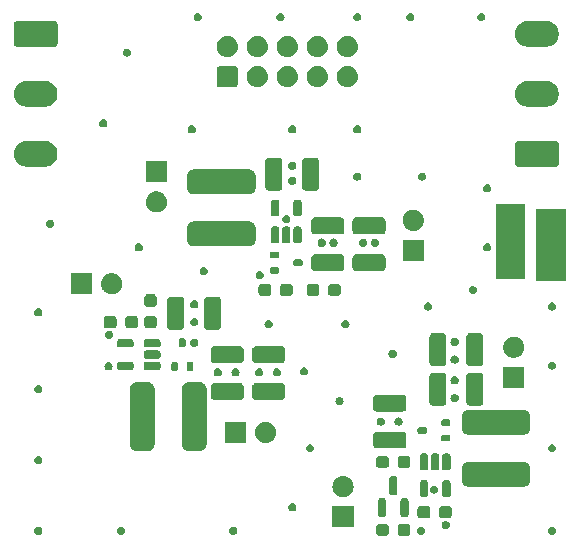
<source format=gbr>
%TF.GenerationSoftware,KiCad,Pcbnew,8.0.1*%
%TF.CreationDate,2024-07-21T18:07:33+02:00*%
%TF.ProjectId,byp,6279702e-6b69-4636-9164-5f7063625858,rev?*%
%TF.SameCoordinates,Original*%
%TF.FileFunction,Soldermask,Top*%
%TF.FilePolarity,Negative*%
%FSLAX46Y46*%
G04 Gerber Fmt 4.6, Leading zero omitted, Abs format (unit mm)*
G04 Created by KiCad (PCBNEW 8.0.1) date 2024-07-21 18:07:33*
%MOMM*%
%LPD*%
G01*
G04 APERTURE LIST*
G04 APERTURE END LIST*
G36*
X108459600Y-95390576D02*
G01*
X108464310Y-95392655D01*
X108466971Y-95393006D01*
X108500255Y-95408526D01*
X108556254Y-95433252D01*
X108630964Y-95507962D01*
X108655693Y-95563970D01*
X108671209Y-95597243D01*
X108671559Y-95599903D01*
X108673640Y-95604616D01*
X108681277Y-95670439D01*
X108681277Y-96145439D01*
X108673640Y-96211262D01*
X108671558Y-96215975D01*
X108671209Y-96218633D01*
X108655707Y-96251876D01*
X108630964Y-96307916D01*
X108556254Y-96382626D01*
X108500226Y-96407363D01*
X108466972Y-96422871D01*
X108464313Y-96423221D01*
X108459600Y-96425302D01*
X108393777Y-96432939D01*
X107893777Y-96432939D01*
X107827954Y-96425302D01*
X107823241Y-96423221D01*
X107820582Y-96422871D01*
X107787320Y-96407360D01*
X107731300Y-96382626D01*
X107656590Y-96307916D01*
X107631869Y-96251929D01*
X107616344Y-96218634D01*
X107615993Y-96215971D01*
X107613914Y-96211262D01*
X107606277Y-96145439D01*
X107606277Y-95670439D01*
X107613914Y-95604616D01*
X107615993Y-95599906D01*
X107616344Y-95597244D01*
X107631872Y-95563941D01*
X107656590Y-95507962D01*
X107731300Y-95433252D01*
X107787267Y-95408540D01*
X107820581Y-95393006D01*
X107823244Y-95392655D01*
X107827954Y-95390576D01*
X107893777Y-95382939D01*
X108393777Y-95382939D01*
X108459600Y-95390576D01*
G37*
G36*
X110284600Y-95390576D02*
G01*
X110289310Y-95392655D01*
X110291971Y-95393006D01*
X110325255Y-95408526D01*
X110381254Y-95433252D01*
X110455964Y-95507962D01*
X110480693Y-95563970D01*
X110496209Y-95597243D01*
X110496559Y-95599903D01*
X110498640Y-95604616D01*
X110506277Y-95670439D01*
X110506277Y-96145439D01*
X110498640Y-96211262D01*
X110496558Y-96215975D01*
X110496209Y-96218633D01*
X110480707Y-96251876D01*
X110455964Y-96307916D01*
X110381254Y-96382626D01*
X110325226Y-96407363D01*
X110291972Y-96422871D01*
X110289313Y-96423221D01*
X110284600Y-96425302D01*
X110218777Y-96432939D01*
X109718777Y-96432939D01*
X109652954Y-96425302D01*
X109648241Y-96423221D01*
X109645582Y-96422871D01*
X109612320Y-96407360D01*
X109556300Y-96382626D01*
X109481590Y-96307916D01*
X109456869Y-96251929D01*
X109441344Y-96218634D01*
X109440993Y-96215971D01*
X109438914Y-96211262D01*
X109431277Y-96145439D01*
X109431277Y-95670439D01*
X109438914Y-95604616D01*
X109440993Y-95599906D01*
X109441344Y-95597244D01*
X109456872Y-95563941D01*
X109481590Y-95507962D01*
X109556300Y-95433252D01*
X109612267Y-95408540D01*
X109645581Y-95393006D01*
X109648244Y-95392655D01*
X109652954Y-95390576D01*
X109718777Y-95382939D01*
X110218777Y-95382939D01*
X110284600Y-95390576D01*
G37*
G36*
X79108156Y-95667130D02*
G01*
X79205725Y-95716844D01*
X79283156Y-95794275D01*
X79332870Y-95891844D01*
X79350000Y-96000000D01*
X79332870Y-96108156D01*
X79283156Y-96205725D01*
X79205725Y-96283156D01*
X79108156Y-96332870D01*
X79000000Y-96350000D01*
X78891844Y-96332870D01*
X78794275Y-96283156D01*
X78716844Y-96205725D01*
X78667130Y-96108156D01*
X78650000Y-96000000D01*
X78667130Y-95891844D01*
X78716844Y-95794275D01*
X78794275Y-95716844D01*
X78891844Y-95667130D01*
X79000000Y-95650000D01*
X79108156Y-95667130D01*
G37*
G36*
X86108156Y-95667130D02*
G01*
X86205725Y-95716844D01*
X86283156Y-95794275D01*
X86332870Y-95891844D01*
X86350000Y-96000000D01*
X86332870Y-96108156D01*
X86283156Y-96205725D01*
X86205725Y-96283156D01*
X86108156Y-96332870D01*
X86000000Y-96350000D01*
X85891844Y-96332870D01*
X85794275Y-96283156D01*
X85716844Y-96205725D01*
X85667130Y-96108156D01*
X85650000Y-96000000D01*
X85667130Y-95891844D01*
X85716844Y-95794275D01*
X85794275Y-95716844D01*
X85891844Y-95667130D01*
X86000000Y-95650000D01*
X86108156Y-95667130D01*
G37*
G36*
X95608156Y-95667130D02*
G01*
X95705725Y-95716844D01*
X95783156Y-95794275D01*
X95832870Y-95891844D01*
X95850000Y-96000000D01*
X95832870Y-96108156D01*
X95783156Y-96205725D01*
X95705725Y-96283156D01*
X95608156Y-96332870D01*
X95500000Y-96350000D01*
X95391844Y-96332870D01*
X95294275Y-96283156D01*
X95216844Y-96205725D01*
X95167130Y-96108156D01*
X95150000Y-96000000D01*
X95167130Y-95891844D01*
X95216844Y-95794275D01*
X95294275Y-95716844D01*
X95391844Y-95667130D01*
X95500000Y-95650000D01*
X95608156Y-95667130D01*
G37*
G36*
X111508156Y-95667130D02*
G01*
X111605725Y-95716844D01*
X111683156Y-95794275D01*
X111732870Y-95891844D01*
X111750000Y-96000000D01*
X111732870Y-96108156D01*
X111683156Y-96205725D01*
X111605725Y-96283156D01*
X111508156Y-96332870D01*
X111400000Y-96350000D01*
X111291844Y-96332870D01*
X111194275Y-96283156D01*
X111116844Y-96205725D01*
X111067130Y-96108156D01*
X111050000Y-96000000D01*
X111067130Y-95891844D01*
X111116844Y-95794275D01*
X111194275Y-95716844D01*
X111291844Y-95667130D01*
X111400000Y-95650000D01*
X111508156Y-95667130D01*
G37*
G36*
X122608156Y-95667130D02*
G01*
X122705725Y-95716844D01*
X122783156Y-95794275D01*
X122832870Y-95891844D01*
X122850000Y-96000000D01*
X122832870Y-96108156D01*
X122783156Y-96205725D01*
X122705725Y-96283156D01*
X122608156Y-96332870D01*
X122500000Y-96350000D01*
X122391844Y-96332870D01*
X122294275Y-96283156D01*
X122216844Y-96205725D01*
X122167130Y-96108156D01*
X122150000Y-96000000D01*
X122167130Y-95891844D01*
X122216844Y-95794275D01*
X122294275Y-95716844D01*
X122391844Y-95667130D01*
X122500000Y-95650000D01*
X122608156Y-95667130D01*
G37*
G36*
X113608156Y-95167130D02*
G01*
X113705725Y-95216844D01*
X113783156Y-95294275D01*
X113832870Y-95391844D01*
X113850000Y-95500000D01*
X113832870Y-95608156D01*
X113783156Y-95705725D01*
X113705725Y-95783156D01*
X113608156Y-95832870D01*
X113500000Y-95850000D01*
X113391844Y-95832870D01*
X113294275Y-95783156D01*
X113216844Y-95705725D01*
X113167130Y-95608156D01*
X113150000Y-95500000D01*
X113167130Y-95391844D01*
X113216844Y-95294275D01*
X113294275Y-95216844D01*
X113391844Y-95167130D01*
X113500000Y-95150000D01*
X113608156Y-95167130D01*
G37*
G36*
X105669134Y-93903806D02*
G01*
X105685355Y-93914645D01*
X105696194Y-93930866D01*
X105700000Y-93950000D01*
X105700000Y-95650000D01*
X105696194Y-95669134D01*
X105685355Y-95685355D01*
X105669134Y-95696194D01*
X105650000Y-95700000D01*
X103950000Y-95700000D01*
X103930866Y-95696194D01*
X103914645Y-95685355D01*
X103903806Y-95669134D01*
X103900000Y-95650000D01*
X103900000Y-93950000D01*
X103903806Y-93930866D01*
X103914645Y-93914645D01*
X103930866Y-93903806D01*
X103950000Y-93900000D01*
X105650000Y-93900000D01*
X105669134Y-93903806D01*
G37*
G36*
X111959600Y-93890576D02*
G01*
X111964310Y-93892655D01*
X111966971Y-93893006D01*
X112000255Y-93908526D01*
X112056254Y-93933252D01*
X112130964Y-94007962D01*
X112155693Y-94063970D01*
X112171209Y-94097243D01*
X112171559Y-94099903D01*
X112173640Y-94104616D01*
X112181277Y-94170439D01*
X112181277Y-94645439D01*
X112173640Y-94711262D01*
X112171558Y-94715975D01*
X112171209Y-94718633D01*
X112155707Y-94751876D01*
X112130964Y-94807916D01*
X112056254Y-94882626D01*
X112000226Y-94907363D01*
X111966972Y-94922871D01*
X111964313Y-94923221D01*
X111959600Y-94925302D01*
X111893777Y-94932939D01*
X111393777Y-94932939D01*
X111327954Y-94925302D01*
X111323241Y-94923221D01*
X111320582Y-94922871D01*
X111287320Y-94907360D01*
X111231300Y-94882626D01*
X111156590Y-94807916D01*
X111131869Y-94751929D01*
X111116344Y-94718634D01*
X111115993Y-94715971D01*
X111113914Y-94711262D01*
X111106277Y-94645439D01*
X111106277Y-94170439D01*
X111113914Y-94104616D01*
X111115993Y-94099906D01*
X111116344Y-94097244D01*
X111131872Y-94063941D01*
X111156590Y-94007962D01*
X111231300Y-93933252D01*
X111287267Y-93908540D01*
X111320581Y-93893006D01*
X111323244Y-93892655D01*
X111327954Y-93890576D01*
X111393777Y-93882939D01*
X111893777Y-93882939D01*
X111959600Y-93890576D01*
G37*
G36*
X113784600Y-93890576D02*
G01*
X113789310Y-93892655D01*
X113791971Y-93893006D01*
X113825255Y-93908526D01*
X113881254Y-93933252D01*
X113955964Y-94007962D01*
X113980693Y-94063970D01*
X113996209Y-94097243D01*
X113996559Y-94099903D01*
X113998640Y-94104616D01*
X114006277Y-94170439D01*
X114006277Y-94645439D01*
X113998640Y-94711262D01*
X113996558Y-94715975D01*
X113996209Y-94718633D01*
X113980707Y-94751876D01*
X113955964Y-94807916D01*
X113881254Y-94882626D01*
X113825226Y-94907363D01*
X113791972Y-94922871D01*
X113789313Y-94923221D01*
X113784600Y-94925302D01*
X113718777Y-94932939D01*
X113218777Y-94932939D01*
X113152954Y-94925302D01*
X113148241Y-94923221D01*
X113145582Y-94922871D01*
X113112320Y-94907360D01*
X113056300Y-94882626D01*
X112981590Y-94807916D01*
X112956869Y-94751929D01*
X112941344Y-94718634D01*
X112940993Y-94715971D01*
X112938914Y-94711262D01*
X112931277Y-94645439D01*
X112931277Y-94170439D01*
X112938914Y-94104616D01*
X112940993Y-94099906D01*
X112941344Y-94097244D01*
X112956872Y-94063941D01*
X112981590Y-94007962D01*
X113056300Y-93933252D01*
X113112267Y-93908540D01*
X113145581Y-93893006D01*
X113148244Y-93892655D01*
X113152954Y-93890576D01*
X113218777Y-93882939D01*
X113718777Y-93882939D01*
X113784600Y-93890576D01*
G37*
G36*
X108332814Y-93260663D02*
G01*
X108397698Y-93304018D01*
X108441053Y-93368902D01*
X108456277Y-93445439D01*
X108456277Y-94620439D01*
X108441053Y-94696976D01*
X108397698Y-94761860D01*
X108332814Y-94805215D01*
X108256277Y-94820439D01*
X107956277Y-94820439D01*
X107879740Y-94805215D01*
X107814856Y-94761860D01*
X107771501Y-94696976D01*
X107756277Y-94620439D01*
X107756277Y-93445439D01*
X107771501Y-93368902D01*
X107814856Y-93304018D01*
X107879740Y-93260663D01*
X107956277Y-93245439D01*
X108256277Y-93245439D01*
X108332814Y-93260663D01*
G37*
G36*
X110232814Y-93260663D02*
G01*
X110297698Y-93304018D01*
X110341053Y-93368902D01*
X110356277Y-93445439D01*
X110356277Y-94620439D01*
X110341053Y-94696976D01*
X110297698Y-94761860D01*
X110232814Y-94805215D01*
X110156277Y-94820439D01*
X109856277Y-94820439D01*
X109779740Y-94805215D01*
X109714856Y-94761860D01*
X109671501Y-94696976D01*
X109656277Y-94620439D01*
X109656277Y-93445439D01*
X109671501Y-93368902D01*
X109714856Y-93304018D01*
X109779740Y-93260663D01*
X109856277Y-93245439D01*
X110156277Y-93245439D01*
X110232814Y-93260663D01*
G37*
G36*
X100608156Y-93667130D02*
G01*
X100705725Y-93716844D01*
X100783156Y-93794275D01*
X100832870Y-93891844D01*
X100850000Y-94000000D01*
X100832870Y-94108156D01*
X100783156Y-94205725D01*
X100705725Y-94283156D01*
X100608156Y-94332870D01*
X100500000Y-94350000D01*
X100391844Y-94332870D01*
X100294275Y-94283156D01*
X100216844Y-94205725D01*
X100167130Y-94108156D01*
X100150000Y-94000000D01*
X100167130Y-93891844D01*
X100216844Y-93794275D01*
X100294275Y-93716844D01*
X100391844Y-93667130D01*
X100500000Y-93650000D01*
X100608156Y-93667130D01*
G37*
G36*
X104847607Y-91364930D02*
G01*
X104894076Y-91364930D01*
X104934202Y-91373459D01*
X104975533Y-91377530D01*
X105027460Y-91393282D01*
X105078115Y-91404049D01*
X105110527Y-91418479D01*
X105144321Y-91428731D01*
X105198023Y-91457435D01*
X105250000Y-91480577D01*
X105274165Y-91498134D01*
X105299878Y-91511878D01*
X105352333Y-91554927D01*
X105402218Y-91591170D01*
X105418412Y-91609155D01*
X105436225Y-91623774D01*
X105484089Y-91682097D01*
X105528115Y-91730993D01*
X105537365Y-91747015D01*
X105548121Y-91760121D01*
X105587908Y-91834557D01*
X105622191Y-91893937D01*
X105626134Y-91906074D01*
X105631268Y-91915678D01*
X105659568Y-92008971D01*
X105680333Y-92072879D01*
X105681064Y-92079834D01*
X105682469Y-92084466D01*
X105696151Y-92223385D01*
X105700000Y-92260000D01*
X105696151Y-92296617D01*
X105682469Y-92435533D01*
X105681064Y-92440164D01*
X105680333Y-92447121D01*
X105659563Y-92511042D01*
X105631268Y-92604321D01*
X105626135Y-92613923D01*
X105622191Y-92626063D01*
X105587901Y-92685454D01*
X105548121Y-92759878D01*
X105537367Y-92772981D01*
X105528115Y-92789007D01*
X105484080Y-92837912D01*
X105436225Y-92896225D01*
X105418415Y-92910840D01*
X105402218Y-92928830D01*
X105352323Y-92965080D01*
X105299878Y-93008121D01*
X105274171Y-93021861D01*
X105250000Y-93039423D01*
X105198012Y-93062569D01*
X105144321Y-93091268D01*
X105110534Y-93101517D01*
X105078115Y-93115951D01*
X105027449Y-93126720D01*
X104975533Y-93142469D01*
X104934210Y-93146538D01*
X104894076Y-93155070D01*
X104847597Y-93155070D01*
X104800000Y-93159758D01*
X104752403Y-93155070D01*
X104705924Y-93155070D01*
X104665789Y-93146539D01*
X104624466Y-93142469D01*
X104572546Y-93126719D01*
X104521885Y-93115951D01*
X104489467Y-93101517D01*
X104455678Y-93091268D01*
X104401981Y-93062566D01*
X104350000Y-93039423D01*
X104325831Y-93021863D01*
X104300121Y-93008121D01*
X104247667Y-92965074D01*
X104197782Y-92928830D01*
X104181587Y-92910843D01*
X104163774Y-92896225D01*
X104115908Y-92837899D01*
X104071885Y-92789007D01*
X104062634Y-92772985D01*
X104051878Y-92759878D01*
X104012085Y-92685431D01*
X103977809Y-92626063D01*
X103973866Y-92613928D01*
X103968731Y-92604321D01*
X103940421Y-92510996D01*
X103919667Y-92447121D01*
X103918936Y-92440169D01*
X103917530Y-92435533D01*
X103903832Y-92296466D01*
X103900000Y-92260000D01*
X103903832Y-92223536D01*
X103917530Y-92084466D01*
X103918936Y-92079829D01*
X103919667Y-92072879D01*
X103940416Y-92009017D01*
X103968731Y-91915678D01*
X103973866Y-91906069D01*
X103977809Y-91893937D01*
X104012078Y-91834581D01*
X104051878Y-91760121D01*
X104062636Y-91747011D01*
X104071885Y-91730993D01*
X104115898Y-91682110D01*
X104163774Y-91623774D01*
X104181590Y-91609152D01*
X104197782Y-91591170D01*
X104247657Y-91554933D01*
X104300121Y-91511878D01*
X104325836Y-91498132D01*
X104350000Y-91480577D01*
X104401970Y-91457438D01*
X104455678Y-91428731D01*
X104489474Y-91418478D01*
X104521885Y-91404049D01*
X104572535Y-91393282D01*
X104624466Y-91377530D01*
X104665798Y-91373459D01*
X104705924Y-91364930D01*
X104752393Y-91364930D01*
X104800000Y-91360241D01*
X104847607Y-91364930D01*
G37*
G36*
X111882814Y-91735663D02*
G01*
X111947698Y-91779018D01*
X111991053Y-91843902D01*
X112006277Y-91920439D01*
X112006277Y-92945439D01*
X111991053Y-93021976D01*
X111947698Y-93086860D01*
X111882814Y-93130215D01*
X111806277Y-93145439D01*
X111506277Y-93145439D01*
X111429740Y-93130215D01*
X111364856Y-93086860D01*
X111321501Y-93021976D01*
X111306277Y-92945439D01*
X111306277Y-91920439D01*
X111321501Y-91843902D01*
X111364856Y-91779018D01*
X111429740Y-91735663D01*
X111506277Y-91720439D01*
X111806277Y-91720439D01*
X111882814Y-91735663D01*
G37*
G36*
X113782814Y-91735663D02*
G01*
X113847698Y-91779018D01*
X113891053Y-91843902D01*
X113906277Y-91920439D01*
X113906277Y-92945439D01*
X113891053Y-93021976D01*
X113847698Y-93086860D01*
X113782814Y-93130215D01*
X113706277Y-93145439D01*
X113406277Y-93145439D01*
X113329740Y-93130215D01*
X113264856Y-93086860D01*
X113221501Y-93021976D01*
X113206277Y-92945439D01*
X113206277Y-91920439D01*
X113221501Y-91843902D01*
X113264856Y-91779018D01*
X113329740Y-91735663D01*
X113406277Y-91720439D01*
X113706277Y-91720439D01*
X113782814Y-91735663D01*
G37*
G36*
X109282814Y-91385663D02*
G01*
X109347698Y-91429018D01*
X109391053Y-91493902D01*
X109406277Y-91570439D01*
X109406277Y-92745439D01*
X109391053Y-92821976D01*
X109347698Y-92886860D01*
X109282814Y-92930215D01*
X109206277Y-92945439D01*
X108906277Y-92945439D01*
X108829740Y-92930215D01*
X108764856Y-92886860D01*
X108721501Y-92821976D01*
X108706277Y-92745439D01*
X108706277Y-91570439D01*
X108721501Y-91493902D01*
X108764856Y-91429018D01*
X108829740Y-91385663D01*
X108906277Y-91370439D01*
X109206277Y-91370439D01*
X109282814Y-91385663D01*
G37*
G36*
X112608156Y-92167130D02*
G01*
X112705725Y-92216844D01*
X112783156Y-92294275D01*
X112832870Y-92391844D01*
X112850000Y-92500000D01*
X112832870Y-92608156D01*
X112783156Y-92705725D01*
X112705725Y-92783156D01*
X112608156Y-92832870D01*
X112500000Y-92850000D01*
X112391844Y-92832870D01*
X112294275Y-92783156D01*
X112216844Y-92705725D01*
X112167130Y-92608156D01*
X112150000Y-92500000D01*
X112167130Y-92391844D01*
X112216844Y-92294275D01*
X112294275Y-92216844D01*
X112391844Y-92167130D01*
X112500000Y-92150000D01*
X112608156Y-92167130D01*
G37*
G36*
X120230220Y-90165638D02*
G01*
X120237589Y-90168544D01*
X120242237Y-90169156D01*
X120303683Y-90194608D01*
X120369561Y-90220587D01*
X120373364Y-90223471D01*
X120374783Y-90224059D01*
X120428966Y-90265635D01*
X120488909Y-90311091D01*
X120534383Y-90371058D01*
X120575940Y-90425216D01*
X120576527Y-90426633D01*
X120579413Y-90430439D01*
X120605403Y-90496346D01*
X120630843Y-90557762D01*
X120631454Y-90562407D01*
X120634362Y-90569780D01*
X120650000Y-90700000D01*
X120650000Y-91700000D01*
X120634362Y-91830220D01*
X120631454Y-91837593D01*
X120630843Y-91842237D01*
X120605411Y-91903632D01*
X120579413Y-91969561D01*
X120576526Y-91973367D01*
X120575940Y-91974783D01*
X120534448Y-92028855D01*
X120488909Y-92088909D01*
X120428855Y-92134448D01*
X120374783Y-92175940D01*
X120373367Y-92176526D01*
X120369561Y-92179413D01*
X120303632Y-92205411D01*
X120242237Y-92230843D01*
X120237593Y-92231454D01*
X120230220Y-92234362D01*
X120100000Y-92250000D01*
X115400000Y-92250000D01*
X115269780Y-92234362D01*
X115262407Y-92231454D01*
X115257762Y-92230843D01*
X115196346Y-92205403D01*
X115130439Y-92179413D01*
X115126633Y-92176527D01*
X115125216Y-92175940D01*
X115071058Y-92134383D01*
X115011091Y-92088909D01*
X114965635Y-92028966D01*
X114924059Y-91974783D01*
X114923471Y-91973364D01*
X114920587Y-91969561D01*
X114894608Y-91903683D01*
X114869156Y-91842237D01*
X114868544Y-91837589D01*
X114865638Y-91830220D01*
X114850000Y-91700000D01*
X114850000Y-90700000D01*
X114865638Y-90569780D01*
X114868543Y-90562410D01*
X114869156Y-90557762D01*
X114894616Y-90496296D01*
X114920587Y-90430439D01*
X114923470Y-90426636D01*
X114924059Y-90425216D01*
X114965700Y-90370947D01*
X115011091Y-90311091D01*
X115070947Y-90265700D01*
X115125216Y-90224059D01*
X115126636Y-90223470D01*
X115130439Y-90220587D01*
X115196296Y-90194616D01*
X115257762Y-90169156D01*
X115262410Y-90168543D01*
X115269780Y-90165638D01*
X115400000Y-90150000D01*
X120100000Y-90150000D01*
X120230220Y-90165638D01*
G37*
G36*
X111882814Y-89460663D02*
G01*
X111947698Y-89504018D01*
X111991053Y-89568902D01*
X112006277Y-89645439D01*
X112006277Y-90670439D01*
X111991053Y-90746976D01*
X111947698Y-90811860D01*
X111882814Y-90855215D01*
X111806277Y-90870439D01*
X111506277Y-90870439D01*
X111429740Y-90855215D01*
X111364856Y-90811860D01*
X111321501Y-90746976D01*
X111306277Y-90670439D01*
X111306277Y-89645439D01*
X111321501Y-89568902D01*
X111364856Y-89504018D01*
X111429740Y-89460663D01*
X111506277Y-89445439D01*
X111806277Y-89445439D01*
X111882814Y-89460663D01*
G37*
G36*
X112832814Y-89460663D02*
G01*
X112897698Y-89504018D01*
X112941053Y-89568902D01*
X112956277Y-89645439D01*
X112956277Y-90670439D01*
X112941053Y-90746976D01*
X112897698Y-90811860D01*
X112832814Y-90855215D01*
X112756277Y-90870439D01*
X112456277Y-90870439D01*
X112379740Y-90855215D01*
X112314856Y-90811860D01*
X112271501Y-90746976D01*
X112256277Y-90670439D01*
X112256277Y-89645439D01*
X112271501Y-89568902D01*
X112314856Y-89504018D01*
X112379740Y-89460663D01*
X112456277Y-89445439D01*
X112756277Y-89445439D01*
X112832814Y-89460663D01*
G37*
G36*
X113782814Y-89460663D02*
G01*
X113847698Y-89504018D01*
X113891053Y-89568902D01*
X113906277Y-89645439D01*
X113906277Y-90670439D01*
X113891053Y-90746976D01*
X113847698Y-90811860D01*
X113782814Y-90855215D01*
X113706277Y-90870439D01*
X113406277Y-90870439D01*
X113329740Y-90855215D01*
X113264856Y-90811860D01*
X113221501Y-90746976D01*
X113206277Y-90670439D01*
X113206277Y-89645439D01*
X113221501Y-89568902D01*
X113264856Y-89504018D01*
X113329740Y-89460663D01*
X113406277Y-89445439D01*
X113706277Y-89445439D01*
X113782814Y-89460663D01*
G37*
G36*
X108459600Y-89640576D02*
G01*
X108464310Y-89642655D01*
X108466971Y-89643006D01*
X108500255Y-89658526D01*
X108556254Y-89683252D01*
X108630964Y-89757962D01*
X108655693Y-89813970D01*
X108671209Y-89847243D01*
X108671559Y-89849903D01*
X108673640Y-89854616D01*
X108681277Y-89920439D01*
X108681277Y-90395439D01*
X108673640Y-90461262D01*
X108671558Y-90465975D01*
X108671209Y-90468633D01*
X108655707Y-90501876D01*
X108630964Y-90557916D01*
X108556254Y-90632626D01*
X108500226Y-90657363D01*
X108466972Y-90672871D01*
X108464313Y-90673221D01*
X108459600Y-90675302D01*
X108393777Y-90682939D01*
X107893777Y-90682939D01*
X107827954Y-90675302D01*
X107823241Y-90673221D01*
X107820582Y-90672871D01*
X107787320Y-90657360D01*
X107731300Y-90632626D01*
X107656590Y-90557916D01*
X107631869Y-90501929D01*
X107616344Y-90468634D01*
X107615993Y-90465971D01*
X107613914Y-90461262D01*
X107606277Y-90395439D01*
X107606277Y-89920439D01*
X107613914Y-89854616D01*
X107615993Y-89849906D01*
X107616344Y-89847244D01*
X107631872Y-89813941D01*
X107656590Y-89757962D01*
X107731300Y-89683252D01*
X107787267Y-89658540D01*
X107820581Y-89643006D01*
X107823244Y-89642655D01*
X107827954Y-89640576D01*
X107893777Y-89632939D01*
X108393777Y-89632939D01*
X108459600Y-89640576D01*
G37*
G36*
X110284600Y-89640576D02*
G01*
X110289310Y-89642655D01*
X110291971Y-89643006D01*
X110325255Y-89658526D01*
X110381254Y-89683252D01*
X110455964Y-89757962D01*
X110480693Y-89813970D01*
X110496209Y-89847243D01*
X110496559Y-89849903D01*
X110498640Y-89854616D01*
X110506277Y-89920439D01*
X110506277Y-90395439D01*
X110498640Y-90461262D01*
X110496558Y-90465975D01*
X110496209Y-90468633D01*
X110480707Y-90501876D01*
X110455964Y-90557916D01*
X110381254Y-90632626D01*
X110325226Y-90657363D01*
X110291972Y-90672871D01*
X110289313Y-90673221D01*
X110284600Y-90675302D01*
X110218777Y-90682939D01*
X109718777Y-90682939D01*
X109652954Y-90675302D01*
X109648241Y-90673221D01*
X109645582Y-90672871D01*
X109612320Y-90657360D01*
X109556300Y-90632626D01*
X109481590Y-90557916D01*
X109456869Y-90501929D01*
X109441344Y-90468634D01*
X109440993Y-90465971D01*
X109438914Y-90461262D01*
X109431277Y-90395439D01*
X109431277Y-89920439D01*
X109438914Y-89854616D01*
X109440993Y-89849906D01*
X109441344Y-89847244D01*
X109456872Y-89813941D01*
X109481590Y-89757962D01*
X109556300Y-89683252D01*
X109612267Y-89658540D01*
X109645581Y-89643006D01*
X109648244Y-89642655D01*
X109652954Y-89640576D01*
X109718777Y-89632939D01*
X110218777Y-89632939D01*
X110284600Y-89640576D01*
G37*
G36*
X79108156Y-89667130D02*
G01*
X79205725Y-89716844D01*
X79283156Y-89794275D01*
X79332870Y-89891844D01*
X79350000Y-90000000D01*
X79332870Y-90108156D01*
X79283156Y-90205725D01*
X79205725Y-90283156D01*
X79108156Y-90332870D01*
X79000000Y-90350000D01*
X78891844Y-90332870D01*
X78794275Y-90283156D01*
X78716844Y-90205725D01*
X78667130Y-90108156D01*
X78650000Y-90000000D01*
X78667130Y-89891844D01*
X78716844Y-89794275D01*
X78794275Y-89716844D01*
X78891844Y-89667130D01*
X79000000Y-89650000D01*
X79108156Y-89667130D01*
G37*
G36*
X102108156Y-88667130D02*
G01*
X102205725Y-88716844D01*
X102283156Y-88794275D01*
X102332870Y-88891844D01*
X102350000Y-89000000D01*
X102332870Y-89108156D01*
X102283156Y-89205725D01*
X102205725Y-89283156D01*
X102108156Y-89332870D01*
X102000000Y-89350000D01*
X101891844Y-89332870D01*
X101794275Y-89283156D01*
X101716844Y-89205725D01*
X101667130Y-89108156D01*
X101650000Y-89000000D01*
X101667130Y-88891844D01*
X101716844Y-88794275D01*
X101794275Y-88716844D01*
X101891844Y-88667130D01*
X102000000Y-88650000D01*
X102108156Y-88667130D01*
G37*
G36*
X122608156Y-88667130D02*
G01*
X122705725Y-88716844D01*
X122783156Y-88794275D01*
X122832870Y-88891844D01*
X122850000Y-89000000D01*
X122832870Y-89108156D01*
X122783156Y-89205725D01*
X122705725Y-89283156D01*
X122608156Y-89332870D01*
X122500000Y-89350000D01*
X122391844Y-89332870D01*
X122294275Y-89283156D01*
X122216844Y-89205725D01*
X122167130Y-89108156D01*
X122150000Y-89000000D01*
X122167130Y-88891844D01*
X122216844Y-88794275D01*
X122294275Y-88716844D01*
X122391844Y-88667130D01*
X122500000Y-88650000D01*
X122608156Y-88667130D01*
G37*
G36*
X88430220Y-83440638D02*
G01*
X88437589Y-83443544D01*
X88442237Y-83444156D01*
X88503683Y-83469608D01*
X88569561Y-83495587D01*
X88573364Y-83498471D01*
X88574783Y-83499059D01*
X88628966Y-83540635D01*
X88688909Y-83586091D01*
X88734383Y-83646058D01*
X88775940Y-83700216D01*
X88776527Y-83701633D01*
X88779413Y-83705439D01*
X88805403Y-83771346D01*
X88830843Y-83832762D01*
X88831454Y-83837407D01*
X88834362Y-83844780D01*
X88850000Y-83975000D01*
X88850000Y-88675000D01*
X88834362Y-88805220D01*
X88831454Y-88812593D01*
X88830843Y-88817237D01*
X88805411Y-88878632D01*
X88779413Y-88944561D01*
X88776526Y-88948367D01*
X88775940Y-88949783D01*
X88734448Y-89003855D01*
X88688909Y-89063909D01*
X88628855Y-89109448D01*
X88574783Y-89150940D01*
X88573367Y-89151526D01*
X88569561Y-89154413D01*
X88503632Y-89180411D01*
X88442237Y-89205843D01*
X88437593Y-89206454D01*
X88430220Y-89209362D01*
X88300000Y-89225000D01*
X87300000Y-89225000D01*
X87169780Y-89209362D01*
X87162407Y-89206454D01*
X87157762Y-89205843D01*
X87096346Y-89180403D01*
X87030439Y-89154413D01*
X87026633Y-89151527D01*
X87025216Y-89150940D01*
X86971058Y-89109383D01*
X86911091Y-89063909D01*
X86865635Y-89003966D01*
X86824059Y-88949783D01*
X86823471Y-88948364D01*
X86820587Y-88944561D01*
X86794608Y-88878683D01*
X86769156Y-88817237D01*
X86768544Y-88812589D01*
X86765638Y-88805220D01*
X86750000Y-88675000D01*
X86750000Y-83975000D01*
X86765638Y-83844780D01*
X86768543Y-83837410D01*
X86769156Y-83832762D01*
X86794616Y-83771296D01*
X86820587Y-83705439D01*
X86823470Y-83701636D01*
X86824059Y-83700216D01*
X86865700Y-83645947D01*
X86911091Y-83586091D01*
X86970947Y-83540700D01*
X87025216Y-83499059D01*
X87026636Y-83498470D01*
X87030439Y-83495587D01*
X87096296Y-83469616D01*
X87157762Y-83444156D01*
X87162410Y-83443543D01*
X87169780Y-83440638D01*
X87300000Y-83425000D01*
X88300000Y-83425000D01*
X88430220Y-83440638D01*
G37*
G36*
X92830220Y-83440638D02*
G01*
X92837589Y-83443544D01*
X92842237Y-83444156D01*
X92903683Y-83469608D01*
X92969561Y-83495587D01*
X92973364Y-83498471D01*
X92974783Y-83499059D01*
X93028966Y-83540635D01*
X93088909Y-83586091D01*
X93134383Y-83646058D01*
X93175940Y-83700216D01*
X93176527Y-83701633D01*
X93179413Y-83705439D01*
X93205403Y-83771346D01*
X93230843Y-83832762D01*
X93231454Y-83837407D01*
X93234362Y-83844780D01*
X93250000Y-83975000D01*
X93250000Y-88675000D01*
X93234362Y-88805220D01*
X93231454Y-88812593D01*
X93230843Y-88817237D01*
X93205411Y-88878632D01*
X93179413Y-88944561D01*
X93176526Y-88948367D01*
X93175940Y-88949783D01*
X93134448Y-89003855D01*
X93088909Y-89063909D01*
X93028855Y-89109448D01*
X92974783Y-89150940D01*
X92973367Y-89151526D01*
X92969561Y-89154413D01*
X92903632Y-89180411D01*
X92842237Y-89205843D01*
X92837593Y-89206454D01*
X92830220Y-89209362D01*
X92700000Y-89225000D01*
X91700000Y-89225000D01*
X91569780Y-89209362D01*
X91562407Y-89206454D01*
X91557762Y-89205843D01*
X91496346Y-89180403D01*
X91430439Y-89154413D01*
X91426633Y-89151527D01*
X91425216Y-89150940D01*
X91371058Y-89109383D01*
X91311091Y-89063909D01*
X91265635Y-89003966D01*
X91224059Y-88949783D01*
X91223471Y-88948364D01*
X91220587Y-88944561D01*
X91194608Y-88878683D01*
X91169156Y-88817237D01*
X91168544Y-88812589D01*
X91165638Y-88805220D01*
X91150000Y-88675000D01*
X91150000Y-83975000D01*
X91165638Y-83844780D01*
X91168543Y-83837410D01*
X91169156Y-83832762D01*
X91194616Y-83771296D01*
X91220587Y-83705439D01*
X91223470Y-83701636D01*
X91224059Y-83700216D01*
X91265700Y-83645947D01*
X91311091Y-83586091D01*
X91370947Y-83540700D01*
X91425216Y-83499059D01*
X91426636Y-83498470D01*
X91430439Y-83495587D01*
X91496296Y-83469616D01*
X91557762Y-83444156D01*
X91562410Y-83443543D01*
X91569780Y-83440638D01*
X91700000Y-83425000D01*
X92700000Y-83425000D01*
X92830220Y-83440638D01*
G37*
G36*
X109918685Y-87607969D02*
G01*
X109927358Y-87611798D01*
X109934925Y-87612901D01*
X109982223Y-87636023D01*
X110019541Y-87652501D01*
X110022996Y-87655956D01*
X110023920Y-87656408D01*
X110093591Y-87726079D01*
X110094042Y-87727002D01*
X110097499Y-87730459D01*
X110113978Y-87767782D01*
X110137098Y-87815073D01*
X110138200Y-87822639D01*
X110142031Y-87831315D01*
X110150000Y-87900000D01*
X110150000Y-88725000D01*
X110142031Y-88793685D01*
X110138199Y-88802361D01*
X110137098Y-88809925D01*
X110113985Y-88857202D01*
X110097499Y-88894541D01*
X110094041Y-88897998D01*
X110093591Y-88898920D01*
X110023920Y-88968591D01*
X110022998Y-88969041D01*
X110019541Y-88972499D01*
X109982207Y-88988983D01*
X109934926Y-89012098D01*
X109927361Y-89013200D01*
X109918685Y-89017031D01*
X109850000Y-89025000D01*
X107650000Y-89025000D01*
X107581315Y-89017031D01*
X107572638Y-89013200D01*
X107565074Y-89012098D01*
X107517787Y-88988981D01*
X107480459Y-88972499D01*
X107477002Y-88969042D01*
X107476079Y-88968591D01*
X107406408Y-88898920D01*
X107405956Y-88897996D01*
X107402501Y-88894541D01*
X107386025Y-88857228D01*
X107362901Y-88809926D01*
X107361798Y-88802357D01*
X107357969Y-88793685D01*
X107350000Y-88725000D01*
X107350000Y-87900000D01*
X107357969Y-87831315D01*
X107361798Y-87822642D01*
X107362901Y-87815074D01*
X107386028Y-87767766D01*
X107402501Y-87730459D01*
X107405955Y-87727004D01*
X107406408Y-87726079D01*
X107476079Y-87656408D01*
X107477004Y-87655955D01*
X107480459Y-87652501D01*
X107517761Y-87636030D01*
X107565073Y-87612901D01*
X107572642Y-87611798D01*
X107581315Y-87607969D01*
X107650000Y-87600000D01*
X109850000Y-87600000D01*
X109918685Y-87607969D01*
G37*
G36*
X96579134Y-86778806D02*
G01*
X96595355Y-86789645D01*
X96606194Y-86805866D01*
X96610000Y-86825000D01*
X96610000Y-88525000D01*
X96606194Y-88544134D01*
X96595355Y-88560355D01*
X96579134Y-88571194D01*
X96560000Y-88575000D01*
X94860000Y-88575000D01*
X94840866Y-88571194D01*
X94824645Y-88560355D01*
X94813806Y-88544134D01*
X94810000Y-88525000D01*
X94810000Y-86825000D01*
X94813806Y-86805866D01*
X94824645Y-86789645D01*
X94840866Y-86778806D01*
X94860000Y-86775000D01*
X96560000Y-86775000D01*
X96579134Y-86778806D01*
G37*
G36*
X98297607Y-86779930D02*
G01*
X98344076Y-86779930D01*
X98384202Y-86788459D01*
X98425533Y-86792530D01*
X98477460Y-86808282D01*
X98528115Y-86819049D01*
X98560527Y-86833479D01*
X98594321Y-86843731D01*
X98648023Y-86872435D01*
X98700000Y-86895577D01*
X98724165Y-86913134D01*
X98749878Y-86926878D01*
X98802333Y-86969927D01*
X98852218Y-87006170D01*
X98868412Y-87024155D01*
X98886225Y-87038774D01*
X98934089Y-87097097D01*
X98978115Y-87145993D01*
X98987365Y-87162015D01*
X98998121Y-87175121D01*
X99037908Y-87249557D01*
X99072191Y-87308937D01*
X99076134Y-87321074D01*
X99081268Y-87330678D01*
X99109568Y-87423971D01*
X99130333Y-87487879D01*
X99131064Y-87494834D01*
X99132469Y-87499466D01*
X99146151Y-87638385D01*
X99150000Y-87675000D01*
X99146151Y-87711617D01*
X99132469Y-87850533D01*
X99131064Y-87855164D01*
X99130333Y-87862121D01*
X99109563Y-87926042D01*
X99081268Y-88019321D01*
X99076135Y-88028923D01*
X99072191Y-88041063D01*
X99037901Y-88100454D01*
X98998121Y-88174878D01*
X98987367Y-88187981D01*
X98978115Y-88204007D01*
X98934080Y-88252912D01*
X98886225Y-88311225D01*
X98868415Y-88325840D01*
X98852218Y-88343830D01*
X98802323Y-88380080D01*
X98749878Y-88423121D01*
X98724171Y-88436861D01*
X98700000Y-88454423D01*
X98648012Y-88477569D01*
X98594321Y-88506268D01*
X98560534Y-88516517D01*
X98528115Y-88530951D01*
X98477449Y-88541720D01*
X98425533Y-88557469D01*
X98384210Y-88561538D01*
X98344076Y-88570070D01*
X98297597Y-88570070D01*
X98250000Y-88574758D01*
X98202403Y-88570070D01*
X98155924Y-88570070D01*
X98115789Y-88561539D01*
X98074466Y-88557469D01*
X98022546Y-88541719D01*
X97971885Y-88530951D01*
X97939467Y-88516517D01*
X97905678Y-88506268D01*
X97851981Y-88477566D01*
X97800000Y-88454423D01*
X97775831Y-88436863D01*
X97750121Y-88423121D01*
X97697667Y-88380074D01*
X97647782Y-88343830D01*
X97631587Y-88325843D01*
X97613774Y-88311225D01*
X97565908Y-88252899D01*
X97521885Y-88204007D01*
X97512634Y-88187985D01*
X97501878Y-88174878D01*
X97462085Y-88100431D01*
X97427809Y-88041063D01*
X97423866Y-88028928D01*
X97418731Y-88019321D01*
X97390421Y-87925996D01*
X97369667Y-87862121D01*
X97368936Y-87855169D01*
X97367530Y-87850533D01*
X97353832Y-87711466D01*
X97350000Y-87675000D01*
X97353832Y-87638536D01*
X97367530Y-87499466D01*
X97368936Y-87494829D01*
X97369667Y-87487879D01*
X97390416Y-87424017D01*
X97418731Y-87330678D01*
X97423866Y-87321069D01*
X97427809Y-87308937D01*
X97462078Y-87249581D01*
X97501878Y-87175121D01*
X97512636Y-87162011D01*
X97521885Y-87145993D01*
X97565898Y-87097110D01*
X97613774Y-87038774D01*
X97631590Y-87024152D01*
X97647782Y-87006170D01*
X97697657Y-86969933D01*
X97750121Y-86926878D01*
X97775836Y-86913132D01*
X97800000Y-86895577D01*
X97851970Y-86872438D01*
X97905678Y-86843731D01*
X97939474Y-86833478D01*
X97971885Y-86819049D01*
X98022535Y-86808282D01*
X98074466Y-86792530D01*
X98115798Y-86788459D01*
X98155924Y-86779930D01*
X98202393Y-86779930D01*
X98250000Y-86775241D01*
X98297607Y-86779930D01*
G37*
G36*
X113799686Y-87887370D02*
G01*
X113852405Y-87922595D01*
X113887630Y-87975314D01*
X113900000Y-88037500D01*
X113900000Y-88262500D01*
X113887630Y-88324686D01*
X113852405Y-88377405D01*
X113799686Y-88412630D01*
X113737500Y-88425000D01*
X113262500Y-88425000D01*
X113200314Y-88412630D01*
X113147595Y-88377405D01*
X113112370Y-88324686D01*
X113100000Y-88262500D01*
X113100000Y-88037500D01*
X113112370Y-87975314D01*
X113147595Y-87922595D01*
X113200314Y-87887370D01*
X113262500Y-87875000D01*
X113737500Y-87875000D01*
X113799686Y-87887370D01*
G37*
G36*
X120230220Y-85765638D02*
G01*
X120237589Y-85768544D01*
X120242237Y-85769156D01*
X120303683Y-85794608D01*
X120369561Y-85820587D01*
X120373364Y-85823471D01*
X120374783Y-85824059D01*
X120428966Y-85865635D01*
X120488909Y-85911091D01*
X120534383Y-85971058D01*
X120575940Y-86025216D01*
X120576527Y-86026633D01*
X120579413Y-86030439D01*
X120605403Y-86096346D01*
X120630843Y-86157762D01*
X120631454Y-86162407D01*
X120634362Y-86169780D01*
X120650000Y-86300000D01*
X120650000Y-87300000D01*
X120634362Y-87430220D01*
X120631454Y-87437593D01*
X120630843Y-87442237D01*
X120605411Y-87503632D01*
X120579413Y-87569561D01*
X120576526Y-87573367D01*
X120575940Y-87574783D01*
X120534448Y-87628855D01*
X120488909Y-87688909D01*
X120428855Y-87734448D01*
X120374783Y-87775940D01*
X120373367Y-87776526D01*
X120369561Y-87779413D01*
X120303632Y-87805411D01*
X120242237Y-87830843D01*
X120237593Y-87831454D01*
X120230220Y-87834362D01*
X120100000Y-87850000D01*
X115400000Y-87850000D01*
X115269780Y-87834362D01*
X115262407Y-87831454D01*
X115257762Y-87830843D01*
X115196346Y-87805403D01*
X115130439Y-87779413D01*
X115126633Y-87776527D01*
X115125216Y-87775940D01*
X115071058Y-87734383D01*
X115011091Y-87688909D01*
X114965635Y-87628966D01*
X114924059Y-87574783D01*
X114923471Y-87573364D01*
X114920587Y-87569561D01*
X114894608Y-87503683D01*
X114869156Y-87442237D01*
X114868544Y-87437589D01*
X114865638Y-87430220D01*
X114850000Y-87300000D01*
X114850000Y-86300000D01*
X114865638Y-86169780D01*
X114868543Y-86162410D01*
X114869156Y-86157762D01*
X114894616Y-86096296D01*
X114920587Y-86030439D01*
X114923470Y-86026636D01*
X114924059Y-86025216D01*
X114965700Y-85970947D01*
X115011091Y-85911091D01*
X115070947Y-85865700D01*
X115125216Y-85824059D01*
X115126636Y-85823470D01*
X115130439Y-85820587D01*
X115196296Y-85794616D01*
X115257762Y-85769156D01*
X115262410Y-85768543D01*
X115269780Y-85765638D01*
X115400000Y-85750000D01*
X120100000Y-85750000D01*
X120230220Y-85765638D01*
G37*
G36*
X111799686Y-87237370D02*
G01*
X111852405Y-87272595D01*
X111887630Y-87325314D01*
X111900000Y-87387500D01*
X111900000Y-87612500D01*
X111887630Y-87674686D01*
X111852405Y-87727405D01*
X111799686Y-87762630D01*
X111737500Y-87775000D01*
X111262500Y-87775000D01*
X111200314Y-87762630D01*
X111147595Y-87727405D01*
X111112370Y-87674686D01*
X111100000Y-87612500D01*
X111100000Y-87387500D01*
X111112370Y-87325314D01*
X111147595Y-87272595D01*
X111200314Y-87237370D01*
X111262500Y-87225000D01*
X111737500Y-87225000D01*
X111799686Y-87237370D01*
G37*
G36*
X113799686Y-86587370D02*
G01*
X113852405Y-86622595D01*
X113887630Y-86675314D01*
X113900000Y-86737500D01*
X113900000Y-86962500D01*
X113887630Y-87024686D01*
X113852405Y-87077405D01*
X113799686Y-87112630D01*
X113737500Y-87125000D01*
X113262500Y-87125000D01*
X113200314Y-87112630D01*
X113147595Y-87077405D01*
X113112370Y-87024686D01*
X113100000Y-86962500D01*
X113100000Y-86737500D01*
X113112370Y-86675314D01*
X113147595Y-86622595D01*
X113200314Y-86587370D01*
X113262500Y-86575000D01*
X113737500Y-86575000D01*
X113799686Y-86587370D01*
G37*
G36*
X108108156Y-86417130D02*
G01*
X108205725Y-86466844D01*
X108283156Y-86544275D01*
X108332870Y-86641844D01*
X108350000Y-86750000D01*
X108332870Y-86858156D01*
X108283156Y-86955725D01*
X108205725Y-87033156D01*
X108108156Y-87082870D01*
X108000000Y-87100000D01*
X107891844Y-87082870D01*
X107794275Y-87033156D01*
X107716844Y-86955725D01*
X107667130Y-86858156D01*
X107650000Y-86750000D01*
X107667130Y-86641844D01*
X107716844Y-86544275D01*
X107794275Y-86466844D01*
X107891844Y-86417130D01*
X108000000Y-86400000D01*
X108108156Y-86417130D01*
G37*
G36*
X109608156Y-86417130D02*
G01*
X109705725Y-86466844D01*
X109783156Y-86544275D01*
X109832870Y-86641844D01*
X109850000Y-86750000D01*
X109832870Y-86858156D01*
X109783156Y-86955725D01*
X109705725Y-87033156D01*
X109608156Y-87082870D01*
X109500000Y-87100000D01*
X109391844Y-87082870D01*
X109294275Y-87033156D01*
X109216844Y-86955725D01*
X109167130Y-86858156D01*
X109150000Y-86750000D01*
X109167130Y-86641844D01*
X109216844Y-86544275D01*
X109294275Y-86466844D01*
X109391844Y-86417130D01*
X109500000Y-86400000D01*
X109608156Y-86417130D01*
G37*
G36*
X109918685Y-84482969D02*
G01*
X109927358Y-84486798D01*
X109934925Y-84487901D01*
X109982223Y-84511023D01*
X110019541Y-84527501D01*
X110022996Y-84530956D01*
X110023920Y-84531408D01*
X110093591Y-84601079D01*
X110094042Y-84602002D01*
X110097499Y-84605459D01*
X110113978Y-84642782D01*
X110137098Y-84690073D01*
X110138200Y-84697639D01*
X110142031Y-84706315D01*
X110150000Y-84775000D01*
X110150000Y-85600000D01*
X110142031Y-85668685D01*
X110138199Y-85677361D01*
X110137098Y-85684925D01*
X110113985Y-85732202D01*
X110097499Y-85769541D01*
X110094041Y-85772998D01*
X110093591Y-85773920D01*
X110023920Y-85843591D01*
X110022998Y-85844041D01*
X110019541Y-85847499D01*
X109982207Y-85863983D01*
X109934926Y-85887098D01*
X109927361Y-85888200D01*
X109918685Y-85892031D01*
X109850000Y-85900000D01*
X107650000Y-85900000D01*
X107581315Y-85892031D01*
X107572638Y-85888200D01*
X107565074Y-85887098D01*
X107517787Y-85863981D01*
X107480459Y-85847499D01*
X107477002Y-85844042D01*
X107476079Y-85843591D01*
X107406408Y-85773920D01*
X107405956Y-85772996D01*
X107402501Y-85769541D01*
X107386025Y-85732228D01*
X107362901Y-85684926D01*
X107361798Y-85677357D01*
X107357969Y-85668685D01*
X107350000Y-85600000D01*
X107350000Y-84775000D01*
X107357969Y-84706315D01*
X107361798Y-84697642D01*
X107362901Y-84690074D01*
X107386028Y-84642766D01*
X107402501Y-84605459D01*
X107405955Y-84602004D01*
X107406408Y-84601079D01*
X107476079Y-84531408D01*
X107477004Y-84530955D01*
X107480459Y-84527501D01*
X107517761Y-84511030D01*
X107565073Y-84487901D01*
X107572642Y-84486798D01*
X107581315Y-84482969D01*
X107650000Y-84475000D01*
X109850000Y-84475000D01*
X109918685Y-84482969D01*
G37*
G36*
X113316423Y-82605713D02*
G01*
X113325096Y-82609542D01*
X113332663Y-82610645D01*
X113379961Y-82633767D01*
X113417279Y-82650245D01*
X113420734Y-82653700D01*
X113421658Y-82654152D01*
X113491329Y-82723823D01*
X113491780Y-82724746D01*
X113495237Y-82728203D01*
X113511716Y-82765526D01*
X113534836Y-82812817D01*
X113535938Y-82820383D01*
X113539769Y-82829059D01*
X113547738Y-82897744D01*
X113547738Y-85097744D01*
X113539769Y-85166429D01*
X113535937Y-85175105D01*
X113534836Y-85182669D01*
X113511723Y-85229946D01*
X113495237Y-85267285D01*
X113491779Y-85270742D01*
X113491329Y-85271664D01*
X113421658Y-85341335D01*
X113420736Y-85341785D01*
X113417279Y-85345243D01*
X113379945Y-85361727D01*
X113332664Y-85384842D01*
X113325099Y-85385944D01*
X113316423Y-85389775D01*
X113247738Y-85397744D01*
X112422738Y-85397744D01*
X112354053Y-85389775D01*
X112345376Y-85385944D01*
X112337812Y-85384842D01*
X112290525Y-85361725D01*
X112253197Y-85345243D01*
X112249740Y-85341786D01*
X112248817Y-85341335D01*
X112179146Y-85271664D01*
X112178694Y-85270740D01*
X112175239Y-85267285D01*
X112158763Y-85229972D01*
X112135639Y-85182670D01*
X112134536Y-85175101D01*
X112130707Y-85166429D01*
X112122738Y-85097744D01*
X112122738Y-82897744D01*
X112130707Y-82829059D01*
X112134536Y-82820386D01*
X112135639Y-82812818D01*
X112158766Y-82765510D01*
X112175239Y-82728203D01*
X112178693Y-82724748D01*
X112179146Y-82723823D01*
X112248817Y-82654152D01*
X112249742Y-82653699D01*
X112253197Y-82650245D01*
X112290499Y-82633774D01*
X112337811Y-82610645D01*
X112345380Y-82609542D01*
X112354053Y-82605713D01*
X112422738Y-82597744D01*
X113247738Y-82597744D01*
X113316423Y-82605713D01*
G37*
G36*
X116441423Y-82605713D02*
G01*
X116450096Y-82609542D01*
X116457663Y-82610645D01*
X116504961Y-82633767D01*
X116542279Y-82650245D01*
X116545734Y-82653700D01*
X116546658Y-82654152D01*
X116616329Y-82723823D01*
X116616780Y-82724746D01*
X116620237Y-82728203D01*
X116636716Y-82765526D01*
X116659836Y-82812817D01*
X116660938Y-82820383D01*
X116664769Y-82829059D01*
X116672738Y-82897744D01*
X116672738Y-85097744D01*
X116664769Y-85166429D01*
X116660937Y-85175105D01*
X116659836Y-85182669D01*
X116636723Y-85229946D01*
X116620237Y-85267285D01*
X116616779Y-85270742D01*
X116616329Y-85271664D01*
X116546658Y-85341335D01*
X116545736Y-85341785D01*
X116542279Y-85345243D01*
X116504945Y-85361727D01*
X116457664Y-85384842D01*
X116450099Y-85385944D01*
X116441423Y-85389775D01*
X116372738Y-85397744D01*
X115547738Y-85397744D01*
X115479053Y-85389775D01*
X115470376Y-85385944D01*
X115462812Y-85384842D01*
X115415525Y-85361725D01*
X115378197Y-85345243D01*
X115374740Y-85341786D01*
X115373817Y-85341335D01*
X115304146Y-85271664D01*
X115303694Y-85270740D01*
X115300239Y-85267285D01*
X115283763Y-85229972D01*
X115260639Y-85182670D01*
X115259536Y-85175101D01*
X115255707Y-85166429D01*
X115247738Y-85097744D01*
X115247738Y-82897744D01*
X115255707Y-82829059D01*
X115259536Y-82820386D01*
X115260639Y-82812818D01*
X115283766Y-82765510D01*
X115300239Y-82728203D01*
X115303693Y-82724748D01*
X115304146Y-82723823D01*
X115373817Y-82654152D01*
X115374742Y-82653699D01*
X115378197Y-82650245D01*
X115415499Y-82633774D01*
X115462811Y-82610645D01*
X115470380Y-82609542D01*
X115479053Y-82605713D01*
X115547738Y-82597744D01*
X116372738Y-82597744D01*
X116441423Y-82605713D01*
G37*
G36*
X104608156Y-84667130D02*
G01*
X104705725Y-84716844D01*
X104783156Y-84794275D01*
X104832870Y-84891844D01*
X104850000Y-85000000D01*
X104832870Y-85108156D01*
X104783156Y-85205725D01*
X104705725Y-85283156D01*
X104608156Y-85332870D01*
X104500000Y-85350000D01*
X104391844Y-85332870D01*
X104294275Y-85283156D01*
X104216844Y-85205725D01*
X104167130Y-85108156D01*
X104150000Y-85000000D01*
X104167130Y-84891844D01*
X104216844Y-84794275D01*
X104294275Y-84716844D01*
X104391844Y-84667130D01*
X104500000Y-84650000D01*
X104608156Y-84667130D01*
G37*
G36*
X114358156Y-84417130D02*
G01*
X114455725Y-84466844D01*
X114533156Y-84544275D01*
X114582870Y-84641844D01*
X114600000Y-84750000D01*
X114582870Y-84858156D01*
X114533156Y-84955725D01*
X114455725Y-85033156D01*
X114358156Y-85082870D01*
X114250000Y-85100000D01*
X114141844Y-85082870D01*
X114044275Y-85033156D01*
X113966844Y-84955725D01*
X113917130Y-84858156D01*
X113900000Y-84750000D01*
X113917130Y-84641844D01*
X113966844Y-84544275D01*
X114044275Y-84466844D01*
X114141844Y-84417130D01*
X114250000Y-84400000D01*
X114358156Y-84417130D01*
G37*
G36*
X96168685Y-83495469D02*
G01*
X96177358Y-83499298D01*
X96184925Y-83500401D01*
X96232223Y-83523523D01*
X96269541Y-83540001D01*
X96272996Y-83543456D01*
X96273920Y-83543908D01*
X96343591Y-83613579D01*
X96344042Y-83614502D01*
X96347499Y-83617959D01*
X96363978Y-83655282D01*
X96387098Y-83702573D01*
X96388200Y-83710139D01*
X96392031Y-83718815D01*
X96400000Y-83787500D01*
X96400000Y-84612500D01*
X96392031Y-84681185D01*
X96388199Y-84689861D01*
X96387098Y-84697425D01*
X96363985Y-84744702D01*
X96347499Y-84782041D01*
X96344041Y-84785498D01*
X96343591Y-84786420D01*
X96273920Y-84856091D01*
X96272998Y-84856541D01*
X96269541Y-84859999D01*
X96232207Y-84876483D01*
X96184926Y-84899598D01*
X96177361Y-84900700D01*
X96168685Y-84904531D01*
X96100000Y-84912500D01*
X93900000Y-84912500D01*
X93831315Y-84904531D01*
X93822638Y-84900700D01*
X93815074Y-84899598D01*
X93767787Y-84876481D01*
X93730459Y-84859999D01*
X93727002Y-84856542D01*
X93726079Y-84856091D01*
X93656408Y-84786420D01*
X93655956Y-84785496D01*
X93652501Y-84782041D01*
X93636025Y-84744728D01*
X93612901Y-84697426D01*
X93611798Y-84689857D01*
X93607969Y-84681185D01*
X93600000Y-84612500D01*
X93600000Y-83787500D01*
X93607969Y-83718815D01*
X93611798Y-83710142D01*
X93612901Y-83702574D01*
X93636028Y-83655266D01*
X93652501Y-83617959D01*
X93655955Y-83614504D01*
X93656408Y-83613579D01*
X93726079Y-83543908D01*
X93727004Y-83543455D01*
X93730459Y-83540001D01*
X93767761Y-83523530D01*
X93815073Y-83500401D01*
X93822642Y-83499298D01*
X93831315Y-83495469D01*
X93900000Y-83487500D01*
X96100000Y-83487500D01*
X96168685Y-83495469D01*
G37*
G36*
X99668685Y-83495469D02*
G01*
X99677358Y-83499298D01*
X99684925Y-83500401D01*
X99732223Y-83523523D01*
X99769541Y-83540001D01*
X99772996Y-83543456D01*
X99773920Y-83543908D01*
X99843591Y-83613579D01*
X99844042Y-83614502D01*
X99847499Y-83617959D01*
X99863978Y-83655282D01*
X99887098Y-83702573D01*
X99888200Y-83710139D01*
X99892031Y-83718815D01*
X99900000Y-83787500D01*
X99900000Y-84612500D01*
X99892031Y-84681185D01*
X99888199Y-84689861D01*
X99887098Y-84697425D01*
X99863985Y-84744702D01*
X99847499Y-84782041D01*
X99844041Y-84785498D01*
X99843591Y-84786420D01*
X99773920Y-84856091D01*
X99772998Y-84856541D01*
X99769541Y-84859999D01*
X99732207Y-84876483D01*
X99684926Y-84899598D01*
X99677361Y-84900700D01*
X99668685Y-84904531D01*
X99600000Y-84912500D01*
X97400000Y-84912500D01*
X97331315Y-84904531D01*
X97322638Y-84900700D01*
X97315074Y-84899598D01*
X97267787Y-84876481D01*
X97230459Y-84859999D01*
X97227002Y-84856542D01*
X97226079Y-84856091D01*
X97156408Y-84786420D01*
X97155956Y-84785496D01*
X97152501Y-84782041D01*
X97136025Y-84744728D01*
X97112901Y-84697426D01*
X97111798Y-84689857D01*
X97107969Y-84681185D01*
X97100000Y-84612500D01*
X97100000Y-83787500D01*
X97107969Y-83718815D01*
X97111798Y-83710142D01*
X97112901Y-83702574D01*
X97136028Y-83655266D01*
X97152501Y-83617959D01*
X97155955Y-83614504D01*
X97156408Y-83613579D01*
X97226079Y-83543908D01*
X97227004Y-83543455D01*
X97230459Y-83540001D01*
X97267761Y-83523530D01*
X97315073Y-83500401D01*
X97322642Y-83499298D01*
X97331315Y-83495469D01*
X97400000Y-83487500D01*
X99600000Y-83487500D01*
X99668685Y-83495469D01*
G37*
G36*
X79108156Y-83667130D02*
G01*
X79205725Y-83716844D01*
X79283156Y-83794275D01*
X79332870Y-83891844D01*
X79350000Y-84000000D01*
X79332870Y-84108156D01*
X79283156Y-84205725D01*
X79205725Y-84283156D01*
X79108156Y-84332870D01*
X79000000Y-84350000D01*
X78891844Y-84332870D01*
X78794275Y-84283156D01*
X78716844Y-84205725D01*
X78667130Y-84108156D01*
X78650000Y-84000000D01*
X78667130Y-83891844D01*
X78716844Y-83794275D01*
X78794275Y-83716844D01*
X78891844Y-83667130D01*
X79000000Y-83650000D01*
X79108156Y-83667130D01*
G37*
G36*
X120119134Y-82103806D02*
G01*
X120135355Y-82114645D01*
X120146194Y-82130866D01*
X120150000Y-82150000D01*
X120150000Y-83850000D01*
X120146194Y-83869134D01*
X120135355Y-83885355D01*
X120119134Y-83896194D01*
X120100000Y-83900000D01*
X118400000Y-83900000D01*
X118380866Y-83896194D01*
X118364645Y-83885355D01*
X118353806Y-83869134D01*
X118350000Y-83850000D01*
X118350000Y-82150000D01*
X118353806Y-82130866D01*
X118364645Y-82114645D01*
X118380866Y-82103806D01*
X118400000Y-82100000D01*
X120100000Y-82100000D01*
X120119134Y-82103806D01*
G37*
G36*
X114358156Y-82917130D02*
G01*
X114455725Y-82966844D01*
X114533156Y-83044275D01*
X114582870Y-83141844D01*
X114600000Y-83250000D01*
X114582870Y-83358156D01*
X114533156Y-83455725D01*
X114455725Y-83533156D01*
X114358156Y-83582870D01*
X114250000Y-83600000D01*
X114141844Y-83582870D01*
X114044275Y-83533156D01*
X113966844Y-83455725D01*
X113917130Y-83358156D01*
X113900000Y-83250000D01*
X113917130Y-83141844D01*
X113966844Y-83044275D01*
X114044275Y-82966844D01*
X114141844Y-82917130D01*
X114250000Y-82900000D01*
X114358156Y-82917130D01*
G37*
G36*
X94308156Y-82242130D02*
G01*
X94405725Y-82291844D01*
X94483156Y-82369275D01*
X94532870Y-82466844D01*
X94550000Y-82575000D01*
X94532870Y-82683156D01*
X94483156Y-82780725D01*
X94405725Y-82858156D01*
X94308156Y-82907870D01*
X94200000Y-82925000D01*
X94091844Y-82907870D01*
X93994275Y-82858156D01*
X93916844Y-82780725D01*
X93867130Y-82683156D01*
X93850000Y-82575000D01*
X93867130Y-82466844D01*
X93916844Y-82369275D01*
X93994275Y-82291844D01*
X94091844Y-82242130D01*
X94200000Y-82225000D01*
X94308156Y-82242130D01*
G37*
G36*
X95808156Y-82242130D02*
G01*
X95905725Y-82291844D01*
X95983156Y-82369275D01*
X96032870Y-82466844D01*
X96050000Y-82575000D01*
X96032870Y-82683156D01*
X95983156Y-82780725D01*
X95905725Y-82858156D01*
X95808156Y-82907870D01*
X95700000Y-82925000D01*
X95591844Y-82907870D01*
X95494275Y-82858156D01*
X95416844Y-82780725D01*
X95367130Y-82683156D01*
X95350000Y-82575000D01*
X95367130Y-82466844D01*
X95416844Y-82369275D01*
X95494275Y-82291844D01*
X95591844Y-82242130D01*
X95700000Y-82225000D01*
X95808156Y-82242130D01*
G37*
G36*
X97808156Y-82242130D02*
G01*
X97905725Y-82291844D01*
X97983156Y-82369275D01*
X98032870Y-82466844D01*
X98050000Y-82575000D01*
X98032870Y-82683156D01*
X97983156Y-82780725D01*
X97905725Y-82858156D01*
X97808156Y-82907870D01*
X97700000Y-82925000D01*
X97591844Y-82907870D01*
X97494275Y-82858156D01*
X97416844Y-82780725D01*
X97367130Y-82683156D01*
X97350000Y-82575000D01*
X97367130Y-82466844D01*
X97416844Y-82369275D01*
X97494275Y-82291844D01*
X97591844Y-82242130D01*
X97700000Y-82225000D01*
X97808156Y-82242130D01*
G37*
G36*
X99308156Y-82242130D02*
G01*
X99405725Y-82291844D01*
X99483156Y-82369275D01*
X99532870Y-82466844D01*
X99550000Y-82575000D01*
X99532870Y-82683156D01*
X99483156Y-82780725D01*
X99405725Y-82858156D01*
X99308156Y-82907870D01*
X99200000Y-82925000D01*
X99091844Y-82907870D01*
X98994275Y-82858156D01*
X98916844Y-82780725D01*
X98867130Y-82683156D01*
X98850000Y-82575000D01*
X98867130Y-82466844D01*
X98916844Y-82369275D01*
X98994275Y-82291844D01*
X99091844Y-82242130D01*
X99200000Y-82225000D01*
X99308156Y-82242130D01*
G37*
G36*
X101608156Y-82167130D02*
G01*
X101705725Y-82216844D01*
X101783156Y-82294275D01*
X101832870Y-82391844D01*
X101850000Y-82500000D01*
X101832870Y-82608156D01*
X101783156Y-82705725D01*
X101705725Y-82783156D01*
X101608156Y-82832870D01*
X101500000Y-82850000D01*
X101391844Y-82832870D01*
X101294275Y-82783156D01*
X101216844Y-82705725D01*
X101167130Y-82608156D01*
X101150000Y-82500000D01*
X101167130Y-82391844D01*
X101216844Y-82294275D01*
X101294275Y-82216844D01*
X101391844Y-82167130D01*
X101500000Y-82150000D01*
X101608156Y-82167130D01*
G37*
G36*
X90724686Y-81687370D02*
G01*
X90777405Y-81722595D01*
X90812630Y-81775314D01*
X90825000Y-81837500D01*
X90825000Y-82312500D01*
X90812630Y-82374686D01*
X90777405Y-82427405D01*
X90724686Y-82462630D01*
X90662500Y-82475000D01*
X90437500Y-82475000D01*
X90375314Y-82462630D01*
X90322595Y-82427405D01*
X90287370Y-82374686D01*
X90275000Y-82312500D01*
X90275000Y-81837500D01*
X90287370Y-81775314D01*
X90322595Y-81722595D01*
X90375314Y-81687370D01*
X90437500Y-81675000D01*
X90662500Y-81675000D01*
X90724686Y-81687370D01*
G37*
G36*
X92024686Y-81687370D02*
G01*
X92077405Y-81722595D01*
X92112630Y-81775314D01*
X92125000Y-81837500D01*
X92125000Y-82312500D01*
X92112630Y-82374686D01*
X92077405Y-82427405D01*
X92024686Y-82462630D01*
X91962500Y-82475000D01*
X91737500Y-82475000D01*
X91675314Y-82462630D01*
X91622595Y-82427405D01*
X91587370Y-82374686D01*
X91575000Y-82312500D01*
X91575000Y-81837500D01*
X91587370Y-81775314D01*
X91622595Y-81722595D01*
X91675314Y-81687370D01*
X91737500Y-81675000D01*
X91962500Y-81675000D01*
X92024686Y-81687370D01*
G37*
G36*
X85058156Y-81742130D02*
G01*
X85155725Y-81791844D01*
X85233156Y-81869275D01*
X85282870Y-81966844D01*
X85300000Y-82075000D01*
X85282870Y-82183156D01*
X85233156Y-82280725D01*
X85155725Y-82358156D01*
X85058156Y-82407870D01*
X84950000Y-82425000D01*
X84841844Y-82407870D01*
X84744275Y-82358156D01*
X84666844Y-82280725D01*
X84617130Y-82183156D01*
X84600000Y-82075000D01*
X84617130Y-81966844D01*
X84666844Y-81869275D01*
X84744275Y-81791844D01*
X84841844Y-81742130D01*
X84950000Y-81725000D01*
X85058156Y-81742130D01*
G37*
G36*
X86951537Y-81690224D02*
G01*
X87016421Y-81733579D01*
X87059776Y-81798463D01*
X87075000Y-81875000D01*
X87075000Y-82175000D01*
X87059776Y-82251537D01*
X87016421Y-82316421D01*
X86951537Y-82359776D01*
X86875000Y-82375000D01*
X85850000Y-82375000D01*
X85773463Y-82359776D01*
X85708579Y-82316421D01*
X85665224Y-82251537D01*
X85650000Y-82175000D01*
X85650000Y-81875000D01*
X85665224Y-81798463D01*
X85708579Y-81733579D01*
X85773463Y-81690224D01*
X85850000Y-81675000D01*
X86875000Y-81675000D01*
X86951537Y-81690224D01*
G37*
G36*
X89226537Y-81690224D02*
G01*
X89291421Y-81733579D01*
X89334776Y-81798463D01*
X89350000Y-81875000D01*
X89350000Y-82175000D01*
X89334776Y-82251537D01*
X89291421Y-82316421D01*
X89226537Y-82359776D01*
X89150000Y-82375000D01*
X88125000Y-82375000D01*
X88048463Y-82359776D01*
X87983579Y-82316421D01*
X87940224Y-82251537D01*
X87925000Y-82175000D01*
X87925000Y-81875000D01*
X87940224Y-81798463D01*
X87983579Y-81733579D01*
X88048463Y-81690224D01*
X88125000Y-81675000D01*
X89150000Y-81675000D01*
X89226537Y-81690224D01*
G37*
G36*
X122608156Y-81667130D02*
G01*
X122705725Y-81716844D01*
X122783156Y-81794275D01*
X122832870Y-81891844D01*
X122850000Y-82000000D01*
X122832870Y-82108156D01*
X122783156Y-82205725D01*
X122705725Y-82283156D01*
X122608156Y-82332870D01*
X122500000Y-82350000D01*
X122391844Y-82332870D01*
X122294275Y-82283156D01*
X122216844Y-82205725D01*
X122167130Y-82108156D01*
X122150000Y-82000000D01*
X122167130Y-81891844D01*
X122216844Y-81794275D01*
X122294275Y-81716844D01*
X122391844Y-81667130D01*
X122500000Y-81650000D01*
X122608156Y-81667130D01*
G37*
G36*
X113309046Y-79266529D02*
G01*
X113317719Y-79270358D01*
X113325286Y-79271461D01*
X113372584Y-79294583D01*
X113409902Y-79311061D01*
X113413357Y-79314516D01*
X113414281Y-79314968D01*
X113483952Y-79384639D01*
X113484403Y-79385562D01*
X113487860Y-79389019D01*
X113504339Y-79426342D01*
X113527459Y-79473633D01*
X113528561Y-79481199D01*
X113532392Y-79489875D01*
X113540361Y-79558560D01*
X113540361Y-81758560D01*
X113532392Y-81827245D01*
X113528560Y-81835921D01*
X113527459Y-81843485D01*
X113504346Y-81890762D01*
X113487860Y-81928101D01*
X113484402Y-81931558D01*
X113483952Y-81932480D01*
X113414281Y-82002151D01*
X113413359Y-82002601D01*
X113409902Y-82006059D01*
X113372568Y-82022543D01*
X113325287Y-82045658D01*
X113317722Y-82046760D01*
X113309046Y-82050591D01*
X113240361Y-82058560D01*
X112415361Y-82058560D01*
X112346676Y-82050591D01*
X112337999Y-82046760D01*
X112330435Y-82045658D01*
X112283148Y-82022541D01*
X112245820Y-82006059D01*
X112242363Y-82002602D01*
X112241440Y-82002151D01*
X112171769Y-81932480D01*
X112171317Y-81931556D01*
X112167862Y-81928101D01*
X112151386Y-81890788D01*
X112128262Y-81843486D01*
X112127159Y-81835917D01*
X112123330Y-81827245D01*
X112115361Y-81758560D01*
X112115361Y-79558560D01*
X112123330Y-79489875D01*
X112127159Y-79481202D01*
X112128262Y-79473634D01*
X112151389Y-79426326D01*
X112167862Y-79389019D01*
X112171316Y-79385564D01*
X112171769Y-79384639D01*
X112241440Y-79314968D01*
X112242365Y-79314515D01*
X112245820Y-79311061D01*
X112283122Y-79294590D01*
X112330434Y-79271461D01*
X112338003Y-79270358D01*
X112346676Y-79266529D01*
X112415361Y-79258560D01*
X113240361Y-79258560D01*
X113309046Y-79266529D01*
G37*
G36*
X116434046Y-79266529D02*
G01*
X116442719Y-79270358D01*
X116450286Y-79271461D01*
X116497584Y-79294583D01*
X116534902Y-79311061D01*
X116538357Y-79314516D01*
X116539281Y-79314968D01*
X116608952Y-79384639D01*
X116609403Y-79385562D01*
X116612860Y-79389019D01*
X116629339Y-79426342D01*
X116652459Y-79473633D01*
X116653561Y-79481199D01*
X116657392Y-79489875D01*
X116665361Y-79558560D01*
X116665361Y-81758560D01*
X116657392Y-81827245D01*
X116653560Y-81835921D01*
X116652459Y-81843485D01*
X116629346Y-81890762D01*
X116612860Y-81928101D01*
X116609402Y-81931558D01*
X116608952Y-81932480D01*
X116539281Y-82002151D01*
X116538359Y-82002601D01*
X116534902Y-82006059D01*
X116497568Y-82022543D01*
X116450287Y-82045658D01*
X116442722Y-82046760D01*
X116434046Y-82050591D01*
X116365361Y-82058560D01*
X115540361Y-82058560D01*
X115471676Y-82050591D01*
X115462999Y-82046760D01*
X115455435Y-82045658D01*
X115408148Y-82022541D01*
X115370820Y-82006059D01*
X115367363Y-82002602D01*
X115366440Y-82002151D01*
X115296769Y-81932480D01*
X115296317Y-81931556D01*
X115292862Y-81928101D01*
X115276386Y-81890788D01*
X115253262Y-81843486D01*
X115252159Y-81835917D01*
X115248330Y-81827245D01*
X115240361Y-81758560D01*
X115240361Y-79558560D01*
X115248330Y-79489875D01*
X115252159Y-79481202D01*
X115253262Y-79473634D01*
X115276389Y-79426326D01*
X115292862Y-79389019D01*
X115296316Y-79385564D01*
X115296769Y-79384639D01*
X115366440Y-79314968D01*
X115367365Y-79314515D01*
X115370820Y-79311061D01*
X115408122Y-79294590D01*
X115455434Y-79271461D01*
X115463003Y-79270358D01*
X115471676Y-79266529D01*
X115540361Y-79258560D01*
X116365361Y-79258560D01*
X116434046Y-79266529D01*
G37*
G36*
X114358156Y-81167130D02*
G01*
X114455725Y-81216844D01*
X114533156Y-81294275D01*
X114582870Y-81391844D01*
X114600000Y-81500000D01*
X114582870Y-81608156D01*
X114533156Y-81705725D01*
X114455725Y-81783156D01*
X114358156Y-81832870D01*
X114250000Y-81850000D01*
X114141844Y-81832870D01*
X114044275Y-81783156D01*
X113966844Y-81705725D01*
X113917130Y-81608156D01*
X113900000Y-81500000D01*
X113917130Y-81391844D01*
X113966844Y-81294275D01*
X114044275Y-81216844D01*
X114141844Y-81167130D01*
X114250000Y-81150000D01*
X114358156Y-81167130D01*
G37*
G36*
X96168685Y-80370469D02*
G01*
X96177358Y-80374298D01*
X96184925Y-80375401D01*
X96232223Y-80398523D01*
X96269541Y-80415001D01*
X96272996Y-80418456D01*
X96273920Y-80418908D01*
X96343591Y-80488579D01*
X96344042Y-80489502D01*
X96347499Y-80492959D01*
X96363978Y-80530282D01*
X96387098Y-80577573D01*
X96388200Y-80585139D01*
X96392031Y-80593815D01*
X96400000Y-80662500D01*
X96400000Y-81487500D01*
X96392031Y-81556185D01*
X96388199Y-81564861D01*
X96387098Y-81572425D01*
X96363985Y-81619702D01*
X96347499Y-81657041D01*
X96344041Y-81660498D01*
X96343591Y-81661420D01*
X96273920Y-81731091D01*
X96272998Y-81731541D01*
X96269541Y-81734999D01*
X96232207Y-81751483D01*
X96184926Y-81774598D01*
X96177361Y-81775700D01*
X96168685Y-81779531D01*
X96100000Y-81787500D01*
X93900000Y-81787500D01*
X93831315Y-81779531D01*
X93822638Y-81775700D01*
X93815074Y-81774598D01*
X93767787Y-81751481D01*
X93730459Y-81734999D01*
X93727002Y-81731542D01*
X93726079Y-81731091D01*
X93656408Y-81661420D01*
X93655956Y-81660496D01*
X93652501Y-81657041D01*
X93636025Y-81619728D01*
X93612901Y-81572426D01*
X93611798Y-81564857D01*
X93607969Y-81556185D01*
X93600000Y-81487500D01*
X93600000Y-80662500D01*
X93607969Y-80593815D01*
X93611798Y-80585142D01*
X93612901Y-80577574D01*
X93636028Y-80530266D01*
X93652501Y-80492959D01*
X93655955Y-80489504D01*
X93656408Y-80488579D01*
X93726079Y-80418908D01*
X93727004Y-80418455D01*
X93730459Y-80415001D01*
X93767761Y-80398530D01*
X93815073Y-80375401D01*
X93822642Y-80374298D01*
X93831315Y-80370469D01*
X93900000Y-80362500D01*
X96100000Y-80362500D01*
X96168685Y-80370469D01*
G37*
G36*
X99668685Y-80370469D02*
G01*
X99677358Y-80374298D01*
X99684925Y-80375401D01*
X99732223Y-80398523D01*
X99769541Y-80415001D01*
X99772996Y-80418456D01*
X99773920Y-80418908D01*
X99843591Y-80488579D01*
X99844042Y-80489502D01*
X99847499Y-80492959D01*
X99863978Y-80530282D01*
X99887098Y-80577573D01*
X99888200Y-80585139D01*
X99892031Y-80593815D01*
X99900000Y-80662500D01*
X99900000Y-81487500D01*
X99892031Y-81556185D01*
X99888199Y-81564861D01*
X99887098Y-81572425D01*
X99863985Y-81619702D01*
X99847499Y-81657041D01*
X99844041Y-81660498D01*
X99843591Y-81661420D01*
X99773920Y-81731091D01*
X99772998Y-81731541D01*
X99769541Y-81734999D01*
X99732207Y-81751483D01*
X99684926Y-81774598D01*
X99677361Y-81775700D01*
X99668685Y-81779531D01*
X99600000Y-81787500D01*
X97400000Y-81787500D01*
X97331315Y-81779531D01*
X97322638Y-81775700D01*
X97315074Y-81774598D01*
X97267787Y-81751481D01*
X97230459Y-81734999D01*
X97227002Y-81731542D01*
X97226079Y-81731091D01*
X97156408Y-81661420D01*
X97155956Y-81660496D01*
X97152501Y-81657041D01*
X97136025Y-81619728D01*
X97112901Y-81572426D01*
X97111798Y-81564857D01*
X97107969Y-81556185D01*
X97100000Y-81487500D01*
X97100000Y-80662500D01*
X97107969Y-80593815D01*
X97111798Y-80585142D01*
X97112901Y-80577574D01*
X97136028Y-80530266D01*
X97152501Y-80492959D01*
X97155955Y-80489504D01*
X97156408Y-80488579D01*
X97226079Y-80418908D01*
X97227004Y-80418455D01*
X97230459Y-80415001D01*
X97267761Y-80398530D01*
X97315073Y-80375401D01*
X97322642Y-80374298D01*
X97331315Y-80370469D01*
X97400000Y-80362500D01*
X99600000Y-80362500D01*
X99668685Y-80370469D01*
G37*
G36*
X89226537Y-80740224D02*
G01*
X89291421Y-80783579D01*
X89334776Y-80848463D01*
X89350000Y-80925000D01*
X89350000Y-81225000D01*
X89334776Y-81301537D01*
X89291421Y-81366421D01*
X89226537Y-81409776D01*
X89150000Y-81425000D01*
X88125000Y-81425000D01*
X88048463Y-81409776D01*
X87983579Y-81366421D01*
X87940224Y-81301537D01*
X87925000Y-81225000D01*
X87925000Y-80925000D01*
X87940224Y-80848463D01*
X87983579Y-80783579D01*
X88048463Y-80740224D01*
X88125000Y-80725000D01*
X89150000Y-80725000D01*
X89226537Y-80740224D01*
G37*
G36*
X119297607Y-79564930D02*
G01*
X119344076Y-79564930D01*
X119384202Y-79573459D01*
X119425533Y-79577530D01*
X119477460Y-79593282D01*
X119528115Y-79604049D01*
X119560527Y-79618479D01*
X119594321Y-79628731D01*
X119648023Y-79657435D01*
X119700000Y-79680577D01*
X119724165Y-79698134D01*
X119749878Y-79711878D01*
X119802333Y-79754927D01*
X119852218Y-79791170D01*
X119868412Y-79809155D01*
X119886225Y-79823774D01*
X119934089Y-79882097D01*
X119978115Y-79930993D01*
X119987365Y-79947015D01*
X119998121Y-79960121D01*
X120037908Y-80034557D01*
X120072191Y-80093937D01*
X120076134Y-80106074D01*
X120081268Y-80115678D01*
X120109568Y-80208971D01*
X120130333Y-80272879D01*
X120131064Y-80279834D01*
X120132469Y-80284466D01*
X120146151Y-80423385D01*
X120150000Y-80460000D01*
X120146151Y-80496617D01*
X120132469Y-80635533D01*
X120131064Y-80640164D01*
X120130333Y-80647121D01*
X120109563Y-80711042D01*
X120081268Y-80804321D01*
X120076135Y-80813923D01*
X120072191Y-80826063D01*
X120037901Y-80885454D01*
X119998121Y-80959878D01*
X119987367Y-80972981D01*
X119978115Y-80989007D01*
X119934080Y-81037912D01*
X119886225Y-81096225D01*
X119868415Y-81110840D01*
X119852218Y-81128830D01*
X119802323Y-81165080D01*
X119749878Y-81208121D01*
X119724171Y-81221861D01*
X119700000Y-81239423D01*
X119648012Y-81262569D01*
X119594321Y-81291268D01*
X119560534Y-81301517D01*
X119528115Y-81315951D01*
X119477449Y-81326720D01*
X119425533Y-81342469D01*
X119384210Y-81346538D01*
X119344076Y-81355070D01*
X119297597Y-81355070D01*
X119250000Y-81359758D01*
X119202403Y-81355070D01*
X119155924Y-81355070D01*
X119115789Y-81346539D01*
X119074466Y-81342469D01*
X119022546Y-81326719D01*
X118971885Y-81315951D01*
X118939467Y-81301517D01*
X118905678Y-81291268D01*
X118851981Y-81262566D01*
X118800000Y-81239423D01*
X118775831Y-81221863D01*
X118750121Y-81208121D01*
X118697667Y-81165074D01*
X118647782Y-81128830D01*
X118631587Y-81110843D01*
X118613774Y-81096225D01*
X118565908Y-81037899D01*
X118521885Y-80989007D01*
X118512634Y-80972985D01*
X118501878Y-80959878D01*
X118462085Y-80885431D01*
X118427809Y-80826063D01*
X118423866Y-80813928D01*
X118418731Y-80804321D01*
X118390421Y-80710996D01*
X118369667Y-80647121D01*
X118368936Y-80640169D01*
X118367530Y-80635533D01*
X118353832Y-80496466D01*
X118350000Y-80460000D01*
X118353832Y-80423536D01*
X118367530Y-80284466D01*
X118368936Y-80279829D01*
X118369667Y-80272879D01*
X118390416Y-80209017D01*
X118418731Y-80115678D01*
X118423866Y-80106069D01*
X118427809Y-80093937D01*
X118462078Y-80034581D01*
X118501878Y-79960121D01*
X118512636Y-79947011D01*
X118521885Y-79930993D01*
X118565898Y-79882110D01*
X118613774Y-79823774D01*
X118631590Y-79809152D01*
X118647782Y-79791170D01*
X118697657Y-79754933D01*
X118750121Y-79711878D01*
X118775836Y-79698132D01*
X118800000Y-79680577D01*
X118851970Y-79657438D01*
X118905678Y-79628731D01*
X118939474Y-79618478D01*
X118971885Y-79604049D01*
X119022535Y-79593282D01*
X119074466Y-79577530D01*
X119115798Y-79573459D01*
X119155924Y-79564930D01*
X119202393Y-79564930D01*
X119250000Y-79560241D01*
X119297607Y-79564930D01*
G37*
G36*
X109108156Y-80667130D02*
G01*
X109205725Y-80716844D01*
X109283156Y-80794275D01*
X109332870Y-80891844D01*
X109350000Y-81000000D01*
X109332870Y-81108156D01*
X109283156Y-81205725D01*
X109205725Y-81283156D01*
X109108156Y-81332870D01*
X109000000Y-81350000D01*
X108891844Y-81332870D01*
X108794275Y-81283156D01*
X108716844Y-81205725D01*
X108667130Y-81108156D01*
X108650000Y-81000000D01*
X108667130Y-80891844D01*
X108716844Y-80794275D01*
X108794275Y-80716844D01*
X108891844Y-80667130D01*
X109000000Y-80650000D01*
X109108156Y-80667130D01*
G37*
G36*
X86951537Y-79790224D02*
G01*
X87016421Y-79833579D01*
X87059776Y-79898463D01*
X87075000Y-79975000D01*
X87075000Y-80275000D01*
X87059776Y-80351537D01*
X87016421Y-80416421D01*
X86951537Y-80459776D01*
X86875000Y-80475000D01*
X85850000Y-80475000D01*
X85773463Y-80459776D01*
X85708579Y-80416421D01*
X85665224Y-80351537D01*
X85650000Y-80275000D01*
X85650000Y-79975000D01*
X85665224Y-79898463D01*
X85708579Y-79833579D01*
X85773463Y-79790224D01*
X85850000Y-79775000D01*
X86875000Y-79775000D01*
X86951537Y-79790224D01*
G37*
G36*
X89226537Y-79790224D02*
G01*
X89291421Y-79833579D01*
X89334776Y-79898463D01*
X89350000Y-79975000D01*
X89350000Y-80275000D01*
X89334776Y-80351537D01*
X89291421Y-80416421D01*
X89226537Y-80459776D01*
X89150000Y-80475000D01*
X88125000Y-80475000D01*
X88048463Y-80459776D01*
X87983579Y-80416421D01*
X87940224Y-80351537D01*
X87925000Y-80275000D01*
X87925000Y-79975000D01*
X87940224Y-79898463D01*
X87983579Y-79833579D01*
X88048463Y-79790224D01*
X88125000Y-79775000D01*
X89150000Y-79775000D01*
X89226537Y-79790224D01*
G37*
G36*
X91374686Y-79687370D02*
G01*
X91427405Y-79722595D01*
X91462630Y-79775314D01*
X91475000Y-79837500D01*
X91475000Y-80312500D01*
X91462630Y-80374686D01*
X91427405Y-80427405D01*
X91374686Y-80462630D01*
X91312500Y-80475000D01*
X91087500Y-80475000D01*
X91025314Y-80462630D01*
X90972595Y-80427405D01*
X90937370Y-80374686D01*
X90925000Y-80312500D01*
X90925000Y-79837500D01*
X90937370Y-79775314D01*
X90972595Y-79722595D01*
X91025314Y-79687370D01*
X91087500Y-79675000D01*
X91312500Y-79675000D01*
X91374686Y-79687370D01*
G37*
G36*
X92308156Y-79742130D02*
G01*
X92405725Y-79791844D01*
X92483156Y-79869275D01*
X92532870Y-79966844D01*
X92550000Y-80075000D01*
X92532870Y-80183156D01*
X92483156Y-80280725D01*
X92405725Y-80358156D01*
X92308156Y-80407870D01*
X92200000Y-80425000D01*
X92091844Y-80407870D01*
X91994275Y-80358156D01*
X91916844Y-80280725D01*
X91867130Y-80183156D01*
X91850000Y-80075000D01*
X91867130Y-79966844D01*
X91916844Y-79869275D01*
X91994275Y-79791844D01*
X92091844Y-79742130D01*
X92200000Y-79725000D01*
X92308156Y-79742130D01*
G37*
G36*
X114358156Y-79667130D02*
G01*
X114455725Y-79716844D01*
X114533156Y-79794275D01*
X114582870Y-79891844D01*
X114600000Y-80000000D01*
X114582870Y-80108156D01*
X114533156Y-80205725D01*
X114455725Y-80283156D01*
X114358156Y-80332870D01*
X114250000Y-80350000D01*
X114141844Y-80332870D01*
X114044275Y-80283156D01*
X113966844Y-80205725D01*
X113917130Y-80108156D01*
X113900000Y-80000000D01*
X113917130Y-79891844D01*
X113966844Y-79794275D01*
X114044275Y-79716844D01*
X114141844Y-79667130D01*
X114250000Y-79650000D01*
X114358156Y-79667130D01*
G37*
G36*
X85108156Y-79067130D02*
G01*
X85205725Y-79116844D01*
X85283156Y-79194275D01*
X85332870Y-79291844D01*
X85350000Y-79400000D01*
X85332870Y-79508156D01*
X85283156Y-79605725D01*
X85205725Y-79683156D01*
X85108156Y-79732870D01*
X85000000Y-79750000D01*
X84891844Y-79732870D01*
X84794275Y-79683156D01*
X84716844Y-79605725D01*
X84667130Y-79508156D01*
X84650000Y-79400000D01*
X84667130Y-79291844D01*
X84716844Y-79194275D01*
X84794275Y-79116844D01*
X84891844Y-79067130D01*
X85000000Y-79050000D01*
X85108156Y-79067130D01*
G37*
G36*
X91118685Y-76182969D02*
G01*
X91127358Y-76186798D01*
X91134925Y-76187901D01*
X91182223Y-76211023D01*
X91219541Y-76227501D01*
X91222996Y-76230956D01*
X91223920Y-76231408D01*
X91293591Y-76301079D01*
X91294042Y-76302002D01*
X91297499Y-76305459D01*
X91313978Y-76342782D01*
X91337098Y-76390073D01*
X91338200Y-76397639D01*
X91342031Y-76406315D01*
X91350000Y-76475000D01*
X91350000Y-78675000D01*
X91342031Y-78743685D01*
X91338199Y-78752361D01*
X91337098Y-78759925D01*
X91313985Y-78807202D01*
X91297499Y-78844541D01*
X91294041Y-78847998D01*
X91293591Y-78848920D01*
X91223920Y-78918591D01*
X91222998Y-78919041D01*
X91219541Y-78922499D01*
X91182207Y-78938983D01*
X91134926Y-78962098D01*
X91127361Y-78963200D01*
X91118685Y-78967031D01*
X91050000Y-78975000D01*
X90225000Y-78975000D01*
X90156315Y-78967031D01*
X90147638Y-78963200D01*
X90140074Y-78962098D01*
X90092787Y-78938981D01*
X90055459Y-78922499D01*
X90052002Y-78919042D01*
X90051079Y-78918591D01*
X89981408Y-78848920D01*
X89980956Y-78847996D01*
X89977501Y-78844541D01*
X89961025Y-78807228D01*
X89937901Y-78759926D01*
X89936798Y-78752357D01*
X89932969Y-78743685D01*
X89925000Y-78675000D01*
X89925000Y-76475000D01*
X89932969Y-76406315D01*
X89936798Y-76397642D01*
X89937901Y-76390074D01*
X89961028Y-76342766D01*
X89977501Y-76305459D01*
X89980955Y-76302004D01*
X89981408Y-76301079D01*
X90051079Y-76231408D01*
X90052004Y-76230955D01*
X90055459Y-76227501D01*
X90092761Y-76211030D01*
X90140073Y-76187901D01*
X90147642Y-76186798D01*
X90156315Y-76182969D01*
X90225000Y-76175000D01*
X91050000Y-76175000D01*
X91118685Y-76182969D01*
G37*
G36*
X94243685Y-76182969D02*
G01*
X94252358Y-76186798D01*
X94259925Y-76187901D01*
X94307223Y-76211023D01*
X94344541Y-76227501D01*
X94347996Y-76230956D01*
X94348920Y-76231408D01*
X94418591Y-76301079D01*
X94419042Y-76302002D01*
X94422499Y-76305459D01*
X94438978Y-76342782D01*
X94462098Y-76390073D01*
X94463200Y-76397639D01*
X94467031Y-76406315D01*
X94475000Y-76475000D01*
X94475000Y-78675000D01*
X94467031Y-78743685D01*
X94463199Y-78752361D01*
X94462098Y-78759925D01*
X94438985Y-78807202D01*
X94422499Y-78844541D01*
X94419041Y-78847998D01*
X94418591Y-78848920D01*
X94348920Y-78918591D01*
X94347998Y-78919041D01*
X94344541Y-78922499D01*
X94307207Y-78938983D01*
X94259926Y-78962098D01*
X94252361Y-78963200D01*
X94243685Y-78967031D01*
X94175000Y-78975000D01*
X93350000Y-78975000D01*
X93281315Y-78967031D01*
X93272638Y-78963200D01*
X93265074Y-78962098D01*
X93217787Y-78938981D01*
X93180459Y-78922499D01*
X93177002Y-78919042D01*
X93176079Y-78918591D01*
X93106408Y-78848920D01*
X93105956Y-78847996D01*
X93102501Y-78844541D01*
X93086025Y-78807228D01*
X93062901Y-78759926D01*
X93061798Y-78752357D01*
X93057969Y-78743685D01*
X93050000Y-78675000D01*
X93050000Y-76475000D01*
X93057969Y-76406315D01*
X93061798Y-76397642D01*
X93062901Y-76390074D01*
X93086028Y-76342766D01*
X93102501Y-76305459D01*
X93105955Y-76302004D01*
X93106408Y-76301079D01*
X93176079Y-76231408D01*
X93177004Y-76230955D01*
X93180459Y-76227501D01*
X93217761Y-76211030D01*
X93265073Y-76187901D01*
X93272642Y-76186798D01*
X93281315Y-76182969D01*
X93350000Y-76175000D01*
X94175000Y-76175000D01*
X94243685Y-76182969D01*
G37*
G36*
X88803323Y-77795137D02*
G01*
X88808033Y-77797216D01*
X88810694Y-77797567D01*
X88843978Y-77813087D01*
X88899977Y-77837813D01*
X88974687Y-77912523D01*
X88999416Y-77968531D01*
X89014932Y-78001804D01*
X89015282Y-78004464D01*
X89017363Y-78009177D01*
X89025000Y-78075000D01*
X89025000Y-78575000D01*
X89017363Y-78640823D01*
X89015281Y-78645536D01*
X89014932Y-78648194D01*
X88999430Y-78681437D01*
X88974687Y-78737477D01*
X88899977Y-78812187D01*
X88843949Y-78836924D01*
X88810695Y-78852432D01*
X88808036Y-78852782D01*
X88803323Y-78854863D01*
X88737500Y-78862500D01*
X88262500Y-78862500D01*
X88196677Y-78854863D01*
X88191964Y-78852782D01*
X88189305Y-78852432D01*
X88156043Y-78836921D01*
X88100023Y-78812187D01*
X88025313Y-78737477D01*
X88000592Y-78681490D01*
X87985067Y-78648195D01*
X87984716Y-78645532D01*
X87982637Y-78640823D01*
X87975000Y-78575000D01*
X87975000Y-78075000D01*
X87982637Y-78009177D01*
X87984716Y-78004467D01*
X87985067Y-78001805D01*
X88000595Y-77968502D01*
X88025313Y-77912523D01*
X88100023Y-77837813D01*
X88155990Y-77813101D01*
X88189304Y-77797567D01*
X88191967Y-77797216D01*
X88196677Y-77795137D01*
X88262500Y-77787500D01*
X88737500Y-77787500D01*
X88803323Y-77795137D01*
G37*
G36*
X85403323Y-77807637D02*
G01*
X85408033Y-77809716D01*
X85410694Y-77810067D01*
X85443978Y-77825587D01*
X85499977Y-77850313D01*
X85574687Y-77925023D01*
X85599416Y-77981031D01*
X85614932Y-78014304D01*
X85615282Y-78016964D01*
X85617363Y-78021677D01*
X85625000Y-78087500D01*
X85625000Y-78562500D01*
X85617363Y-78628323D01*
X85615281Y-78633036D01*
X85614932Y-78635694D01*
X85599430Y-78668937D01*
X85574687Y-78724977D01*
X85499977Y-78799687D01*
X85443949Y-78824424D01*
X85410695Y-78839932D01*
X85408036Y-78840282D01*
X85403323Y-78842363D01*
X85337500Y-78850000D01*
X84837500Y-78850000D01*
X84771677Y-78842363D01*
X84766964Y-78840282D01*
X84764305Y-78839932D01*
X84731043Y-78824421D01*
X84675023Y-78799687D01*
X84600313Y-78724977D01*
X84575592Y-78668990D01*
X84560067Y-78635695D01*
X84559716Y-78633032D01*
X84557637Y-78628323D01*
X84550000Y-78562500D01*
X84550000Y-78087500D01*
X84557637Y-78021677D01*
X84559716Y-78016967D01*
X84560067Y-78014305D01*
X84575595Y-77981002D01*
X84600313Y-77925023D01*
X84675023Y-77850313D01*
X84730990Y-77825601D01*
X84764304Y-77810067D01*
X84766967Y-77809716D01*
X84771677Y-77807637D01*
X84837500Y-77800000D01*
X85337500Y-77800000D01*
X85403323Y-77807637D01*
G37*
G36*
X87228323Y-77807637D02*
G01*
X87233033Y-77809716D01*
X87235694Y-77810067D01*
X87268978Y-77825587D01*
X87324977Y-77850313D01*
X87399687Y-77925023D01*
X87424416Y-77981031D01*
X87439932Y-78014304D01*
X87440282Y-78016964D01*
X87442363Y-78021677D01*
X87450000Y-78087500D01*
X87450000Y-78562500D01*
X87442363Y-78628323D01*
X87440281Y-78633036D01*
X87439932Y-78635694D01*
X87424430Y-78668937D01*
X87399687Y-78724977D01*
X87324977Y-78799687D01*
X87268949Y-78824424D01*
X87235695Y-78839932D01*
X87233036Y-78840282D01*
X87228323Y-78842363D01*
X87162500Y-78850000D01*
X86662500Y-78850000D01*
X86596677Y-78842363D01*
X86591964Y-78840282D01*
X86589305Y-78839932D01*
X86556043Y-78824421D01*
X86500023Y-78799687D01*
X86425313Y-78724977D01*
X86400592Y-78668990D01*
X86385067Y-78635695D01*
X86384716Y-78633032D01*
X86382637Y-78628323D01*
X86375000Y-78562500D01*
X86375000Y-78087500D01*
X86382637Y-78021677D01*
X86384716Y-78016967D01*
X86385067Y-78014305D01*
X86400595Y-77981002D01*
X86425313Y-77925023D01*
X86500023Y-77850313D01*
X86555990Y-77825601D01*
X86589304Y-77810067D01*
X86591967Y-77809716D01*
X86596677Y-77807637D01*
X86662500Y-77800000D01*
X87162500Y-77800000D01*
X87228323Y-77807637D01*
G37*
G36*
X98608156Y-78167130D02*
G01*
X98705725Y-78216844D01*
X98783156Y-78294275D01*
X98832870Y-78391844D01*
X98850000Y-78500000D01*
X98832870Y-78608156D01*
X98783156Y-78705725D01*
X98705725Y-78783156D01*
X98608156Y-78832870D01*
X98500000Y-78850000D01*
X98391844Y-78832870D01*
X98294275Y-78783156D01*
X98216844Y-78705725D01*
X98167130Y-78608156D01*
X98150000Y-78500000D01*
X98167130Y-78391844D01*
X98216844Y-78294275D01*
X98294275Y-78216844D01*
X98391844Y-78167130D01*
X98500000Y-78150000D01*
X98608156Y-78167130D01*
G37*
G36*
X105108156Y-78167130D02*
G01*
X105205725Y-78216844D01*
X105283156Y-78294275D01*
X105332870Y-78391844D01*
X105350000Y-78500000D01*
X105332870Y-78608156D01*
X105283156Y-78705725D01*
X105205725Y-78783156D01*
X105108156Y-78832870D01*
X105000000Y-78850000D01*
X104891844Y-78832870D01*
X104794275Y-78783156D01*
X104716844Y-78705725D01*
X104667130Y-78608156D01*
X104650000Y-78500000D01*
X104667130Y-78391844D01*
X104716844Y-78294275D01*
X104794275Y-78216844D01*
X104891844Y-78167130D01*
X105000000Y-78150000D01*
X105108156Y-78167130D01*
G37*
G36*
X92308156Y-77992130D02*
G01*
X92405725Y-78041844D01*
X92483156Y-78119275D01*
X92532870Y-78216844D01*
X92550000Y-78325000D01*
X92532870Y-78433156D01*
X92483156Y-78530725D01*
X92405725Y-78608156D01*
X92308156Y-78657870D01*
X92200000Y-78675000D01*
X92091844Y-78657870D01*
X91994275Y-78608156D01*
X91916844Y-78530725D01*
X91867130Y-78433156D01*
X91850000Y-78325000D01*
X91867130Y-78216844D01*
X91916844Y-78119275D01*
X91994275Y-78041844D01*
X92091844Y-77992130D01*
X92200000Y-77975000D01*
X92308156Y-77992130D01*
G37*
G36*
X79108156Y-77167130D02*
G01*
X79205725Y-77216844D01*
X79283156Y-77294275D01*
X79332870Y-77391844D01*
X79350000Y-77500000D01*
X79332870Y-77608156D01*
X79283156Y-77705725D01*
X79205725Y-77783156D01*
X79108156Y-77832870D01*
X79000000Y-77850000D01*
X78891844Y-77832870D01*
X78794275Y-77783156D01*
X78716844Y-77705725D01*
X78667130Y-77608156D01*
X78650000Y-77500000D01*
X78667130Y-77391844D01*
X78716844Y-77294275D01*
X78794275Y-77216844D01*
X78891844Y-77167130D01*
X79000000Y-77150000D01*
X79108156Y-77167130D01*
G37*
G36*
X112108156Y-76667130D02*
G01*
X112205725Y-76716844D01*
X112283156Y-76794275D01*
X112332870Y-76891844D01*
X112350000Y-77000000D01*
X112332870Y-77108156D01*
X112283156Y-77205725D01*
X112205725Y-77283156D01*
X112108156Y-77332870D01*
X112000000Y-77350000D01*
X111891844Y-77332870D01*
X111794275Y-77283156D01*
X111716844Y-77205725D01*
X111667130Y-77108156D01*
X111650000Y-77000000D01*
X111667130Y-76891844D01*
X111716844Y-76794275D01*
X111794275Y-76716844D01*
X111891844Y-76667130D01*
X112000000Y-76650000D01*
X112108156Y-76667130D01*
G37*
G36*
X122608156Y-76667130D02*
G01*
X122705725Y-76716844D01*
X122783156Y-76794275D01*
X122832870Y-76891844D01*
X122850000Y-77000000D01*
X122832870Y-77108156D01*
X122783156Y-77205725D01*
X122705725Y-77283156D01*
X122608156Y-77332870D01*
X122500000Y-77350000D01*
X122391844Y-77332870D01*
X122294275Y-77283156D01*
X122216844Y-77205725D01*
X122167130Y-77108156D01*
X122150000Y-77000000D01*
X122167130Y-76891844D01*
X122216844Y-76794275D01*
X122294275Y-76716844D01*
X122391844Y-76667130D01*
X122500000Y-76650000D01*
X122608156Y-76667130D01*
G37*
G36*
X92308156Y-76492130D02*
G01*
X92405725Y-76541844D01*
X92483156Y-76619275D01*
X92532870Y-76716844D01*
X92550000Y-76825000D01*
X92532870Y-76933156D01*
X92483156Y-77030725D01*
X92405725Y-77108156D01*
X92308156Y-77157870D01*
X92200000Y-77175000D01*
X92091844Y-77157870D01*
X91994275Y-77108156D01*
X91916844Y-77030725D01*
X91867130Y-76933156D01*
X91850000Y-76825000D01*
X91867130Y-76716844D01*
X91916844Y-76619275D01*
X91994275Y-76541844D01*
X92091844Y-76492130D01*
X92200000Y-76475000D01*
X92308156Y-76492130D01*
G37*
G36*
X88803323Y-75970137D02*
G01*
X88808033Y-75972216D01*
X88810694Y-75972567D01*
X88843978Y-75988087D01*
X88899977Y-76012813D01*
X88974687Y-76087523D01*
X88999416Y-76143531D01*
X89014932Y-76176804D01*
X89015282Y-76179464D01*
X89017363Y-76184177D01*
X89025000Y-76250000D01*
X89025000Y-76750000D01*
X89017363Y-76815823D01*
X89015281Y-76820536D01*
X89014932Y-76823194D01*
X88999430Y-76856437D01*
X88974687Y-76912477D01*
X88899977Y-76987187D01*
X88843949Y-77011924D01*
X88810695Y-77027432D01*
X88808036Y-77027782D01*
X88803323Y-77029863D01*
X88737500Y-77037500D01*
X88262500Y-77037500D01*
X88196677Y-77029863D01*
X88191964Y-77027782D01*
X88189305Y-77027432D01*
X88156043Y-77011921D01*
X88100023Y-76987187D01*
X88025313Y-76912477D01*
X88000592Y-76856490D01*
X87985067Y-76823195D01*
X87984716Y-76820532D01*
X87982637Y-76815823D01*
X87975000Y-76750000D01*
X87975000Y-76250000D01*
X87982637Y-76184177D01*
X87984716Y-76179467D01*
X87985067Y-76176805D01*
X88000595Y-76143502D01*
X88025313Y-76087523D01*
X88100023Y-76012813D01*
X88155990Y-75988101D01*
X88189304Y-75972567D01*
X88191967Y-75972216D01*
X88196677Y-75970137D01*
X88262500Y-75962500D01*
X88737500Y-75962500D01*
X88803323Y-75970137D01*
G37*
G36*
X98490823Y-75082637D02*
G01*
X98495533Y-75084716D01*
X98498194Y-75085067D01*
X98531478Y-75100587D01*
X98587477Y-75125313D01*
X98662187Y-75200023D01*
X98686916Y-75256031D01*
X98702432Y-75289304D01*
X98702782Y-75291964D01*
X98704863Y-75296677D01*
X98712500Y-75362500D01*
X98712500Y-75837500D01*
X98704863Y-75903323D01*
X98702781Y-75908036D01*
X98702432Y-75910694D01*
X98686930Y-75943937D01*
X98662187Y-75999977D01*
X98587477Y-76074687D01*
X98531449Y-76099424D01*
X98498195Y-76114932D01*
X98495536Y-76115282D01*
X98490823Y-76117363D01*
X98425000Y-76125000D01*
X97925000Y-76125000D01*
X97859177Y-76117363D01*
X97854464Y-76115282D01*
X97851805Y-76114932D01*
X97818543Y-76099421D01*
X97762523Y-76074687D01*
X97687813Y-75999977D01*
X97663092Y-75943990D01*
X97647567Y-75910695D01*
X97647216Y-75908032D01*
X97645137Y-75903323D01*
X97637500Y-75837500D01*
X97637500Y-75362500D01*
X97645137Y-75296677D01*
X97647216Y-75291967D01*
X97647567Y-75289305D01*
X97663095Y-75256002D01*
X97687813Y-75200023D01*
X97762523Y-75125313D01*
X97818490Y-75100601D01*
X97851804Y-75085067D01*
X97854467Y-75084716D01*
X97859177Y-75082637D01*
X97925000Y-75075000D01*
X98425000Y-75075000D01*
X98490823Y-75082637D01*
G37*
G36*
X100315823Y-75082637D02*
G01*
X100320533Y-75084716D01*
X100323194Y-75085067D01*
X100356478Y-75100587D01*
X100412477Y-75125313D01*
X100487187Y-75200023D01*
X100511916Y-75256031D01*
X100527432Y-75289304D01*
X100527782Y-75291964D01*
X100529863Y-75296677D01*
X100537500Y-75362500D01*
X100537500Y-75837500D01*
X100529863Y-75903323D01*
X100527781Y-75908036D01*
X100527432Y-75910694D01*
X100511930Y-75943937D01*
X100487187Y-75999977D01*
X100412477Y-76074687D01*
X100356449Y-76099424D01*
X100323195Y-76114932D01*
X100320536Y-76115282D01*
X100315823Y-76117363D01*
X100250000Y-76125000D01*
X99750000Y-76125000D01*
X99684177Y-76117363D01*
X99679464Y-76115282D01*
X99676805Y-76114932D01*
X99643543Y-76099421D01*
X99587523Y-76074687D01*
X99512813Y-75999977D01*
X99488092Y-75943990D01*
X99472567Y-75910695D01*
X99472216Y-75908032D01*
X99470137Y-75903323D01*
X99462500Y-75837500D01*
X99462500Y-75362500D01*
X99470137Y-75296677D01*
X99472216Y-75291967D01*
X99472567Y-75289305D01*
X99488095Y-75256002D01*
X99512813Y-75200023D01*
X99587523Y-75125313D01*
X99643490Y-75100601D01*
X99676804Y-75085067D01*
X99679467Y-75084716D01*
X99684177Y-75082637D01*
X99750000Y-75075000D01*
X100250000Y-75075000D01*
X100315823Y-75082637D01*
G37*
G36*
X102565823Y-75082637D02*
G01*
X102570533Y-75084716D01*
X102573194Y-75085067D01*
X102606478Y-75100587D01*
X102662477Y-75125313D01*
X102737187Y-75200023D01*
X102761916Y-75256031D01*
X102777432Y-75289304D01*
X102777782Y-75291964D01*
X102779863Y-75296677D01*
X102787500Y-75362500D01*
X102787500Y-75837500D01*
X102779863Y-75903323D01*
X102777781Y-75908036D01*
X102777432Y-75910694D01*
X102761930Y-75943937D01*
X102737187Y-75999977D01*
X102662477Y-76074687D01*
X102606449Y-76099424D01*
X102573195Y-76114932D01*
X102570536Y-76115282D01*
X102565823Y-76117363D01*
X102500000Y-76125000D01*
X102000000Y-76125000D01*
X101934177Y-76117363D01*
X101929464Y-76115282D01*
X101926805Y-76114932D01*
X101893543Y-76099421D01*
X101837523Y-76074687D01*
X101762813Y-75999977D01*
X101738092Y-75943990D01*
X101722567Y-75910695D01*
X101722216Y-75908032D01*
X101720137Y-75903323D01*
X101712500Y-75837500D01*
X101712500Y-75362500D01*
X101720137Y-75296677D01*
X101722216Y-75291967D01*
X101722567Y-75289305D01*
X101738095Y-75256002D01*
X101762813Y-75200023D01*
X101837523Y-75125313D01*
X101893490Y-75100601D01*
X101926804Y-75085067D01*
X101929467Y-75084716D01*
X101934177Y-75082637D01*
X102000000Y-75075000D01*
X102500000Y-75075000D01*
X102565823Y-75082637D01*
G37*
G36*
X104390823Y-75082637D02*
G01*
X104395533Y-75084716D01*
X104398194Y-75085067D01*
X104431478Y-75100587D01*
X104487477Y-75125313D01*
X104562187Y-75200023D01*
X104586916Y-75256031D01*
X104602432Y-75289304D01*
X104602782Y-75291964D01*
X104604863Y-75296677D01*
X104612500Y-75362500D01*
X104612500Y-75837500D01*
X104604863Y-75903323D01*
X104602781Y-75908036D01*
X104602432Y-75910694D01*
X104586930Y-75943937D01*
X104562187Y-75999977D01*
X104487477Y-76074687D01*
X104431449Y-76099424D01*
X104398195Y-76114932D01*
X104395536Y-76115282D01*
X104390823Y-76117363D01*
X104325000Y-76125000D01*
X103825000Y-76125000D01*
X103759177Y-76117363D01*
X103754464Y-76115282D01*
X103751805Y-76114932D01*
X103718543Y-76099421D01*
X103662523Y-76074687D01*
X103587813Y-75999977D01*
X103563092Y-75943990D01*
X103547567Y-75910695D01*
X103547216Y-75908032D01*
X103545137Y-75903323D01*
X103537500Y-75837500D01*
X103537500Y-75362500D01*
X103545137Y-75296677D01*
X103547216Y-75291967D01*
X103547567Y-75289305D01*
X103563095Y-75256002D01*
X103587813Y-75200023D01*
X103662523Y-75125313D01*
X103718490Y-75100601D01*
X103751804Y-75085067D01*
X103754467Y-75084716D01*
X103759177Y-75082637D01*
X103825000Y-75075000D01*
X104325000Y-75075000D01*
X104390823Y-75082637D01*
G37*
G36*
X83544134Y-74178806D02*
G01*
X83560355Y-74189645D01*
X83571194Y-74205866D01*
X83575000Y-74225000D01*
X83575000Y-75925000D01*
X83571194Y-75944134D01*
X83560355Y-75960355D01*
X83544134Y-75971194D01*
X83525000Y-75975000D01*
X81825000Y-75975000D01*
X81805866Y-75971194D01*
X81789645Y-75960355D01*
X81778806Y-75944134D01*
X81775000Y-75925000D01*
X81775000Y-74225000D01*
X81778806Y-74205866D01*
X81789645Y-74189645D01*
X81805866Y-74178806D01*
X81825000Y-74175000D01*
X83525000Y-74175000D01*
X83544134Y-74178806D01*
G37*
G36*
X85262607Y-74179930D02*
G01*
X85309076Y-74179930D01*
X85349202Y-74188459D01*
X85390533Y-74192530D01*
X85442460Y-74208282D01*
X85493115Y-74219049D01*
X85525527Y-74233479D01*
X85559321Y-74243731D01*
X85613023Y-74272435D01*
X85665000Y-74295577D01*
X85689165Y-74313134D01*
X85714878Y-74326878D01*
X85767333Y-74369927D01*
X85817218Y-74406170D01*
X85833412Y-74424155D01*
X85851225Y-74438774D01*
X85899089Y-74497097D01*
X85943115Y-74545993D01*
X85952365Y-74562015D01*
X85963121Y-74575121D01*
X86002908Y-74649557D01*
X86037191Y-74708937D01*
X86041134Y-74721074D01*
X86046268Y-74730678D01*
X86074568Y-74823971D01*
X86095333Y-74887879D01*
X86096064Y-74894834D01*
X86097469Y-74899466D01*
X86111151Y-75038385D01*
X86115000Y-75075000D01*
X86111151Y-75111617D01*
X86097469Y-75250533D01*
X86096064Y-75255164D01*
X86095333Y-75262121D01*
X86074563Y-75326042D01*
X86046268Y-75419321D01*
X86041135Y-75428923D01*
X86037191Y-75441063D01*
X86002901Y-75500454D01*
X85963121Y-75574878D01*
X85952367Y-75587981D01*
X85943115Y-75604007D01*
X85899080Y-75652912D01*
X85851225Y-75711225D01*
X85833415Y-75725840D01*
X85817218Y-75743830D01*
X85767323Y-75780080D01*
X85714878Y-75823121D01*
X85689171Y-75836861D01*
X85665000Y-75854423D01*
X85613012Y-75877569D01*
X85559321Y-75906268D01*
X85525534Y-75916517D01*
X85493115Y-75930951D01*
X85442449Y-75941720D01*
X85390533Y-75957469D01*
X85349210Y-75961538D01*
X85309076Y-75970070D01*
X85262597Y-75970070D01*
X85215000Y-75974758D01*
X85167403Y-75970070D01*
X85120924Y-75970070D01*
X85080789Y-75961539D01*
X85039466Y-75957469D01*
X84987546Y-75941719D01*
X84936885Y-75930951D01*
X84904467Y-75916517D01*
X84870678Y-75906268D01*
X84816981Y-75877566D01*
X84765000Y-75854423D01*
X84740831Y-75836863D01*
X84715121Y-75823121D01*
X84662667Y-75780074D01*
X84612782Y-75743830D01*
X84596587Y-75725843D01*
X84578774Y-75711225D01*
X84530908Y-75652899D01*
X84486885Y-75604007D01*
X84477634Y-75587985D01*
X84466878Y-75574878D01*
X84427085Y-75500431D01*
X84392809Y-75441063D01*
X84388866Y-75428928D01*
X84383731Y-75419321D01*
X84355421Y-75325996D01*
X84334667Y-75262121D01*
X84333936Y-75255169D01*
X84332530Y-75250533D01*
X84318832Y-75111466D01*
X84315000Y-75075000D01*
X84318832Y-75038536D01*
X84332530Y-74899466D01*
X84333936Y-74894829D01*
X84334667Y-74887879D01*
X84355416Y-74824017D01*
X84383731Y-74730678D01*
X84388866Y-74721069D01*
X84392809Y-74708937D01*
X84427078Y-74649581D01*
X84466878Y-74575121D01*
X84477636Y-74562011D01*
X84486885Y-74545993D01*
X84530898Y-74497110D01*
X84578774Y-74438774D01*
X84596590Y-74424152D01*
X84612782Y-74406170D01*
X84662657Y-74369933D01*
X84715121Y-74326878D01*
X84740836Y-74313132D01*
X84765000Y-74295577D01*
X84816970Y-74272438D01*
X84870678Y-74243731D01*
X84904474Y-74233478D01*
X84936885Y-74219049D01*
X84987535Y-74208282D01*
X85039466Y-74192530D01*
X85080798Y-74188459D01*
X85120924Y-74179930D01*
X85167393Y-74179930D01*
X85215000Y-74175241D01*
X85262607Y-74179930D01*
G37*
G36*
X115908156Y-75267130D02*
G01*
X116005725Y-75316844D01*
X116083156Y-75394275D01*
X116132870Y-75491844D01*
X116150000Y-75600000D01*
X116132870Y-75708156D01*
X116083156Y-75805725D01*
X116005725Y-75883156D01*
X115908156Y-75932870D01*
X115800000Y-75950000D01*
X115691844Y-75932870D01*
X115594275Y-75883156D01*
X115516844Y-75805725D01*
X115467130Y-75708156D01*
X115450000Y-75600000D01*
X115467130Y-75491844D01*
X115516844Y-75394275D01*
X115594275Y-75316844D01*
X115691844Y-75267130D01*
X115800000Y-75250000D01*
X115908156Y-75267130D01*
G37*
G36*
X123602395Y-68750476D02*
G01*
X123607224Y-68750952D01*
X123609476Y-68751884D01*
X123619134Y-68753806D01*
X123622684Y-68757356D01*
X123627232Y-68759240D01*
X123640759Y-68772767D01*
X123642642Y-68777314D01*
X123646194Y-68780866D01*
X123646197Y-68785894D01*
X123648082Y-68790445D01*
X123649999Y-74797555D01*
X123649998Y-74797560D01*
X123650000Y-74800000D01*
X123649521Y-74802406D01*
X123649047Y-74807224D01*
X123648115Y-74809471D01*
X123646194Y-74819134D01*
X123642642Y-74822685D01*
X123640759Y-74827232D01*
X123627232Y-74840759D01*
X123622686Y-74842641D01*
X123619134Y-74846194D01*
X123614090Y-74846201D01*
X123609542Y-74848086D01*
X121202432Y-74849998D01*
X121202413Y-74849996D01*
X121200000Y-74850000D01*
X121197595Y-74849521D01*
X121192775Y-74849047D01*
X121190526Y-74848115D01*
X121180866Y-74846194D01*
X121177314Y-74842642D01*
X121172767Y-74840759D01*
X121159240Y-74827232D01*
X121157356Y-74822684D01*
X121153806Y-74819134D01*
X121153802Y-74814106D01*
X121151917Y-74809554D01*
X121150000Y-68802444D01*
X121150001Y-68802428D01*
X121150000Y-68800000D01*
X121150476Y-68797604D01*
X121150952Y-68792775D01*
X121151885Y-68790521D01*
X121153806Y-68780866D01*
X121157355Y-68777316D01*
X121159240Y-68772767D01*
X121172767Y-68759240D01*
X121177316Y-68757355D01*
X121180866Y-68753806D01*
X121185905Y-68753798D01*
X121190457Y-68751913D01*
X123597567Y-68750001D01*
X123597595Y-68750003D01*
X123600000Y-68750000D01*
X123602395Y-68750476D01*
G37*
G36*
X97858156Y-74017130D02*
G01*
X97955725Y-74066844D01*
X98033156Y-74144275D01*
X98082870Y-74241844D01*
X98100000Y-74350000D01*
X98082870Y-74458156D01*
X98033156Y-74555725D01*
X97955725Y-74633156D01*
X97858156Y-74682870D01*
X97750000Y-74700000D01*
X97641844Y-74682870D01*
X97544275Y-74633156D01*
X97466844Y-74555725D01*
X97417130Y-74458156D01*
X97400000Y-74350000D01*
X97417130Y-74241844D01*
X97466844Y-74144275D01*
X97544275Y-74066844D01*
X97641844Y-74017130D01*
X97750000Y-74000000D01*
X97858156Y-74017130D01*
G37*
G36*
X120202395Y-68350476D02*
G01*
X120207224Y-68350952D01*
X120209476Y-68351884D01*
X120219134Y-68353806D01*
X120222684Y-68357356D01*
X120227232Y-68359240D01*
X120240759Y-68372767D01*
X120242642Y-68377314D01*
X120246194Y-68380866D01*
X120246197Y-68385894D01*
X120248082Y-68390445D01*
X120249999Y-74597555D01*
X120250000Y-74600000D01*
X120249521Y-74602406D01*
X120249047Y-74607224D01*
X120248115Y-74609471D01*
X120246194Y-74619134D01*
X120242642Y-74622685D01*
X120240759Y-74627232D01*
X120227232Y-74640759D01*
X120222686Y-74642641D01*
X120219134Y-74646194D01*
X120214090Y-74646201D01*
X120209542Y-74648086D01*
X117802432Y-74649998D01*
X117802413Y-74649996D01*
X117800000Y-74650000D01*
X117797595Y-74649521D01*
X117792775Y-74649047D01*
X117790526Y-74648115D01*
X117780866Y-74646194D01*
X117777314Y-74642642D01*
X117772767Y-74640759D01*
X117759240Y-74627232D01*
X117757356Y-74622684D01*
X117753806Y-74619134D01*
X117753802Y-74614106D01*
X117751917Y-74609554D01*
X117750000Y-68402444D01*
X117750001Y-68402428D01*
X117750000Y-68400000D01*
X117750476Y-68397604D01*
X117750952Y-68392775D01*
X117751885Y-68390521D01*
X117753806Y-68380866D01*
X117757355Y-68377316D01*
X117759240Y-68372767D01*
X117772767Y-68359240D01*
X117777316Y-68357355D01*
X117780866Y-68353806D01*
X117785905Y-68353798D01*
X117790457Y-68351913D01*
X120197567Y-68350001D01*
X120197595Y-68350003D01*
X120200000Y-68350000D01*
X120202395Y-68350476D01*
G37*
G36*
X93108156Y-73667130D02*
G01*
X93205725Y-73716844D01*
X93283156Y-73794275D01*
X93332870Y-73891844D01*
X93350000Y-74000000D01*
X93332870Y-74108156D01*
X93283156Y-74205725D01*
X93205725Y-74283156D01*
X93108156Y-74332870D01*
X93000000Y-74350000D01*
X92891844Y-74332870D01*
X92794275Y-74283156D01*
X92716844Y-74205725D01*
X92667130Y-74108156D01*
X92650000Y-74000000D01*
X92667130Y-73891844D01*
X92716844Y-73794275D01*
X92794275Y-73716844D01*
X92891844Y-73667130D01*
X93000000Y-73650000D01*
X93108156Y-73667130D01*
G37*
G36*
X99299686Y-73687370D02*
G01*
X99352405Y-73722595D01*
X99387630Y-73775314D01*
X99400000Y-73837500D01*
X99400000Y-74062500D01*
X99387630Y-74124686D01*
X99352405Y-74177405D01*
X99299686Y-74212630D01*
X99237500Y-74225000D01*
X98762500Y-74225000D01*
X98700314Y-74212630D01*
X98647595Y-74177405D01*
X98612370Y-74124686D01*
X98600000Y-74062500D01*
X98600000Y-73837500D01*
X98612370Y-73775314D01*
X98647595Y-73722595D01*
X98700314Y-73687370D01*
X98762500Y-73675000D01*
X99237500Y-73675000D01*
X99299686Y-73687370D01*
G37*
G36*
X104668685Y-72595469D02*
G01*
X104677358Y-72599298D01*
X104684925Y-72600401D01*
X104732223Y-72623523D01*
X104769541Y-72640001D01*
X104772996Y-72643456D01*
X104773920Y-72643908D01*
X104843591Y-72713579D01*
X104844042Y-72714502D01*
X104847499Y-72717959D01*
X104863978Y-72755282D01*
X104887098Y-72802573D01*
X104888200Y-72810139D01*
X104892031Y-72818815D01*
X104900000Y-72887500D01*
X104900000Y-73712500D01*
X104892031Y-73781185D01*
X104888199Y-73789861D01*
X104887098Y-73797425D01*
X104863985Y-73844702D01*
X104847499Y-73882041D01*
X104844041Y-73885498D01*
X104843591Y-73886420D01*
X104773920Y-73956091D01*
X104772998Y-73956541D01*
X104769541Y-73959999D01*
X104732207Y-73976483D01*
X104684926Y-73999598D01*
X104677361Y-74000700D01*
X104668685Y-74004531D01*
X104600000Y-74012500D01*
X102400000Y-74012500D01*
X102331315Y-74004531D01*
X102322638Y-74000700D01*
X102315074Y-73999598D01*
X102267787Y-73976481D01*
X102230459Y-73959999D01*
X102227002Y-73956542D01*
X102226079Y-73956091D01*
X102156408Y-73886420D01*
X102155956Y-73885496D01*
X102152501Y-73882041D01*
X102136025Y-73844728D01*
X102112901Y-73797426D01*
X102111798Y-73789857D01*
X102107969Y-73781185D01*
X102100000Y-73712500D01*
X102100000Y-72887500D01*
X102107969Y-72818815D01*
X102111798Y-72810142D01*
X102112901Y-72802574D01*
X102136028Y-72755266D01*
X102152501Y-72717959D01*
X102155955Y-72714504D01*
X102156408Y-72713579D01*
X102226079Y-72643908D01*
X102227004Y-72643455D01*
X102230459Y-72640001D01*
X102267761Y-72623530D01*
X102315073Y-72600401D01*
X102322642Y-72599298D01*
X102331315Y-72595469D01*
X102400000Y-72587500D01*
X104600000Y-72587500D01*
X104668685Y-72595469D01*
G37*
G36*
X108168685Y-72595469D02*
G01*
X108177358Y-72599298D01*
X108184925Y-72600401D01*
X108232223Y-72623523D01*
X108269541Y-72640001D01*
X108272996Y-72643456D01*
X108273920Y-72643908D01*
X108343591Y-72713579D01*
X108344042Y-72714502D01*
X108347499Y-72717959D01*
X108363978Y-72755282D01*
X108387098Y-72802573D01*
X108388200Y-72810139D01*
X108392031Y-72818815D01*
X108400000Y-72887500D01*
X108400000Y-73712500D01*
X108392031Y-73781185D01*
X108388199Y-73789861D01*
X108387098Y-73797425D01*
X108363985Y-73844702D01*
X108347499Y-73882041D01*
X108344041Y-73885498D01*
X108343591Y-73886420D01*
X108273920Y-73956091D01*
X108272998Y-73956541D01*
X108269541Y-73959999D01*
X108232207Y-73976483D01*
X108184926Y-73999598D01*
X108177361Y-74000700D01*
X108168685Y-74004531D01*
X108100000Y-74012500D01*
X105900000Y-74012500D01*
X105831315Y-74004531D01*
X105822638Y-74000700D01*
X105815074Y-73999598D01*
X105767787Y-73976481D01*
X105730459Y-73959999D01*
X105727002Y-73956542D01*
X105726079Y-73956091D01*
X105656408Y-73886420D01*
X105655956Y-73885496D01*
X105652501Y-73882041D01*
X105636025Y-73844728D01*
X105612901Y-73797426D01*
X105611798Y-73789857D01*
X105607969Y-73781185D01*
X105600000Y-73712500D01*
X105600000Y-72887500D01*
X105607969Y-72818815D01*
X105611798Y-72810142D01*
X105612901Y-72802574D01*
X105636028Y-72755266D01*
X105652501Y-72717959D01*
X105655955Y-72714504D01*
X105656408Y-72713579D01*
X105726079Y-72643908D01*
X105727004Y-72643455D01*
X105730459Y-72640001D01*
X105767761Y-72623530D01*
X105815073Y-72600401D01*
X105822642Y-72599298D01*
X105831315Y-72595469D01*
X105900000Y-72587500D01*
X108100000Y-72587500D01*
X108168685Y-72595469D01*
G37*
G36*
X101299686Y-73037370D02*
G01*
X101352405Y-73072595D01*
X101387630Y-73125314D01*
X101400000Y-73187500D01*
X101400000Y-73412500D01*
X101387630Y-73474686D01*
X101352405Y-73527405D01*
X101299686Y-73562630D01*
X101237500Y-73575000D01*
X100762500Y-73575000D01*
X100700314Y-73562630D01*
X100647595Y-73527405D01*
X100612370Y-73474686D01*
X100600000Y-73412500D01*
X100600000Y-73187500D01*
X100612370Y-73125314D01*
X100647595Y-73072595D01*
X100700314Y-73037370D01*
X100762500Y-73025000D01*
X101237500Y-73025000D01*
X101299686Y-73037370D01*
G37*
G36*
X111619134Y-71353806D02*
G01*
X111635355Y-71364645D01*
X111646194Y-71380866D01*
X111650000Y-71400000D01*
X111650000Y-73100000D01*
X111646194Y-73119134D01*
X111635355Y-73135355D01*
X111619134Y-73146194D01*
X111600000Y-73150000D01*
X109900000Y-73150000D01*
X109880866Y-73146194D01*
X109864645Y-73135355D01*
X109853806Y-73119134D01*
X109850000Y-73100000D01*
X109850000Y-71400000D01*
X109853806Y-71380866D01*
X109864645Y-71364645D01*
X109880866Y-71353806D01*
X109900000Y-71350000D01*
X111600000Y-71350000D01*
X111619134Y-71353806D01*
G37*
G36*
X99299686Y-72387370D02*
G01*
X99352405Y-72422595D01*
X99387630Y-72475314D01*
X99400000Y-72537500D01*
X99400000Y-72762500D01*
X99387630Y-72824686D01*
X99352405Y-72877405D01*
X99299686Y-72912630D01*
X99237500Y-72925000D01*
X98762500Y-72925000D01*
X98700314Y-72912630D01*
X98647595Y-72877405D01*
X98612370Y-72824686D01*
X98600000Y-72762500D01*
X98600000Y-72537500D01*
X98612370Y-72475314D01*
X98647595Y-72422595D01*
X98700314Y-72387370D01*
X98762500Y-72375000D01*
X99237500Y-72375000D01*
X99299686Y-72387370D01*
G37*
G36*
X87608156Y-71667130D02*
G01*
X87705725Y-71716844D01*
X87783156Y-71794275D01*
X87832870Y-71891844D01*
X87850000Y-72000000D01*
X87832870Y-72108156D01*
X87783156Y-72205725D01*
X87705725Y-72283156D01*
X87608156Y-72332870D01*
X87500000Y-72350000D01*
X87391844Y-72332870D01*
X87294275Y-72283156D01*
X87216844Y-72205725D01*
X87167130Y-72108156D01*
X87150000Y-72000000D01*
X87167130Y-71891844D01*
X87216844Y-71794275D01*
X87294275Y-71716844D01*
X87391844Y-71667130D01*
X87500000Y-71650000D01*
X87608156Y-71667130D01*
G37*
G36*
X117108156Y-71667130D02*
G01*
X117205725Y-71716844D01*
X117283156Y-71794275D01*
X117332870Y-71891844D01*
X117350000Y-72000000D01*
X117332870Y-72108156D01*
X117283156Y-72205725D01*
X117205725Y-72283156D01*
X117108156Y-72332870D01*
X117000000Y-72350000D01*
X116891844Y-72332870D01*
X116794275Y-72283156D01*
X116716844Y-72205725D01*
X116667130Y-72108156D01*
X116650000Y-72000000D01*
X116667130Y-71891844D01*
X116716844Y-71794275D01*
X116794275Y-71716844D01*
X116891844Y-71667130D01*
X117000000Y-71650000D01*
X117108156Y-71667130D01*
G37*
G36*
X103108156Y-71267130D02*
G01*
X103205725Y-71316844D01*
X103283156Y-71394275D01*
X103332870Y-71491844D01*
X103350000Y-71600000D01*
X103332870Y-71708156D01*
X103283156Y-71805725D01*
X103205725Y-71883156D01*
X103108156Y-71932870D01*
X103000000Y-71950000D01*
X102891844Y-71932870D01*
X102794275Y-71883156D01*
X102716844Y-71805725D01*
X102667130Y-71708156D01*
X102650000Y-71600000D01*
X102667130Y-71491844D01*
X102716844Y-71394275D01*
X102794275Y-71316844D01*
X102891844Y-71267130D01*
X103000000Y-71250000D01*
X103108156Y-71267130D01*
G37*
G36*
X104108156Y-71267130D02*
G01*
X104205725Y-71316844D01*
X104283156Y-71394275D01*
X104332870Y-71491844D01*
X104350000Y-71600000D01*
X104332870Y-71708156D01*
X104283156Y-71805725D01*
X104205725Y-71883156D01*
X104108156Y-71932870D01*
X104000000Y-71950000D01*
X103891844Y-71932870D01*
X103794275Y-71883156D01*
X103716844Y-71805725D01*
X103667130Y-71708156D01*
X103650000Y-71600000D01*
X103667130Y-71491844D01*
X103716844Y-71394275D01*
X103794275Y-71316844D01*
X103891844Y-71267130D01*
X104000000Y-71250000D01*
X104108156Y-71267130D01*
G37*
G36*
X106608156Y-71267130D02*
G01*
X106705725Y-71316844D01*
X106783156Y-71394275D01*
X106832870Y-71491844D01*
X106850000Y-71600000D01*
X106832870Y-71708156D01*
X106783156Y-71805725D01*
X106705725Y-71883156D01*
X106608156Y-71932870D01*
X106500000Y-71950000D01*
X106391844Y-71932870D01*
X106294275Y-71883156D01*
X106216844Y-71805725D01*
X106167130Y-71708156D01*
X106150000Y-71600000D01*
X106167130Y-71491844D01*
X106216844Y-71394275D01*
X106294275Y-71316844D01*
X106391844Y-71267130D01*
X106500000Y-71250000D01*
X106608156Y-71267130D01*
G37*
G36*
X107608156Y-71267130D02*
G01*
X107705725Y-71316844D01*
X107783156Y-71394275D01*
X107832870Y-71491844D01*
X107850000Y-71600000D01*
X107832870Y-71708156D01*
X107783156Y-71805725D01*
X107705725Y-71883156D01*
X107608156Y-71932870D01*
X107500000Y-71950000D01*
X107391844Y-71932870D01*
X107294275Y-71883156D01*
X107216844Y-71805725D01*
X107167130Y-71708156D01*
X107150000Y-71600000D01*
X107167130Y-71491844D01*
X107216844Y-71394275D01*
X107294275Y-71316844D01*
X107391844Y-71267130D01*
X107500000Y-71250000D01*
X107608156Y-71267130D01*
G37*
G36*
X96980220Y-69815638D02*
G01*
X96987589Y-69818544D01*
X96992237Y-69819156D01*
X97053683Y-69844608D01*
X97119561Y-69870587D01*
X97123364Y-69873471D01*
X97124783Y-69874059D01*
X97178966Y-69915635D01*
X97238909Y-69961091D01*
X97284383Y-70021058D01*
X97325940Y-70075216D01*
X97326527Y-70076633D01*
X97329413Y-70080439D01*
X97355403Y-70146346D01*
X97380843Y-70207762D01*
X97381454Y-70212407D01*
X97384362Y-70219780D01*
X97400000Y-70350000D01*
X97400000Y-71350000D01*
X97384362Y-71480220D01*
X97381454Y-71487593D01*
X97380843Y-71492237D01*
X97355411Y-71553632D01*
X97329413Y-71619561D01*
X97326526Y-71623367D01*
X97325940Y-71624783D01*
X97284448Y-71678855D01*
X97238909Y-71738909D01*
X97178855Y-71784448D01*
X97124783Y-71825940D01*
X97123367Y-71826526D01*
X97119561Y-71829413D01*
X97053632Y-71855411D01*
X96992237Y-71880843D01*
X96987593Y-71881454D01*
X96980220Y-71884362D01*
X96850000Y-71900000D01*
X92150000Y-71900000D01*
X92019780Y-71884362D01*
X92012407Y-71881454D01*
X92007762Y-71880843D01*
X91946346Y-71855403D01*
X91880439Y-71829413D01*
X91876633Y-71826527D01*
X91875216Y-71825940D01*
X91821058Y-71784383D01*
X91761091Y-71738909D01*
X91715635Y-71678966D01*
X91674059Y-71624783D01*
X91673471Y-71623364D01*
X91670587Y-71619561D01*
X91644608Y-71553683D01*
X91619156Y-71492237D01*
X91618544Y-71487589D01*
X91615638Y-71480220D01*
X91600000Y-71350000D01*
X91600000Y-70350000D01*
X91615638Y-70219780D01*
X91618543Y-70212410D01*
X91619156Y-70207762D01*
X91644616Y-70146296D01*
X91670587Y-70080439D01*
X91673470Y-70076636D01*
X91674059Y-70075216D01*
X91715700Y-70020947D01*
X91761091Y-69961091D01*
X91820947Y-69915700D01*
X91875216Y-69874059D01*
X91876636Y-69873470D01*
X91880439Y-69870587D01*
X91946296Y-69844616D01*
X92007762Y-69819156D01*
X92012410Y-69818543D01*
X92019780Y-69815638D01*
X92150000Y-69800000D01*
X96850000Y-69800000D01*
X96980220Y-69815638D01*
G37*
G36*
X99276537Y-70240224D02*
G01*
X99341421Y-70283579D01*
X99384776Y-70348463D01*
X99400000Y-70425000D01*
X99400000Y-71450000D01*
X99384776Y-71526537D01*
X99341421Y-71591421D01*
X99276537Y-71634776D01*
X99200000Y-71650000D01*
X98900000Y-71650000D01*
X98823463Y-71634776D01*
X98758579Y-71591421D01*
X98715224Y-71526537D01*
X98700000Y-71450000D01*
X98700000Y-70425000D01*
X98715224Y-70348463D01*
X98758579Y-70283579D01*
X98823463Y-70240224D01*
X98900000Y-70225000D01*
X99200000Y-70225000D01*
X99276537Y-70240224D01*
G37*
G36*
X100226537Y-70240224D02*
G01*
X100291421Y-70283579D01*
X100334776Y-70348463D01*
X100350000Y-70425000D01*
X100350000Y-71450000D01*
X100334776Y-71526537D01*
X100291421Y-71591421D01*
X100226537Y-71634776D01*
X100150000Y-71650000D01*
X99850000Y-71650000D01*
X99773463Y-71634776D01*
X99708579Y-71591421D01*
X99665224Y-71526537D01*
X99650000Y-71450000D01*
X99650000Y-70425000D01*
X99665224Y-70348463D01*
X99708579Y-70283579D01*
X99773463Y-70240224D01*
X99850000Y-70225000D01*
X100150000Y-70225000D01*
X100226537Y-70240224D01*
G37*
G36*
X101176537Y-70240224D02*
G01*
X101241421Y-70283579D01*
X101284776Y-70348463D01*
X101300000Y-70425000D01*
X101300000Y-71450000D01*
X101284776Y-71526537D01*
X101241421Y-71591421D01*
X101176537Y-71634776D01*
X101100000Y-71650000D01*
X100800000Y-71650000D01*
X100723463Y-71634776D01*
X100658579Y-71591421D01*
X100615224Y-71526537D01*
X100600000Y-71450000D01*
X100600000Y-70425000D01*
X100615224Y-70348463D01*
X100658579Y-70283579D01*
X100723463Y-70240224D01*
X100800000Y-70225000D01*
X101100000Y-70225000D01*
X101176537Y-70240224D01*
G37*
G36*
X104668685Y-69470469D02*
G01*
X104677358Y-69474298D01*
X104684925Y-69475401D01*
X104732223Y-69498523D01*
X104769541Y-69515001D01*
X104772996Y-69518456D01*
X104773920Y-69518908D01*
X104843591Y-69588579D01*
X104844042Y-69589502D01*
X104847499Y-69592959D01*
X104863978Y-69630282D01*
X104887098Y-69677573D01*
X104888200Y-69685139D01*
X104892031Y-69693815D01*
X104900000Y-69762500D01*
X104900000Y-70587500D01*
X104892031Y-70656185D01*
X104888199Y-70664861D01*
X104887098Y-70672425D01*
X104863985Y-70719702D01*
X104847499Y-70757041D01*
X104844041Y-70760498D01*
X104843591Y-70761420D01*
X104773920Y-70831091D01*
X104772998Y-70831541D01*
X104769541Y-70834999D01*
X104732207Y-70851483D01*
X104684926Y-70874598D01*
X104677361Y-70875700D01*
X104668685Y-70879531D01*
X104600000Y-70887500D01*
X102400000Y-70887500D01*
X102331315Y-70879531D01*
X102322638Y-70875700D01*
X102315074Y-70874598D01*
X102267787Y-70851481D01*
X102230459Y-70834999D01*
X102227002Y-70831542D01*
X102226079Y-70831091D01*
X102156408Y-70761420D01*
X102155956Y-70760496D01*
X102152501Y-70757041D01*
X102136025Y-70719728D01*
X102112901Y-70672426D01*
X102111798Y-70664857D01*
X102107969Y-70656185D01*
X102100000Y-70587500D01*
X102100000Y-69762500D01*
X102107969Y-69693815D01*
X102111798Y-69685142D01*
X102112901Y-69677574D01*
X102136028Y-69630266D01*
X102152501Y-69592959D01*
X102155955Y-69589504D01*
X102156408Y-69588579D01*
X102226079Y-69518908D01*
X102227004Y-69518455D01*
X102230459Y-69515001D01*
X102267761Y-69498530D01*
X102315073Y-69475401D01*
X102322642Y-69474298D01*
X102331315Y-69470469D01*
X102400000Y-69462500D01*
X104600000Y-69462500D01*
X104668685Y-69470469D01*
G37*
G36*
X108168685Y-69470469D02*
G01*
X108177358Y-69474298D01*
X108184925Y-69475401D01*
X108232223Y-69498523D01*
X108269541Y-69515001D01*
X108272996Y-69518456D01*
X108273920Y-69518908D01*
X108343591Y-69588579D01*
X108344042Y-69589502D01*
X108347499Y-69592959D01*
X108363978Y-69630282D01*
X108387098Y-69677573D01*
X108388200Y-69685139D01*
X108392031Y-69693815D01*
X108400000Y-69762500D01*
X108400000Y-70587500D01*
X108392031Y-70656185D01*
X108388199Y-70664861D01*
X108387098Y-70672425D01*
X108363985Y-70719702D01*
X108347499Y-70757041D01*
X108344041Y-70760498D01*
X108343591Y-70761420D01*
X108273920Y-70831091D01*
X108272998Y-70831541D01*
X108269541Y-70834999D01*
X108232207Y-70851483D01*
X108184926Y-70874598D01*
X108177361Y-70875700D01*
X108168685Y-70879531D01*
X108100000Y-70887500D01*
X105900000Y-70887500D01*
X105831315Y-70879531D01*
X105822638Y-70875700D01*
X105815074Y-70874598D01*
X105767787Y-70851481D01*
X105730459Y-70834999D01*
X105727002Y-70831542D01*
X105726079Y-70831091D01*
X105656408Y-70761420D01*
X105655956Y-70760496D01*
X105652501Y-70757041D01*
X105636025Y-70719728D01*
X105612901Y-70672426D01*
X105611798Y-70664857D01*
X105607969Y-70656185D01*
X105600000Y-70587500D01*
X105600000Y-69762500D01*
X105607969Y-69693815D01*
X105611798Y-69685142D01*
X105612901Y-69677574D01*
X105636028Y-69630266D01*
X105652501Y-69592959D01*
X105655955Y-69589504D01*
X105656408Y-69588579D01*
X105726079Y-69518908D01*
X105727004Y-69518455D01*
X105730459Y-69515001D01*
X105767761Y-69498530D01*
X105815073Y-69475401D01*
X105822642Y-69474298D01*
X105831315Y-69470469D01*
X105900000Y-69462500D01*
X108100000Y-69462500D01*
X108168685Y-69470469D01*
G37*
G36*
X110797607Y-68814930D02*
G01*
X110844076Y-68814930D01*
X110884202Y-68823459D01*
X110925533Y-68827530D01*
X110977460Y-68843282D01*
X111028115Y-68854049D01*
X111060527Y-68868479D01*
X111094321Y-68878731D01*
X111148023Y-68907435D01*
X111200000Y-68930577D01*
X111224165Y-68948134D01*
X111249878Y-68961878D01*
X111302333Y-69004927D01*
X111352218Y-69041170D01*
X111368412Y-69059155D01*
X111386225Y-69073774D01*
X111434089Y-69132097D01*
X111478115Y-69180993D01*
X111487365Y-69197015D01*
X111498121Y-69210121D01*
X111537908Y-69284557D01*
X111572191Y-69343937D01*
X111576134Y-69356074D01*
X111581268Y-69365678D01*
X111609568Y-69458971D01*
X111630333Y-69522879D01*
X111631064Y-69529834D01*
X111632469Y-69534466D01*
X111646151Y-69673385D01*
X111650000Y-69710000D01*
X111646151Y-69746617D01*
X111632469Y-69885533D01*
X111631064Y-69890164D01*
X111630333Y-69897121D01*
X111609563Y-69961042D01*
X111581268Y-70054321D01*
X111576135Y-70063923D01*
X111572191Y-70076063D01*
X111537901Y-70135454D01*
X111498121Y-70209878D01*
X111487367Y-70222981D01*
X111478115Y-70239007D01*
X111434080Y-70287912D01*
X111386225Y-70346225D01*
X111368415Y-70360840D01*
X111352218Y-70378830D01*
X111302323Y-70415080D01*
X111249878Y-70458121D01*
X111224171Y-70471861D01*
X111200000Y-70489423D01*
X111148012Y-70512569D01*
X111094321Y-70541268D01*
X111060534Y-70551517D01*
X111028115Y-70565951D01*
X110977449Y-70576720D01*
X110925533Y-70592469D01*
X110884210Y-70596538D01*
X110844076Y-70605070D01*
X110797597Y-70605070D01*
X110750000Y-70609758D01*
X110702403Y-70605070D01*
X110655924Y-70605070D01*
X110615789Y-70596539D01*
X110574466Y-70592469D01*
X110522546Y-70576719D01*
X110471885Y-70565951D01*
X110439467Y-70551517D01*
X110405678Y-70541268D01*
X110351981Y-70512566D01*
X110300000Y-70489423D01*
X110275831Y-70471863D01*
X110250121Y-70458121D01*
X110197667Y-70415074D01*
X110147782Y-70378830D01*
X110131587Y-70360843D01*
X110113774Y-70346225D01*
X110065908Y-70287899D01*
X110021885Y-70239007D01*
X110012634Y-70222985D01*
X110001878Y-70209878D01*
X109962085Y-70135431D01*
X109927809Y-70076063D01*
X109923866Y-70063928D01*
X109918731Y-70054321D01*
X109890421Y-69960996D01*
X109869667Y-69897121D01*
X109868936Y-69890169D01*
X109867530Y-69885533D01*
X109853832Y-69746466D01*
X109850000Y-69710000D01*
X109853832Y-69673536D01*
X109867530Y-69534466D01*
X109868936Y-69529829D01*
X109869667Y-69522879D01*
X109890416Y-69459017D01*
X109918731Y-69365678D01*
X109923866Y-69356069D01*
X109927809Y-69343937D01*
X109962078Y-69284581D01*
X110001878Y-69210121D01*
X110012636Y-69197011D01*
X110021885Y-69180993D01*
X110065898Y-69132110D01*
X110113774Y-69073774D01*
X110131590Y-69059152D01*
X110147782Y-69041170D01*
X110197657Y-69004933D01*
X110250121Y-68961878D01*
X110275836Y-68948132D01*
X110300000Y-68930577D01*
X110351970Y-68907438D01*
X110405678Y-68878731D01*
X110439474Y-68868478D01*
X110471885Y-68854049D01*
X110522535Y-68843282D01*
X110574466Y-68827530D01*
X110615798Y-68823459D01*
X110655924Y-68814930D01*
X110702393Y-68814930D01*
X110750000Y-68810241D01*
X110797607Y-68814930D01*
G37*
G36*
X80108156Y-69667130D02*
G01*
X80205725Y-69716844D01*
X80283156Y-69794275D01*
X80332870Y-69891844D01*
X80350000Y-70000000D01*
X80332870Y-70108156D01*
X80283156Y-70205725D01*
X80205725Y-70283156D01*
X80108156Y-70332870D01*
X80000000Y-70350000D01*
X79891844Y-70332870D01*
X79794275Y-70283156D01*
X79716844Y-70205725D01*
X79667130Y-70108156D01*
X79650000Y-70000000D01*
X79667130Y-69891844D01*
X79716844Y-69794275D01*
X79794275Y-69716844D01*
X79891844Y-69667130D01*
X80000000Y-69650000D01*
X80108156Y-69667130D01*
G37*
G36*
X100108156Y-69267130D02*
G01*
X100205725Y-69316844D01*
X100283156Y-69394275D01*
X100332870Y-69491844D01*
X100350000Y-69600000D01*
X100332870Y-69708156D01*
X100283156Y-69805725D01*
X100205725Y-69883156D01*
X100108156Y-69932870D01*
X100000000Y-69950000D01*
X99891844Y-69932870D01*
X99794275Y-69883156D01*
X99716844Y-69805725D01*
X99667130Y-69708156D01*
X99650000Y-69600000D01*
X99667130Y-69491844D01*
X99716844Y-69394275D01*
X99794275Y-69316844D01*
X99891844Y-69267130D01*
X100000000Y-69250000D01*
X100108156Y-69267130D01*
G37*
G36*
X99276537Y-67965224D02*
G01*
X99341421Y-68008579D01*
X99384776Y-68073463D01*
X99400000Y-68150000D01*
X99400000Y-69175000D01*
X99384776Y-69251537D01*
X99341421Y-69316421D01*
X99276537Y-69359776D01*
X99200000Y-69375000D01*
X98900000Y-69375000D01*
X98823463Y-69359776D01*
X98758579Y-69316421D01*
X98715224Y-69251537D01*
X98700000Y-69175000D01*
X98700000Y-68150000D01*
X98715224Y-68073463D01*
X98758579Y-68008579D01*
X98823463Y-67965224D01*
X98900000Y-67950000D01*
X99200000Y-67950000D01*
X99276537Y-67965224D01*
G37*
G36*
X101176537Y-67965224D02*
G01*
X101241421Y-68008579D01*
X101284776Y-68073463D01*
X101300000Y-68150000D01*
X101300000Y-69175000D01*
X101284776Y-69251537D01*
X101241421Y-69316421D01*
X101176537Y-69359776D01*
X101100000Y-69375000D01*
X100800000Y-69375000D01*
X100723463Y-69359776D01*
X100658579Y-69316421D01*
X100615224Y-69251537D01*
X100600000Y-69175000D01*
X100600000Y-68150000D01*
X100615224Y-68073463D01*
X100658579Y-68008579D01*
X100723463Y-67965224D01*
X100800000Y-67950000D01*
X101100000Y-67950000D01*
X101176537Y-67965224D01*
G37*
G36*
X89047607Y-67244930D02*
G01*
X89094076Y-67244930D01*
X89134202Y-67253459D01*
X89175533Y-67257530D01*
X89227460Y-67273282D01*
X89278115Y-67284049D01*
X89310527Y-67298479D01*
X89344321Y-67308731D01*
X89398023Y-67337435D01*
X89450000Y-67360577D01*
X89474165Y-67378134D01*
X89499878Y-67391878D01*
X89552333Y-67434927D01*
X89602218Y-67471170D01*
X89618412Y-67489155D01*
X89636225Y-67503774D01*
X89684089Y-67562097D01*
X89728115Y-67610993D01*
X89737365Y-67627015D01*
X89748121Y-67640121D01*
X89787908Y-67714557D01*
X89822191Y-67773937D01*
X89826134Y-67786074D01*
X89831268Y-67795678D01*
X89859568Y-67888971D01*
X89880333Y-67952879D01*
X89881064Y-67959834D01*
X89882469Y-67964466D01*
X89896151Y-68103385D01*
X89900000Y-68140000D01*
X89896151Y-68176617D01*
X89882469Y-68315533D01*
X89881064Y-68320164D01*
X89880333Y-68327121D01*
X89859563Y-68391042D01*
X89831268Y-68484321D01*
X89826135Y-68493923D01*
X89822191Y-68506063D01*
X89787901Y-68565454D01*
X89748121Y-68639878D01*
X89737367Y-68652981D01*
X89728115Y-68669007D01*
X89684080Y-68717912D01*
X89636225Y-68776225D01*
X89618415Y-68790840D01*
X89602218Y-68808830D01*
X89552323Y-68845080D01*
X89499878Y-68888121D01*
X89474171Y-68901861D01*
X89450000Y-68919423D01*
X89398012Y-68942569D01*
X89344321Y-68971268D01*
X89310534Y-68981517D01*
X89278115Y-68995951D01*
X89227449Y-69006720D01*
X89175533Y-69022469D01*
X89134210Y-69026538D01*
X89094076Y-69035070D01*
X89047597Y-69035070D01*
X89000000Y-69039758D01*
X88952403Y-69035070D01*
X88905924Y-69035070D01*
X88865789Y-69026539D01*
X88824466Y-69022469D01*
X88772546Y-69006719D01*
X88721885Y-68995951D01*
X88689467Y-68981517D01*
X88655678Y-68971268D01*
X88601981Y-68942566D01*
X88550000Y-68919423D01*
X88525831Y-68901863D01*
X88500121Y-68888121D01*
X88447667Y-68845074D01*
X88397782Y-68808830D01*
X88381587Y-68790843D01*
X88363774Y-68776225D01*
X88315908Y-68717899D01*
X88271885Y-68669007D01*
X88262634Y-68652985D01*
X88251878Y-68639878D01*
X88212085Y-68565431D01*
X88177809Y-68506063D01*
X88173866Y-68493928D01*
X88168731Y-68484321D01*
X88140421Y-68390996D01*
X88119667Y-68327121D01*
X88118936Y-68320169D01*
X88117530Y-68315533D01*
X88103832Y-68176466D01*
X88100000Y-68140000D01*
X88103832Y-68103536D01*
X88117530Y-67964466D01*
X88118936Y-67959829D01*
X88119667Y-67952879D01*
X88140416Y-67889017D01*
X88168731Y-67795678D01*
X88173866Y-67786069D01*
X88177809Y-67773937D01*
X88212078Y-67714581D01*
X88251878Y-67640121D01*
X88262636Y-67627011D01*
X88271885Y-67610993D01*
X88315898Y-67562110D01*
X88363774Y-67503774D01*
X88381590Y-67489152D01*
X88397782Y-67471170D01*
X88447657Y-67434933D01*
X88500121Y-67391878D01*
X88525836Y-67378132D01*
X88550000Y-67360577D01*
X88601970Y-67337438D01*
X88655678Y-67308731D01*
X88689474Y-67298478D01*
X88721885Y-67284049D01*
X88772535Y-67273282D01*
X88824466Y-67257530D01*
X88865798Y-67253459D01*
X88905924Y-67244930D01*
X88952393Y-67244930D01*
X89000000Y-67240241D01*
X89047607Y-67244930D01*
G37*
G36*
X96980220Y-65415638D02*
G01*
X96987589Y-65418544D01*
X96992237Y-65419156D01*
X97053683Y-65444608D01*
X97119561Y-65470587D01*
X97123364Y-65473471D01*
X97124783Y-65474059D01*
X97178966Y-65515635D01*
X97238909Y-65561091D01*
X97284383Y-65621058D01*
X97325940Y-65675216D01*
X97326527Y-65676633D01*
X97329413Y-65680439D01*
X97355403Y-65746346D01*
X97380843Y-65807762D01*
X97381454Y-65812407D01*
X97384362Y-65819780D01*
X97400000Y-65950000D01*
X97400000Y-66950000D01*
X97384362Y-67080220D01*
X97381454Y-67087593D01*
X97380843Y-67092237D01*
X97355411Y-67153632D01*
X97329413Y-67219561D01*
X97326526Y-67223367D01*
X97325940Y-67224783D01*
X97284448Y-67278855D01*
X97238909Y-67338909D01*
X97178855Y-67384448D01*
X97124783Y-67425940D01*
X97123367Y-67426526D01*
X97119561Y-67429413D01*
X97053632Y-67455411D01*
X96992237Y-67480843D01*
X96987593Y-67481454D01*
X96980220Y-67484362D01*
X96850000Y-67500000D01*
X92150000Y-67500000D01*
X92019780Y-67484362D01*
X92012407Y-67481454D01*
X92007762Y-67480843D01*
X91946346Y-67455403D01*
X91880439Y-67429413D01*
X91876633Y-67426527D01*
X91875216Y-67425940D01*
X91821058Y-67384383D01*
X91761091Y-67338909D01*
X91715635Y-67278966D01*
X91674059Y-67224783D01*
X91673471Y-67223364D01*
X91670587Y-67219561D01*
X91644608Y-67153683D01*
X91619156Y-67092237D01*
X91618544Y-67087589D01*
X91615638Y-67080220D01*
X91600000Y-66950000D01*
X91600000Y-65950000D01*
X91615638Y-65819780D01*
X91618543Y-65812410D01*
X91619156Y-65807762D01*
X91644616Y-65746296D01*
X91670587Y-65680439D01*
X91673470Y-65676636D01*
X91674059Y-65675216D01*
X91715700Y-65620947D01*
X91761091Y-65561091D01*
X91820947Y-65515700D01*
X91875216Y-65474059D01*
X91876636Y-65473470D01*
X91880439Y-65470587D01*
X91946296Y-65444616D01*
X92007762Y-65419156D01*
X92012410Y-65418543D01*
X92019780Y-65415638D01*
X92150000Y-65400000D01*
X96850000Y-65400000D01*
X96980220Y-65415638D01*
G37*
G36*
X117108156Y-66667130D02*
G01*
X117205725Y-66716844D01*
X117283156Y-66794275D01*
X117332870Y-66891844D01*
X117350000Y-67000000D01*
X117332870Y-67108156D01*
X117283156Y-67205725D01*
X117205725Y-67283156D01*
X117108156Y-67332870D01*
X117000000Y-67350000D01*
X116891844Y-67332870D01*
X116794275Y-67283156D01*
X116716844Y-67205725D01*
X116667130Y-67108156D01*
X116650000Y-67000000D01*
X116667130Y-66891844D01*
X116716844Y-66794275D01*
X116794275Y-66716844D01*
X116891844Y-66667130D01*
X117000000Y-66650000D01*
X117108156Y-66667130D01*
G37*
G36*
X99418685Y-64407969D02*
G01*
X99427358Y-64411798D01*
X99434925Y-64412901D01*
X99482223Y-64436023D01*
X99519541Y-64452501D01*
X99522996Y-64455956D01*
X99523920Y-64456408D01*
X99593591Y-64526079D01*
X99594042Y-64527002D01*
X99597499Y-64530459D01*
X99613978Y-64567782D01*
X99637098Y-64615073D01*
X99638200Y-64622639D01*
X99642031Y-64631315D01*
X99650000Y-64700000D01*
X99650000Y-66900000D01*
X99642031Y-66968685D01*
X99638199Y-66977361D01*
X99637098Y-66984925D01*
X99613985Y-67032202D01*
X99597499Y-67069541D01*
X99594041Y-67072998D01*
X99593591Y-67073920D01*
X99523920Y-67143591D01*
X99522998Y-67144041D01*
X99519541Y-67147499D01*
X99482207Y-67163983D01*
X99434926Y-67187098D01*
X99427361Y-67188200D01*
X99418685Y-67192031D01*
X99350000Y-67200000D01*
X98525000Y-67200000D01*
X98456315Y-67192031D01*
X98447638Y-67188200D01*
X98440074Y-67187098D01*
X98392787Y-67163981D01*
X98355459Y-67147499D01*
X98352002Y-67144042D01*
X98351079Y-67143591D01*
X98281408Y-67073920D01*
X98280956Y-67072996D01*
X98277501Y-67069541D01*
X98261025Y-67032228D01*
X98237901Y-66984926D01*
X98236798Y-66977357D01*
X98232969Y-66968685D01*
X98225000Y-66900000D01*
X98225000Y-64700000D01*
X98232969Y-64631315D01*
X98236798Y-64622642D01*
X98237901Y-64615074D01*
X98261028Y-64567766D01*
X98277501Y-64530459D01*
X98280955Y-64527004D01*
X98281408Y-64526079D01*
X98351079Y-64456408D01*
X98352004Y-64455955D01*
X98355459Y-64452501D01*
X98392761Y-64436030D01*
X98440073Y-64412901D01*
X98447642Y-64411798D01*
X98456315Y-64407969D01*
X98525000Y-64400000D01*
X99350000Y-64400000D01*
X99418685Y-64407969D01*
G37*
G36*
X102543685Y-64407969D02*
G01*
X102552358Y-64411798D01*
X102559925Y-64412901D01*
X102607223Y-64436023D01*
X102644541Y-64452501D01*
X102647996Y-64455956D01*
X102648920Y-64456408D01*
X102718591Y-64526079D01*
X102719042Y-64527002D01*
X102722499Y-64530459D01*
X102738978Y-64567782D01*
X102762098Y-64615073D01*
X102763200Y-64622639D01*
X102767031Y-64631315D01*
X102775000Y-64700000D01*
X102775000Y-66900000D01*
X102767031Y-66968685D01*
X102763199Y-66977361D01*
X102762098Y-66984925D01*
X102738985Y-67032202D01*
X102722499Y-67069541D01*
X102719041Y-67072998D01*
X102718591Y-67073920D01*
X102648920Y-67143591D01*
X102647998Y-67144041D01*
X102644541Y-67147499D01*
X102607207Y-67163983D01*
X102559926Y-67187098D01*
X102552361Y-67188200D01*
X102543685Y-67192031D01*
X102475000Y-67200000D01*
X101650000Y-67200000D01*
X101581315Y-67192031D01*
X101572638Y-67188200D01*
X101565074Y-67187098D01*
X101517787Y-67163981D01*
X101480459Y-67147499D01*
X101477002Y-67144042D01*
X101476079Y-67143591D01*
X101406408Y-67073920D01*
X101405956Y-67072996D01*
X101402501Y-67069541D01*
X101386025Y-67032228D01*
X101362901Y-66984926D01*
X101361798Y-66977357D01*
X101357969Y-66968685D01*
X101350000Y-66900000D01*
X101350000Y-64700000D01*
X101357969Y-64631315D01*
X101361798Y-64622642D01*
X101362901Y-64615074D01*
X101386028Y-64567766D01*
X101402501Y-64530459D01*
X101405955Y-64527004D01*
X101406408Y-64526079D01*
X101476079Y-64456408D01*
X101477004Y-64455955D01*
X101480459Y-64452501D01*
X101517761Y-64436030D01*
X101565073Y-64412901D01*
X101572642Y-64411798D01*
X101581315Y-64407969D01*
X101650000Y-64400000D01*
X102475000Y-64400000D01*
X102543685Y-64407969D01*
G37*
G36*
X100608156Y-66017130D02*
G01*
X100705725Y-66066844D01*
X100783156Y-66144275D01*
X100832870Y-66241844D01*
X100850000Y-66350000D01*
X100832870Y-66458156D01*
X100783156Y-66555725D01*
X100705725Y-66633156D01*
X100608156Y-66682870D01*
X100500000Y-66700000D01*
X100391844Y-66682870D01*
X100294275Y-66633156D01*
X100216844Y-66555725D01*
X100167130Y-66458156D01*
X100150000Y-66350000D01*
X100167130Y-66241844D01*
X100216844Y-66144275D01*
X100294275Y-66066844D01*
X100391844Y-66017130D01*
X100500000Y-66000000D01*
X100608156Y-66017130D01*
G37*
G36*
X89869134Y-64703806D02*
G01*
X89885355Y-64714645D01*
X89896194Y-64730866D01*
X89900000Y-64750000D01*
X89900000Y-66450000D01*
X89896194Y-66469134D01*
X89885355Y-66485355D01*
X89869134Y-66496194D01*
X89850000Y-66500000D01*
X88150000Y-66500000D01*
X88130866Y-66496194D01*
X88114645Y-66485355D01*
X88103806Y-66469134D01*
X88100000Y-66450000D01*
X88100000Y-64750000D01*
X88103806Y-64730866D01*
X88114645Y-64714645D01*
X88130866Y-64703806D01*
X88150000Y-64700000D01*
X89850000Y-64700000D01*
X89869134Y-64703806D01*
G37*
G36*
X106108156Y-65667130D02*
G01*
X106205725Y-65716844D01*
X106283156Y-65794275D01*
X106332870Y-65891844D01*
X106350000Y-66000000D01*
X106332870Y-66108156D01*
X106283156Y-66205725D01*
X106205725Y-66283156D01*
X106108156Y-66332870D01*
X106000000Y-66350000D01*
X105891844Y-66332870D01*
X105794275Y-66283156D01*
X105716844Y-66205725D01*
X105667130Y-66108156D01*
X105650000Y-66000000D01*
X105667130Y-65891844D01*
X105716844Y-65794275D01*
X105794275Y-65716844D01*
X105891844Y-65667130D01*
X106000000Y-65650000D01*
X106108156Y-65667130D01*
G37*
G36*
X111608156Y-65667130D02*
G01*
X111705725Y-65716844D01*
X111783156Y-65794275D01*
X111832870Y-65891844D01*
X111850000Y-66000000D01*
X111832870Y-66108156D01*
X111783156Y-66205725D01*
X111705725Y-66283156D01*
X111608156Y-66332870D01*
X111500000Y-66350000D01*
X111391844Y-66332870D01*
X111294275Y-66283156D01*
X111216844Y-66205725D01*
X111167130Y-66108156D01*
X111150000Y-66000000D01*
X111167130Y-65891844D01*
X111216844Y-65794275D01*
X111294275Y-65716844D01*
X111391844Y-65667130D01*
X111500000Y-65650000D01*
X111608156Y-65667130D01*
G37*
G36*
X100608156Y-64767130D02*
G01*
X100705725Y-64816844D01*
X100783156Y-64894275D01*
X100832870Y-64991844D01*
X100850000Y-65100000D01*
X100832870Y-65208156D01*
X100783156Y-65305725D01*
X100705725Y-65383156D01*
X100608156Y-65432870D01*
X100500000Y-65450000D01*
X100391844Y-65432870D01*
X100294275Y-65383156D01*
X100216844Y-65305725D01*
X100167130Y-65208156D01*
X100150000Y-65100000D01*
X100167130Y-64991844D01*
X100216844Y-64894275D01*
X100294275Y-64816844D01*
X100391844Y-64767130D01*
X100500000Y-64750000D01*
X100608156Y-64767130D01*
G37*
G36*
X79623020Y-62993360D02*
G01*
X79791955Y-63020117D01*
X79954625Y-63072971D01*
X80107023Y-63150622D01*
X80245398Y-63251157D01*
X80366343Y-63372102D01*
X80466878Y-63510477D01*
X80544529Y-63662875D01*
X80597383Y-63825545D01*
X80624140Y-63994480D01*
X80624140Y-64165520D01*
X80597383Y-64334455D01*
X80544529Y-64497125D01*
X80466878Y-64649523D01*
X80366343Y-64787898D01*
X80245398Y-64908843D01*
X80107023Y-65009378D01*
X79954625Y-65087029D01*
X79791955Y-65139883D01*
X79623020Y-65166640D01*
X78017500Y-65170000D01*
X77931980Y-65166640D01*
X77763045Y-65139883D01*
X77600375Y-65087029D01*
X77447977Y-65009378D01*
X77309602Y-64908843D01*
X77188657Y-64787898D01*
X77088122Y-64649523D01*
X77010471Y-64497125D01*
X76957617Y-64334455D01*
X76930860Y-64165520D01*
X76930860Y-63994480D01*
X76957617Y-63825545D01*
X77010471Y-63662875D01*
X77088122Y-63510477D01*
X77188657Y-63372102D01*
X77309602Y-63251157D01*
X77447977Y-63150622D01*
X77600375Y-63072971D01*
X77763045Y-63020117D01*
X77931980Y-62993360D01*
X79537500Y-62990000D01*
X79623020Y-62993360D01*
G37*
G36*
X122841186Y-62997969D02*
G01*
X122849859Y-63001798D01*
X122857426Y-63002901D01*
X122904730Y-63026026D01*
X122942041Y-63042501D01*
X122945495Y-63045955D01*
X122946421Y-63046408D01*
X123016091Y-63116078D01*
X123016543Y-63117003D01*
X123019999Y-63120459D01*
X123036478Y-63157780D01*
X123059598Y-63205073D01*
X123060700Y-63212638D01*
X123064531Y-63221314D01*
X123072499Y-63290000D01*
X123072499Y-63293617D01*
X123072500Y-63293624D01*
X123072500Y-64165510D01*
X123072500Y-64870001D01*
X123064531Y-64938686D01*
X123060700Y-64947362D01*
X123059598Y-64954926D01*
X123036482Y-65002209D01*
X123019999Y-65039541D01*
X123016542Y-65042997D01*
X123016091Y-65043921D01*
X122946421Y-65113591D01*
X122945497Y-65114042D01*
X122942041Y-65117499D01*
X122904709Y-65133982D01*
X122857426Y-65157098D01*
X122849862Y-65158200D01*
X122841186Y-65162031D01*
X122772500Y-65169999D01*
X122768882Y-65169999D01*
X122768876Y-65170000D01*
X119676124Y-65170000D01*
X119676123Y-65169999D01*
X119672499Y-65170000D01*
X119603814Y-65162031D01*
X119595138Y-65158200D01*
X119587573Y-65157098D01*
X119540280Y-65133978D01*
X119502959Y-65117499D01*
X119499503Y-65114043D01*
X119498578Y-65113591D01*
X119428908Y-65043921D01*
X119428455Y-65042995D01*
X119425001Y-65039541D01*
X119408526Y-65002230D01*
X119385401Y-64954926D01*
X119384298Y-64947359D01*
X119380469Y-64938686D01*
X119372501Y-64870000D01*
X119372500Y-64866381D01*
X119372500Y-64866375D01*
X119372500Y-63293624D01*
X119372500Y-63293623D01*
X119372500Y-63289999D01*
X119380469Y-63221314D01*
X119384298Y-63212641D01*
X119385401Y-63205073D01*
X119408531Y-63157759D01*
X119425001Y-63120459D01*
X119428454Y-63117005D01*
X119428908Y-63116078D01*
X119498578Y-63046408D01*
X119499505Y-63045954D01*
X119502959Y-63042501D01*
X119540259Y-63026031D01*
X119587573Y-63002901D01*
X119595141Y-63001798D01*
X119603814Y-62997969D01*
X119672500Y-62990001D01*
X119676117Y-62990000D01*
X119676124Y-62990000D01*
X122768876Y-62990000D01*
X122772501Y-62990000D01*
X122841186Y-62997969D01*
G37*
G36*
X92108156Y-61667130D02*
G01*
X92205725Y-61716844D01*
X92283156Y-61794275D01*
X92332870Y-61891844D01*
X92350000Y-62000000D01*
X92332870Y-62108156D01*
X92283156Y-62205725D01*
X92205725Y-62283156D01*
X92108156Y-62332870D01*
X92000000Y-62350000D01*
X91891844Y-62332870D01*
X91794275Y-62283156D01*
X91716844Y-62205725D01*
X91667130Y-62108156D01*
X91650000Y-62000000D01*
X91667130Y-61891844D01*
X91716844Y-61794275D01*
X91794275Y-61716844D01*
X91891844Y-61667130D01*
X92000000Y-61650000D01*
X92108156Y-61667130D01*
G37*
G36*
X100608156Y-61667130D02*
G01*
X100705725Y-61716844D01*
X100783156Y-61794275D01*
X100832870Y-61891844D01*
X100850000Y-62000000D01*
X100832870Y-62108156D01*
X100783156Y-62205725D01*
X100705725Y-62283156D01*
X100608156Y-62332870D01*
X100500000Y-62350000D01*
X100391844Y-62332870D01*
X100294275Y-62283156D01*
X100216844Y-62205725D01*
X100167130Y-62108156D01*
X100150000Y-62000000D01*
X100167130Y-61891844D01*
X100216844Y-61794275D01*
X100294275Y-61716844D01*
X100391844Y-61667130D01*
X100500000Y-61650000D01*
X100608156Y-61667130D01*
G37*
G36*
X106108156Y-61667130D02*
G01*
X106205725Y-61716844D01*
X106283156Y-61794275D01*
X106332870Y-61891844D01*
X106350000Y-62000000D01*
X106332870Y-62108156D01*
X106283156Y-62205725D01*
X106205725Y-62283156D01*
X106108156Y-62332870D01*
X106000000Y-62350000D01*
X105891844Y-62332870D01*
X105794275Y-62283156D01*
X105716844Y-62205725D01*
X105667130Y-62108156D01*
X105650000Y-62000000D01*
X105667130Y-61891844D01*
X105716844Y-61794275D01*
X105794275Y-61716844D01*
X105891844Y-61667130D01*
X106000000Y-61650000D01*
X106108156Y-61667130D01*
G37*
G36*
X84608156Y-61167130D02*
G01*
X84705725Y-61216844D01*
X84783156Y-61294275D01*
X84832870Y-61391844D01*
X84850000Y-61500000D01*
X84832870Y-61608156D01*
X84783156Y-61705725D01*
X84705725Y-61783156D01*
X84608156Y-61832870D01*
X84500000Y-61850000D01*
X84391844Y-61832870D01*
X84294275Y-61783156D01*
X84216844Y-61705725D01*
X84167130Y-61608156D01*
X84150000Y-61500000D01*
X84167130Y-61391844D01*
X84216844Y-61294275D01*
X84294275Y-61216844D01*
X84391844Y-61167130D01*
X84500000Y-61150000D01*
X84608156Y-61167130D01*
G37*
G36*
X79623020Y-57913360D02*
G01*
X79791955Y-57940117D01*
X79954625Y-57992971D01*
X80107023Y-58070622D01*
X80245398Y-58171157D01*
X80366343Y-58292102D01*
X80466878Y-58430477D01*
X80544529Y-58582875D01*
X80597383Y-58745545D01*
X80624140Y-58914480D01*
X80624140Y-59085520D01*
X80597383Y-59254455D01*
X80544529Y-59417125D01*
X80466878Y-59569523D01*
X80366343Y-59707898D01*
X80245398Y-59828843D01*
X80107023Y-59929378D01*
X79954625Y-60007029D01*
X79791955Y-60059883D01*
X79623020Y-60086640D01*
X78017500Y-60090000D01*
X77931980Y-60086640D01*
X77763045Y-60059883D01*
X77600375Y-60007029D01*
X77447977Y-59929378D01*
X77309602Y-59828843D01*
X77188657Y-59707898D01*
X77088122Y-59569523D01*
X77010471Y-59417125D01*
X76957617Y-59254455D01*
X76930860Y-59085520D01*
X76930860Y-58914480D01*
X76957617Y-58745545D01*
X77010471Y-58582875D01*
X77088122Y-58430477D01*
X77188657Y-58292102D01*
X77309602Y-58171157D01*
X77447977Y-58070622D01*
X77600375Y-57992971D01*
X77763045Y-57940117D01*
X77931980Y-57913360D01*
X79537500Y-57910000D01*
X79623020Y-57913360D01*
G37*
G36*
X122068020Y-57913360D02*
G01*
X122236955Y-57940117D01*
X122399625Y-57992971D01*
X122552023Y-58070622D01*
X122690398Y-58171157D01*
X122811343Y-58292102D01*
X122911878Y-58430477D01*
X122989529Y-58582875D01*
X123042383Y-58745545D01*
X123069140Y-58914480D01*
X123069140Y-59085520D01*
X123042383Y-59254455D01*
X122989529Y-59417125D01*
X122911878Y-59569523D01*
X122811343Y-59707898D01*
X122690398Y-59828843D01*
X122552023Y-59929378D01*
X122399625Y-60007029D01*
X122236955Y-60059883D01*
X122068020Y-60086640D01*
X120462500Y-60090000D01*
X120376980Y-60086640D01*
X120208045Y-60059883D01*
X120045375Y-60007029D01*
X119892977Y-59929378D01*
X119754602Y-59828843D01*
X119633657Y-59707898D01*
X119533122Y-59569523D01*
X119455471Y-59417125D01*
X119402617Y-59254455D01*
X119375860Y-59085520D01*
X119375860Y-58914480D01*
X119402617Y-58745545D01*
X119455471Y-58582875D01*
X119533122Y-58430477D01*
X119633657Y-58292102D01*
X119754602Y-58171157D01*
X119892977Y-58070622D01*
X120045375Y-57992971D01*
X120208045Y-57940117D01*
X120376980Y-57913360D01*
X121982500Y-57910000D01*
X122068020Y-57913360D01*
G37*
G36*
X95668685Y-56647969D02*
G01*
X95677358Y-56651798D01*
X95684925Y-56652901D01*
X95732223Y-56676023D01*
X95769541Y-56692501D01*
X95772996Y-56695956D01*
X95773920Y-56696408D01*
X95843591Y-56766079D01*
X95844042Y-56767002D01*
X95847499Y-56770459D01*
X95863978Y-56807782D01*
X95887098Y-56855073D01*
X95888200Y-56862639D01*
X95892031Y-56871315D01*
X95900000Y-56940000D01*
X95900000Y-58140000D01*
X95892031Y-58208685D01*
X95888199Y-58217361D01*
X95887098Y-58224925D01*
X95863985Y-58272202D01*
X95847499Y-58309541D01*
X95844041Y-58312998D01*
X95843591Y-58313920D01*
X95773920Y-58383591D01*
X95772998Y-58384041D01*
X95769541Y-58387499D01*
X95732207Y-58403983D01*
X95684926Y-58427098D01*
X95677361Y-58428200D01*
X95668685Y-58432031D01*
X95600000Y-58440000D01*
X94400000Y-58440000D01*
X94331315Y-58432031D01*
X94322638Y-58428200D01*
X94315074Y-58427098D01*
X94267787Y-58403981D01*
X94230459Y-58387499D01*
X94227002Y-58384042D01*
X94226079Y-58383591D01*
X94156408Y-58313920D01*
X94155956Y-58312996D01*
X94152501Y-58309541D01*
X94136025Y-58272228D01*
X94112901Y-58224926D01*
X94111798Y-58217357D01*
X94107969Y-58208685D01*
X94100000Y-58140000D01*
X94100000Y-56940000D01*
X94107969Y-56871315D01*
X94111798Y-56862642D01*
X94112901Y-56855074D01*
X94136028Y-56807766D01*
X94152501Y-56770459D01*
X94155955Y-56767004D01*
X94156408Y-56766079D01*
X94226079Y-56696408D01*
X94227004Y-56695955D01*
X94230459Y-56692501D01*
X94267761Y-56676030D01*
X94315073Y-56652901D01*
X94322642Y-56651798D01*
X94331315Y-56647969D01*
X94400000Y-56640000D01*
X95600000Y-56640000D01*
X95668685Y-56647969D01*
G37*
G36*
X97587607Y-56644930D02*
G01*
X97634076Y-56644930D01*
X97674202Y-56653459D01*
X97715533Y-56657530D01*
X97767460Y-56673282D01*
X97818115Y-56684049D01*
X97850527Y-56698479D01*
X97884321Y-56708731D01*
X97938023Y-56737435D01*
X97990000Y-56760577D01*
X98014165Y-56778134D01*
X98039878Y-56791878D01*
X98092333Y-56834927D01*
X98142218Y-56871170D01*
X98158412Y-56889155D01*
X98176225Y-56903774D01*
X98224089Y-56962097D01*
X98268115Y-57010993D01*
X98277365Y-57027015D01*
X98288121Y-57040121D01*
X98327908Y-57114557D01*
X98362191Y-57173937D01*
X98366134Y-57186074D01*
X98371268Y-57195678D01*
X98399568Y-57288971D01*
X98420333Y-57352879D01*
X98421064Y-57359834D01*
X98422469Y-57364466D01*
X98436151Y-57503385D01*
X98440000Y-57540000D01*
X98436151Y-57576617D01*
X98422469Y-57715533D01*
X98421064Y-57720164D01*
X98420333Y-57727121D01*
X98399563Y-57791042D01*
X98371268Y-57884321D01*
X98366135Y-57893923D01*
X98362191Y-57906063D01*
X98327901Y-57965454D01*
X98288121Y-58039878D01*
X98277367Y-58052981D01*
X98268115Y-58069007D01*
X98224080Y-58117912D01*
X98176225Y-58176225D01*
X98158415Y-58190840D01*
X98142218Y-58208830D01*
X98092323Y-58245080D01*
X98039878Y-58288121D01*
X98014171Y-58301861D01*
X97990000Y-58319423D01*
X97938012Y-58342569D01*
X97884321Y-58371268D01*
X97850534Y-58381517D01*
X97818115Y-58395951D01*
X97767449Y-58406720D01*
X97715533Y-58422469D01*
X97674210Y-58426538D01*
X97634076Y-58435070D01*
X97587597Y-58435070D01*
X97540000Y-58439758D01*
X97492403Y-58435070D01*
X97445924Y-58435070D01*
X97405789Y-58426539D01*
X97364466Y-58422469D01*
X97312546Y-58406719D01*
X97261885Y-58395951D01*
X97229467Y-58381517D01*
X97195678Y-58371268D01*
X97141981Y-58342566D01*
X97090000Y-58319423D01*
X97065831Y-58301863D01*
X97040121Y-58288121D01*
X96987667Y-58245074D01*
X96937782Y-58208830D01*
X96921587Y-58190843D01*
X96903774Y-58176225D01*
X96855908Y-58117899D01*
X96811885Y-58069007D01*
X96802634Y-58052985D01*
X96791878Y-58039878D01*
X96752085Y-57965431D01*
X96717809Y-57906063D01*
X96713866Y-57893928D01*
X96708731Y-57884321D01*
X96680421Y-57790996D01*
X96659667Y-57727121D01*
X96658936Y-57720169D01*
X96657530Y-57715533D01*
X96643832Y-57576466D01*
X96640000Y-57540000D01*
X96643832Y-57503536D01*
X96657530Y-57364466D01*
X96658936Y-57359829D01*
X96659667Y-57352879D01*
X96680416Y-57289017D01*
X96708731Y-57195678D01*
X96713866Y-57186069D01*
X96717809Y-57173937D01*
X96752078Y-57114581D01*
X96791878Y-57040121D01*
X96802636Y-57027011D01*
X96811885Y-57010993D01*
X96855898Y-56962110D01*
X96903774Y-56903774D01*
X96921590Y-56889152D01*
X96937782Y-56871170D01*
X96987657Y-56834933D01*
X97040121Y-56791878D01*
X97065836Y-56778132D01*
X97090000Y-56760577D01*
X97141970Y-56737438D01*
X97195678Y-56708731D01*
X97229474Y-56698478D01*
X97261885Y-56684049D01*
X97312535Y-56673282D01*
X97364466Y-56657530D01*
X97405798Y-56653459D01*
X97445924Y-56644930D01*
X97492393Y-56644930D01*
X97540000Y-56640241D01*
X97587607Y-56644930D01*
G37*
G36*
X100127607Y-56644930D02*
G01*
X100174076Y-56644930D01*
X100214202Y-56653459D01*
X100255533Y-56657530D01*
X100307460Y-56673282D01*
X100358115Y-56684049D01*
X100390527Y-56698479D01*
X100424321Y-56708731D01*
X100478023Y-56737435D01*
X100530000Y-56760577D01*
X100554165Y-56778134D01*
X100579878Y-56791878D01*
X100632333Y-56834927D01*
X100682218Y-56871170D01*
X100698412Y-56889155D01*
X100716225Y-56903774D01*
X100764089Y-56962097D01*
X100808115Y-57010993D01*
X100817365Y-57027015D01*
X100828121Y-57040121D01*
X100867908Y-57114557D01*
X100902191Y-57173937D01*
X100906134Y-57186074D01*
X100911268Y-57195678D01*
X100939568Y-57288971D01*
X100960333Y-57352879D01*
X100961064Y-57359834D01*
X100962469Y-57364466D01*
X100976151Y-57503385D01*
X100980000Y-57540000D01*
X100976151Y-57576617D01*
X100962469Y-57715533D01*
X100961064Y-57720164D01*
X100960333Y-57727121D01*
X100939563Y-57791042D01*
X100911268Y-57884321D01*
X100906135Y-57893923D01*
X100902191Y-57906063D01*
X100867901Y-57965454D01*
X100828121Y-58039878D01*
X100817367Y-58052981D01*
X100808115Y-58069007D01*
X100764080Y-58117912D01*
X100716225Y-58176225D01*
X100698415Y-58190840D01*
X100682218Y-58208830D01*
X100632323Y-58245080D01*
X100579878Y-58288121D01*
X100554171Y-58301861D01*
X100530000Y-58319423D01*
X100478012Y-58342569D01*
X100424321Y-58371268D01*
X100390534Y-58381517D01*
X100358115Y-58395951D01*
X100307449Y-58406720D01*
X100255533Y-58422469D01*
X100214210Y-58426538D01*
X100174076Y-58435070D01*
X100127597Y-58435070D01*
X100080000Y-58439758D01*
X100032403Y-58435070D01*
X99985924Y-58435070D01*
X99945789Y-58426539D01*
X99904466Y-58422469D01*
X99852546Y-58406719D01*
X99801885Y-58395951D01*
X99769467Y-58381517D01*
X99735678Y-58371268D01*
X99681981Y-58342566D01*
X99630000Y-58319423D01*
X99605831Y-58301863D01*
X99580121Y-58288121D01*
X99527667Y-58245074D01*
X99477782Y-58208830D01*
X99461587Y-58190843D01*
X99443774Y-58176225D01*
X99395908Y-58117899D01*
X99351885Y-58069007D01*
X99342634Y-58052985D01*
X99331878Y-58039878D01*
X99292085Y-57965431D01*
X99257809Y-57906063D01*
X99253866Y-57893928D01*
X99248731Y-57884321D01*
X99220421Y-57790996D01*
X99199667Y-57727121D01*
X99198936Y-57720169D01*
X99197530Y-57715533D01*
X99183832Y-57576466D01*
X99180000Y-57540000D01*
X99183832Y-57503536D01*
X99197530Y-57364466D01*
X99198936Y-57359829D01*
X99199667Y-57352879D01*
X99220416Y-57289017D01*
X99248731Y-57195678D01*
X99253866Y-57186069D01*
X99257809Y-57173937D01*
X99292078Y-57114581D01*
X99331878Y-57040121D01*
X99342636Y-57027011D01*
X99351885Y-57010993D01*
X99395898Y-56962110D01*
X99443774Y-56903774D01*
X99461590Y-56889152D01*
X99477782Y-56871170D01*
X99527657Y-56834933D01*
X99580121Y-56791878D01*
X99605836Y-56778132D01*
X99630000Y-56760577D01*
X99681970Y-56737438D01*
X99735678Y-56708731D01*
X99769474Y-56698478D01*
X99801885Y-56684049D01*
X99852535Y-56673282D01*
X99904466Y-56657530D01*
X99945798Y-56653459D01*
X99985924Y-56644930D01*
X100032393Y-56644930D01*
X100080000Y-56640241D01*
X100127607Y-56644930D01*
G37*
G36*
X102667607Y-56644930D02*
G01*
X102714076Y-56644930D01*
X102754202Y-56653459D01*
X102795533Y-56657530D01*
X102847460Y-56673282D01*
X102898115Y-56684049D01*
X102930527Y-56698479D01*
X102964321Y-56708731D01*
X103018023Y-56737435D01*
X103070000Y-56760577D01*
X103094165Y-56778134D01*
X103119878Y-56791878D01*
X103172333Y-56834927D01*
X103222218Y-56871170D01*
X103238412Y-56889155D01*
X103256225Y-56903774D01*
X103304089Y-56962097D01*
X103348115Y-57010993D01*
X103357365Y-57027015D01*
X103368121Y-57040121D01*
X103407908Y-57114557D01*
X103442191Y-57173937D01*
X103446134Y-57186074D01*
X103451268Y-57195678D01*
X103479568Y-57288971D01*
X103500333Y-57352879D01*
X103501064Y-57359834D01*
X103502469Y-57364466D01*
X103516151Y-57503385D01*
X103520000Y-57540000D01*
X103516151Y-57576617D01*
X103502469Y-57715533D01*
X103501064Y-57720164D01*
X103500333Y-57727121D01*
X103479563Y-57791042D01*
X103451268Y-57884321D01*
X103446135Y-57893923D01*
X103442191Y-57906063D01*
X103407901Y-57965454D01*
X103368121Y-58039878D01*
X103357367Y-58052981D01*
X103348115Y-58069007D01*
X103304080Y-58117912D01*
X103256225Y-58176225D01*
X103238415Y-58190840D01*
X103222218Y-58208830D01*
X103172323Y-58245080D01*
X103119878Y-58288121D01*
X103094171Y-58301861D01*
X103070000Y-58319423D01*
X103018012Y-58342569D01*
X102964321Y-58371268D01*
X102930534Y-58381517D01*
X102898115Y-58395951D01*
X102847449Y-58406720D01*
X102795533Y-58422469D01*
X102754210Y-58426538D01*
X102714076Y-58435070D01*
X102667597Y-58435070D01*
X102620000Y-58439758D01*
X102572403Y-58435070D01*
X102525924Y-58435070D01*
X102485789Y-58426539D01*
X102444466Y-58422469D01*
X102392546Y-58406719D01*
X102341885Y-58395951D01*
X102309467Y-58381517D01*
X102275678Y-58371268D01*
X102221981Y-58342566D01*
X102170000Y-58319423D01*
X102145831Y-58301863D01*
X102120121Y-58288121D01*
X102067667Y-58245074D01*
X102017782Y-58208830D01*
X102001587Y-58190843D01*
X101983774Y-58176225D01*
X101935908Y-58117899D01*
X101891885Y-58069007D01*
X101882634Y-58052985D01*
X101871878Y-58039878D01*
X101832085Y-57965431D01*
X101797809Y-57906063D01*
X101793866Y-57893928D01*
X101788731Y-57884321D01*
X101760421Y-57790996D01*
X101739667Y-57727121D01*
X101738936Y-57720169D01*
X101737530Y-57715533D01*
X101723832Y-57576466D01*
X101720000Y-57540000D01*
X101723832Y-57503536D01*
X101737530Y-57364466D01*
X101738936Y-57359829D01*
X101739667Y-57352879D01*
X101760416Y-57289017D01*
X101788731Y-57195678D01*
X101793866Y-57186069D01*
X101797809Y-57173937D01*
X101832078Y-57114581D01*
X101871878Y-57040121D01*
X101882636Y-57027011D01*
X101891885Y-57010993D01*
X101935898Y-56962110D01*
X101983774Y-56903774D01*
X102001590Y-56889152D01*
X102017782Y-56871170D01*
X102067657Y-56834933D01*
X102120121Y-56791878D01*
X102145836Y-56778132D01*
X102170000Y-56760577D01*
X102221970Y-56737438D01*
X102275678Y-56708731D01*
X102309474Y-56698478D01*
X102341885Y-56684049D01*
X102392535Y-56673282D01*
X102444466Y-56657530D01*
X102485798Y-56653459D01*
X102525924Y-56644930D01*
X102572393Y-56644930D01*
X102620000Y-56640241D01*
X102667607Y-56644930D01*
G37*
G36*
X105207607Y-56644930D02*
G01*
X105254076Y-56644930D01*
X105294202Y-56653459D01*
X105335533Y-56657530D01*
X105387460Y-56673282D01*
X105438115Y-56684049D01*
X105470527Y-56698479D01*
X105504321Y-56708731D01*
X105558023Y-56737435D01*
X105610000Y-56760577D01*
X105634165Y-56778134D01*
X105659878Y-56791878D01*
X105712333Y-56834927D01*
X105762218Y-56871170D01*
X105778412Y-56889155D01*
X105796225Y-56903774D01*
X105844089Y-56962097D01*
X105888115Y-57010993D01*
X105897365Y-57027015D01*
X105908121Y-57040121D01*
X105947908Y-57114557D01*
X105982191Y-57173937D01*
X105986134Y-57186074D01*
X105991268Y-57195678D01*
X106019568Y-57288971D01*
X106040333Y-57352879D01*
X106041064Y-57359834D01*
X106042469Y-57364466D01*
X106056151Y-57503385D01*
X106060000Y-57540000D01*
X106056151Y-57576617D01*
X106042469Y-57715533D01*
X106041064Y-57720164D01*
X106040333Y-57727121D01*
X106019563Y-57791042D01*
X105991268Y-57884321D01*
X105986135Y-57893923D01*
X105982191Y-57906063D01*
X105947901Y-57965454D01*
X105908121Y-58039878D01*
X105897367Y-58052981D01*
X105888115Y-58069007D01*
X105844080Y-58117912D01*
X105796225Y-58176225D01*
X105778415Y-58190840D01*
X105762218Y-58208830D01*
X105712323Y-58245080D01*
X105659878Y-58288121D01*
X105634171Y-58301861D01*
X105610000Y-58319423D01*
X105558012Y-58342569D01*
X105504321Y-58371268D01*
X105470534Y-58381517D01*
X105438115Y-58395951D01*
X105387449Y-58406720D01*
X105335533Y-58422469D01*
X105294210Y-58426538D01*
X105254076Y-58435070D01*
X105207597Y-58435070D01*
X105160000Y-58439758D01*
X105112403Y-58435070D01*
X105065924Y-58435070D01*
X105025789Y-58426539D01*
X104984466Y-58422469D01*
X104932546Y-58406719D01*
X104881885Y-58395951D01*
X104849467Y-58381517D01*
X104815678Y-58371268D01*
X104761981Y-58342566D01*
X104710000Y-58319423D01*
X104685831Y-58301863D01*
X104660121Y-58288121D01*
X104607667Y-58245074D01*
X104557782Y-58208830D01*
X104541587Y-58190843D01*
X104523774Y-58176225D01*
X104475908Y-58117899D01*
X104431885Y-58069007D01*
X104422634Y-58052985D01*
X104411878Y-58039878D01*
X104372085Y-57965431D01*
X104337809Y-57906063D01*
X104333866Y-57893928D01*
X104328731Y-57884321D01*
X104300421Y-57790996D01*
X104279667Y-57727121D01*
X104278936Y-57720169D01*
X104277530Y-57715533D01*
X104263832Y-57576466D01*
X104260000Y-57540000D01*
X104263832Y-57503536D01*
X104277530Y-57364466D01*
X104278936Y-57359829D01*
X104279667Y-57352879D01*
X104300416Y-57289017D01*
X104328731Y-57195678D01*
X104333866Y-57186069D01*
X104337809Y-57173937D01*
X104372078Y-57114581D01*
X104411878Y-57040121D01*
X104422636Y-57027011D01*
X104431885Y-57010993D01*
X104475898Y-56962110D01*
X104523774Y-56903774D01*
X104541590Y-56889152D01*
X104557782Y-56871170D01*
X104607657Y-56834933D01*
X104660121Y-56791878D01*
X104685836Y-56778132D01*
X104710000Y-56760577D01*
X104761970Y-56737438D01*
X104815678Y-56708731D01*
X104849474Y-56698478D01*
X104881885Y-56684049D01*
X104932535Y-56673282D01*
X104984466Y-56657530D01*
X105025798Y-56653459D01*
X105065924Y-56644930D01*
X105112393Y-56644930D01*
X105160000Y-56640241D01*
X105207607Y-56644930D01*
G37*
G36*
X95047607Y-54104930D02*
G01*
X95094076Y-54104930D01*
X95134202Y-54113459D01*
X95175533Y-54117530D01*
X95227460Y-54133282D01*
X95278115Y-54144049D01*
X95310527Y-54158479D01*
X95344321Y-54168731D01*
X95398023Y-54197435D01*
X95450000Y-54220577D01*
X95474165Y-54238134D01*
X95499878Y-54251878D01*
X95552333Y-54294927D01*
X95602218Y-54331170D01*
X95618412Y-54349155D01*
X95636225Y-54363774D01*
X95684089Y-54422097D01*
X95728115Y-54470993D01*
X95737365Y-54487015D01*
X95748121Y-54500121D01*
X95787908Y-54574557D01*
X95822191Y-54633937D01*
X95826134Y-54646074D01*
X95831268Y-54655678D01*
X95859568Y-54748971D01*
X95880333Y-54812879D01*
X95881064Y-54819834D01*
X95882469Y-54824466D01*
X95896151Y-54963385D01*
X95900000Y-55000000D01*
X95896151Y-55036617D01*
X95882469Y-55175533D01*
X95881064Y-55180164D01*
X95880333Y-55187121D01*
X95859563Y-55251042D01*
X95831268Y-55344321D01*
X95826135Y-55353923D01*
X95822191Y-55366063D01*
X95787901Y-55425454D01*
X95748121Y-55499878D01*
X95737367Y-55512981D01*
X95728115Y-55529007D01*
X95684080Y-55577912D01*
X95636225Y-55636225D01*
X95618415Y-55650840D01*
X95602218Y-55668830D01*
X95552323Y-55705080D01*
X95499878Y-55748121D01*
X95474171Y-55761861D01*
X95450000Y-55779423D01*
X95398012Y-55802569D01*
X95344321Y-55831268D01*
X95310534Y-55841517D01*
X95278115Y-55855951D01*
X95227449Y-55866720D01*
X95175533Y-55882469D01*
X95134210Y-55886538D01*
X95094076Y-55895070D01*
X95047597Y-55895070D01*
X95000000Y-55899758D01*
X94952403Y-55895070D01*
X94905924Y-55895070D01*
X94865789Y-55886539D01*
X94824466Y-55882469D01*
X94772546Y-55866719D01*
X94721885Y-55855951D01*
X94689467Y-55841517D01*
X94655678Y-55831268D01*
X94601981Y-55802566D01*
X94550000Y-55779423D01*
X94525831Y-55761863D01*
X94500121Y-55748121D01*
X94447667Y-55705074D01*
X94397782Y-55668830D01*
X94381587Y-55650843D01*
X94363774Y-55636225D01*
X94315908Y-55577899D01*
X94271885Y-55529007D01*
X94262634Y-55512985D01*
X94251878Y-55499878D01*
X94212085Y-55425431D01*
X94177809Y-55366063D01*
X94173866Y-55353928D01*
X94168731Y-55344321D01*
X94140421Y-55250996D01*
X94119667Y-55187121D01*
X94118936Y-55180169D01*
X94117530Y-55175533D01*
X94103832Y-55036466D01*
X94100000Y-55000000D01*
X94103832Y-54963536D01*
X94117530Y-54824466D01*
X94118936Y-54819829D01*
X94119667Y-54812879D01*
X94140416Y-54749017D01*
X94168731Y-54655678D01*
X94173866Y-54646069D01*
X94177809Y-54633937D01*
X94212078Y-54574581D01*
X94251878Y-54500121D01*
X94262636Y-54487011D01*
X94271885Y-54470993D01*
X94315898Y-54422110D01*
X94363774Y-54363774D01*
X94381590Y-54349152D01*
X94397782Y-54331170D01*
X94447657Y-54294933D01*
X94500121Y-54251878D01*
X94525836Y-54238132D01*
X94550000Y-54220577D01*
X94601970Y-54197438D01*
X94655678Y-54168731D01*
X94689474Y-54158478D01*
X94721885Y-54144049D01*
X94772535Y-54133282D01*
X94824466Y-54117530D01*
X94865798Y-54113459D01*
X94905924Y-54104930D01*
X94952393Y-54104930D01*
X95000000Y-54100241D01*
X95047607Y-54104930D01*
G37*
G36*
X97587607Y-54104930D02*
G01*
X97634076Y-54104930D01*
X97674202Y-54113459D01*
X97715533Y-54117530D01*
X97767460Y-54133282D01*
X97818115Y-54144049D01*
X97850527Y-54158479D01*
X97884321Y-54168731D01*
X97938023Y-54197435D01*
X97990000Y-54220577D01*
X98014165Y-54238134D01*
X98039878Y-54251878D01*
X98092333Y-54294927D01*
X98142218Y-54331170D01*
X98158412Y-54349155D01*
X98176225Y-54363774D01*
X98224089Y-54422097D01*
X98268115Y-54470993D01*
X98277365Y-54487015D01*
X98288121Y-54500121D01*
X98327908Y-54574557D01*
X98362191Y-54633937D01*
X98366134Y-54646074D01*
X98371268Y-54655678D01*
X98399568Y-54748971D01*
X98420333Y-54812879D01*
X98421064Y-54819834D01*
X98422469Y-54824466D01*
X98436151Y-54963385D01*
X98440000Y-55000000D01*
X98436151Y-55036617D01*
X98422469Y-55175533D01*
X98421064Y-55180164D01*
X98420333Y-55187121D01*
X98399563Y-55251042D01*
X98371268Y-55344321D01*
X98366135Y-55353923D01*
X98362191Y-55366063D01*
X98327901Y-55425454D01*
X98288121Y-55499878D01*
X98277367Y-55512981D01*
X98268115Y-55529007D01*
X98224080Y-55577912D01*
X98176225Y-55636225D01*
X98158415Y-55650840D01*
X98142218Y-55668830D01*
X98092323Y-55705080D01*
X98039878Y-55748121D01*
X98014171Y-55761861D01*
X97990000Y-55779423D01*
X97938012Y-55802569D01*
X97884321Y-55831268D01*
X97850534Y-55841517D01*
X97818115Y-55855951D01*
X97767449Y-55866720D01*
X97715533Y-55882469D01*
X97674210Y-55886538D01*
X97634076Y-55895070D01*
X97587597Y-55895070D01*
X97540000Y-55899758D01*
X97492403Y-55895070D01*
X97445924Y-55895070D01*
X97405789Y-55886539D01*
X97364466Y-55882469D01*
X97312546Y-55866719D01*
X97261885Y-55855951D01*
X97229467Y-55841517D01*
X97195678Y-55831268D01*
X97141981Y-55802566D01*
X97090000Y-55779423D01*
X97065831Y-55761863D01*
X97040121Y-55748121D01*
X96987667Y-55705074D01*
X96937782Y-55668830D01*
X96921587Y-55650843D01*
X96903774Y-55636225D01*
X96855908Y-55577899D01*
X96811885Y-55529007D01*
X96802634Y-55512985D01*
X96791878Y-55499878D01*
X96752085Y-55425431D01*
X96717809Y-55366063D01*
X96713866Y-55353928D01*
X96708731Y-55344321D01*
X96680421Y-55250996D01*
X96659667Y-55187121D01*
X96658936Y-55180169D01*
X96657530Y-55175533D01*
X96643832Y-55036466D01*
X96640000Y-55000000D01*
X96643832Y-54963536D01*
X96657530Y-54824466D01*
X96658936Y-54819829D01*
X96659667Y-54812879D01*
X96680416Y-54749017D01*
X96708731Y-54655678D01*
X96713866Y-54646069D01*
X96717809Y-54633937D01*
X96752078Y-54574581D01*
X96791878Y-54500121D01*
X96802636Y-54487011D01*
X96811885Y-54470993D01*
X96855898Y-54422110D01*
X96903774Y-54363774D01*
X96921590Y-54349152D01*
X96937782Y-54331170D01*
X96987657Y-54294933D01*
X97040121Y-54251878D01*
X97065836Y-54238132D01*
X97090000Y-54220577D01*
X97141970Y-54197438D01*
X97195678Y-54168731D01*
X97229474Y-54158478D01*
X97261885Y-54144049D01*
X97312535Y-54133282D01*
X97364466Y-54117530D01*
X97405798Y-54113459D01*
X97445924Y-54104930D01*
X97492393Y-54104930D01*
X97540000Y-54100241D01*
X97587607Y-54104930D01*
G37*
G36*
X100127607Y-54104930D02*
G01*
X100174076Y-54104930D01*
X100214202Y-54113459D01*
X100255533Y-54117530D01*
X100307460Y-54133282D01*
X100358115Y-54144049D01*
X100390527Y-54158479D01*
X100424321Y-54168731D01*
X100478023Y-54197435D01*
X100530000Y-54220577D01*
X100554165Y-54238134D01*
X100579878Y-54251878D01*
X100632333Y-54294927D01*
X100682218Y-54331170D01*
X100698412Y-54349155D01*
X100716225Y-54363774D01*
X100764089Y-54422097D01*
X100808115Y-54470993D01*
X100817365Y-54487015D01*
X100828121Y-54500121D01*
X100867908Y-54574557D01*
X100902191Y-54633937D01*
X100906134Y-54646074D01*
X100911268Y-54655678D01*
X100939568Y-54748971D01*
X100960333Y-54812879D01*
X100961064Y-54819834D01*
X100962469Y-54824466D01*
X100976151Y-54963385D01*
X100980000Y-55000000D01*
X100976151Y-55036617D01*
X100962469Y-55175533D01*
X100961064Y-55180164D01*
X100960333Y-55187121D01*
X100939563Y-55251042D01*
X100911268Y-55344321D01*
X100906135Y-55353923D01*
X100902191Y-55366063D01*
X100867901Y-55425454D01*
X100828121Y-55499878D01*
X100817367Y-55512981D01*
X100808115Y-55529007D01*
X100764080Y-55577912D01*
X100716225Y-55636225D01*
X100698415Y-55650840D01*
X100682218Y-55668830D01*
X100632323Y-55705080D01*
X100579878Y-55748121D01*
X100554171Y-55761861D01*
X100530000Y-55779423D01*
X100478012Y-55802569D01*
X100424321Y-55831268D01*
X100390534Y-55841517D01*
X100358115Y-55855951D01*
X100307449Y-55866720D01*
X100255533Y-55882469D01*
X100214210Y-55886538D01*
X100174076Y-55895070D01*
X100127597Y-55895070D01*
X100080000Y-55899758D01*
X100032403Y-55895070D01*
X99985924Y-55895070D01*
X99945789Y-55886539D01*
X99904466Y-55882469D01*
X99852546Y-55866719D01*
X99801885Y-55855951D01*
X99769467Y-55841517D01*
X99735678Y-55831268D01*
X99681981Y-55802566D01*
X99630000Y-55779423D01*
X99605831Y-55761863D01*
X99580121Y-55748121D01*
X99527667Y-55705074D01*
X99477782Y-55668830D01*
X99461587Y-55650843D01*
X99443774Y-55636225D01*
X99395908Y-55577899D01*
X99351885Y-55529007D01*
X99342634Y-55512985D01*
X99331878Y-55499878D01*
X99292085Y-55425431D01*
X99257809Y-55366063D01*
X99253866Y-55353928D01*
X99248731Y-55344321D01*
X99220421Y-55250996D01*
X99199667Y-55187121D01*
X99198936Y-55180169D01*
X99197530Y-55175533D01*
X99183832Y-55036466D01*
X99180000Y-55000000D01*
X99183832Y-54963536D01*
X99197530Y-54824466D01*
X99198936Y-54819829D01*
X99199667Y-54812879D01*
X99220416Y-54749017D01*
X99248731Y-54655678D01*
X99253866Y-54646069D01*
X99257809Y-54633937D01*
X99292078Y-54574581D01*
X99331878Y-54500121D01*
X99342636Y-54487011D01*
X99351885Y-54470993D01*
X99395898Y-54422110D01*
X99443774Y-54363774D01*
X99461590Y-54349152D01*
X99477782Y-54331170D01*
X99527657Y-54294933D01*
X99580121Y-54251878D01*
X99605836Y-54238132D01*
X99630000Y-54220577D01*
X99681970Y-54197438D01*
X99735678Y-54168731D01*
X99769474Y-54158478D01*
X99801885Y-54144049D01*
X99852535Y-54133282D01*
X99904466Y-54117530D01*
X99945798Y-54113459D01*
X99985924Y-54104930D01*
X100032393Y-54104930D01*
X100080000Y-54100241D01*
X100127607Y-54104930D01*
G37*
G36*
X102667607Y-54104930D02*
G01*
X102714076Y-54104930D01*
X102754202Y-54113459D01*
X102795533Y-54117530D01*
X102847460Y-54133282D01*
X102898115Y-54144049D01*
X102930527Y-54158479D01*
X102964321Y-54168731D01*
X103018023Y-54197435D01*
X103070000Y-54220577D01*
X103094165Y-54238134D01*
X103119878Y-54251878D01*
X103172333Y-54294927D01*
X103222218Y-54331170D01*
X103238412Y-54349155D01*
X103256225Y-54363774D01*
X103304089Y-54422097D01*
X103348115Y-54470993D01*
X103357365Y-54487015D01*
X103368121Y-54500121D01*
X103407908Y-54574557D01*
X103442191Y-54633937D01*
X103446134Y-54646074D01*
X103451268Y-54655678D01*
X103479568Y-54748971D01*
X103500333Y-54812879D01*
X103501064Y-54819834D01*
X103502469Y-54824466D01*
X103516151Y-54963385D01*
X103520000Y-55000000D01*
X103516151Y-55036617D01*
X103502469Y-55175533D01*
X103501064Y-55180164D01*
X103500333Y-55187121D01*
X103479563Y-55251042D01*
X103451268Y-55344321D01*
X103446135Y-55353923D01*
X103442191Y-55366063D01*
X103407901Y-55425454D01*
X103368121Y-55499878D01*
X103357367Y-55512981D01*
X103348115Y-55529007D01*
X103304080Y-55577912D01*
X103256225Y-55636225D01*
X103238415Y-55650840D01*
X103222218Y-55668830D01*
X103172323Y-55705080D01*
X103119878Y-55748121D01*
X103094171Y-55761861D01*
X103070000Y-55779423D01*
X103018012Y-55802569D01*
X102964321Y-55831268D01*
X102930534Y-55841517D01*
X102898115Y-55855951D01*
X102847449Y-55866720D01*
X102795533Y-55882469D01*
X102754210Y-55886538D01*
X102714076Y-55895070D01*
X102667597Y-55895070D01*
X102620000Y-55899758D01*
X102572403Y-55895070D01*
X102525924Y-55895070D01*
X102485789Y-55886539D01*
X102444466Y-55882469D01*
X102392546Y-55866719D01*
X102341885Y-55855951D01*
X102309467Y-55841517D01*
X102275678Y-55831268D01*
X102221981Y-55802566D01*
X102170000Y-55779423D01*
X102145831Y-55761863D01*
X102120121Y-55748121D01*
X102067667Y-55705074D01*
X102017782Y-55668830D01*
X102001587Y-55650843D01*
X101983774Y-55636225D01*
X101935908Y-55577899D01*
X101891885Y-55529007D01*
X101882634Y-55512985D01*
X101871878Y-55499878D01*
X101832085Y-55425431D01*
X101797809Y-55366063D01*
X101793866Y-55353928D01*
X101788731Y-55344321D01*
X101760421Y-55250996D01*
X101739667Y-55187121D01*
X101738936Y-55180169D01*
X101737530Y-55175533D01*
X101723832Y-55036466D01*
X101720000Y-55000000D01*
X101723832Y-54963536D01*
X101737530Y-54824466D01*
X101738936Y-54819829D01*
X101739667Y-54812879D01*
X101760416Y-54749017D01*
X101788731Y-54655678D01*
X101793866Y-54646069D01*
X101797809Y-54633937D01*
X101832078Y-54574581D01*
X101871878Y-54500121D01*
X101882636Y-54487011D01*
X101891885Y-54470993D01*
X101935898Y-54422110D01*
X101983774Y-54363774D01*
X102001590Y-54349152D01*
X102017782Y-54331170D01*
X102067657Y-54294933D01*
X102120121Y-54251878D01*
X102145836Y-54238132D01*
X102170000Y-54220577D01*
X102221970Y-54197438D01*
X102275678Y-54168731D01*
X102309474Y-54158478D01*
X102341885Y-54144049D01*
X102392535Y-54133282D01*
X102444466Y-54117530D01*
X102485798Y-54113459D01*
X102525924Y-54104930D01*
X102572393Y-54104930D01*
X102620000Y-54100241D01*
X102667607Y-54104930D01*
G37*
G36*
X105207607Y-54104930D02*
G01*
X105254076Y-54104930D01*
X105294202Y-54113459D01*
X105335533Y-54117530D01*
X105387460Y-54133282D01*
X105438115Y-54144049D01*
X105470527Y-54158479D01*
X105504321Y-54168731D01*
X105558023Y-54197435D01*
X105610000Y-54220577D01*
X105634165Y-54238134D01*
X105659878Y-54251878D01*
X105712333Y-54294927D01*
X105762218Y-54331170D01*
X105778412Y-54349155D01*
X105796225Y-54363774D01*
X105844089Y-54422097D01*
X105888115Y-54470993D01*
X105897365Y-54487015D01*
X105908121Y-54500121D01*
X105947908Y-54574557D01*
X105982191Y-54633937D01*
X105986134Y-54646074D01*
X105991268Y-54655678D01*
X106019568Y-54748971D01*
X106040333Y-54812879D01*
X106041064Y-54819834D01*
X106042469Y-54824466D01*
X106056151Y-54963385D01*
X106060000Y-55000000D01*
X106056151Y-55036617D01*
X106042469Y-55175533D01*
X106041064Y-55180164D01*
X106040333Y-55187121D01*
X106019563Y-55251042D01*
X105991268Y-55344321D01*
X105986135Y-55353923D01*
X105982191Y-55366063D01*
X105947901Y-55425454D01*
X105908121Y-55499878D01*
X105897367Y-55512981D01*
X105888115Y-55529007D01*
X105844080Y-55577912D01*
X105796225Y-55636225D01*
X105778415Y-55650840D01*
X105762218Y-55668830D01*
X105712323Y-55705080D01*
X105659878Y-55748121D01*
X105634171Y-55761861D01*
X105610000Y-55779423D01*
X105558012Y-55802569D01*
X105504321Y-55831268D01*
X105470534Y-55841517D01*
X105438115Y-55855951D01*
X105387449Y-55866720D01*
X105335533Y-55882469D01*
X105294210Y-55886538D01*
X105254076Y-55895070D01*
X105207597Y-55895070D01*
X105160000Y-55899758D01*
X105112403Y-55895070D01*
X105065924Y-55895070D01*
X105025789Y-55886539D01*
X104984466Y-55882469D01*
X104932546Y-55866719D01*
X104881885Y-55855951D01*
X104849467Y-55841517D01*
X104815678Y-55831268D01*
X104761981Y-55802566D01*
X104710000Y-55779423D01*
X104685831Y-55761863D01*
X104660121Y-55748121D01*
X104607667Y-55705074D01*
X104557782Y-55668830D01*
X104541587Y-55650843D01*
X104523774Y-55636225D01*
X104475908Y-55577899D01*
X104431885Y-55529007D01*
X104422634Y-55512985D01*
X104411878Y-55499878D01*
X104372085Y-55425431D01*
X104337809Y-55366063D01*
X104333866Y-55353928D01*
X104328731Y-55344321D01*
X104300421Y-55250996D01*
X104279667Y-55187121D01*
X104278936Y-55180169D01*
X104277530Y-55175533D01*
X104263832Y-55036466D01*
X104260000Y-55000000D01*
X104263832Y-54963536D01*
X104277530Y-54824466D01*
X104278936Y-54819829D01*
X104279667Y-54812879D01*
X104300416Y-54749017D01*
X104328731Y-54655678D01*
X104333866Y-54646069D01*
X104337809Y-54633937D01*
X104372078Y-54574581D01*
X104411878Y-54500121D01*
X104422636Y-54487011D01*
X104431885Y-54470993D01*
X104475898Y-54422110D01*
X104523774Y-54363774D01*
X104541590Y-54349152D01*
X104557782Y-54331170D01*
X104607657Y-54294933D01*
X104660121Y-54251878D01*
X104685836Y-54238132D01*
X104710000Y-54220577D01*
X104761970Y-54197438D01*
X104815678Y-54168731D01*
X104849474Y-54158478D01*
X104881885Y-54144049D01*
X104932535Y-54133282D01*
X104984466Y-54117530D01*
X105025798Y-54113459D01*
X105065924Y-54104930D01*
X105112393Y-54104930D01*
X105160000Y-54100241D01*
X105207607Y-54104930D01*
G37*
G36*
X86608156Y-55167130D02*
G01*
X86705725Y-55216844D01*
X86783156Y-55294275D01*
X86832870Y-55391844D01*
X86850000Y-55500000D01*
X86832870Y-55608156D01*
X86783156Y-55705725D01*
X86705725Y-55783156D01*
X86608156Y-55832870D01*
X86500000Y-55850000D01*
X86391844Y-55832870D01*
X86294275Y-55783156D01*
X86216844Y-55705725D01*
X86167130Y-55608156D01*
X86150000Y-55500000D01*
X86167130Y-55391844D01*
X86216844Y-55294275D01*
X86294275Y-55216844D01*
X86391844Y-55167130D01*
X86500000Y-55150000D01*
X86608156Y-55167130D01*
G37*
G36*
X80396186Y-52837969D02*
G01*
X80404859Y-52841798D01*
X80412426Y-52842901D01*
X80459730Y-52866026D01*
X80497041Y-52882501D01*
X80500495Y-52885955D01*
X80501421Y-52886408D01*
X80571091Y-52956078D01*
X80571543Y-52957003D01*
X80574999Y-52960459D01*
X80591478Y-52997780D01*
X80614598Y-53045073D01*
X80615700Y-53052638D01*
X80619531Y-53061314D01*
X80627499Y-53130000D01*
X80627499Y-53133617D01*
X80627500Y-53133624D01*
X80627500Y-54005510D01*
X80627500Y-54710001D01*
X80619531Y-54778686D01*
X80615700Y-54787362D01*
X80614598Y-54794926D01*
X80591482Y-54842209D01*
X80574999Y-54879541D01*
X80571542Y-54882997D01*
X80571091Y-54883921D01*
X80501421Y-54953591D01*
X80500497Y-54954042D01*
X80497041Y-54957499D01*
X80459709Y-54973982D01*
X80412426Y-54997098D01*
X80404862Y-54998200D01*
X80396186Y-55002031D01*
X80327500Y-55009999D01*
X80323882Y-55009999D01*
X80323876Y-55010000D01*
X77231124Y-55010000D01*
X77231123Y-55009999D01*
X77227499Y-55010000D01*
X77158814Y-55002031D01*
X77150138Y-54998200D01*
X77142573Y-54997098D01*
X77095280Y-54973978D01*
X77057959Y-54957499D01*
X77054503Y-54954043D01*
X77053578Y-54953591D01*
X76983908Y-54883921D01*
X76983455Y-54882995D01*
X76980001Y-54879541D01*
X76963526Y-54842230D01*
X76940401Y-54794926D01*
X76939298Y-54787359D01*
X76935469Y-54778686D01*
X76927501Y-54710000D01*
X76927500Y-54706381D01*
X76927500Y-54706375D01*
X76927500Y-53133624D01*
X76927500Y-53133623D01*
X76927500Y-53129999D01*
X76935469Y-53061314D01*
X76939298Y-53052641D01*
X76940401Y-53045073D01*
X76963531Y-52997759D01*
X76980001Y-52960459D01*
X76983454Y-52957005D01*
X76983908Y-52956078D01*
X77053578Y-52886408D01*
X77054505Y-52885954D01*
X77057959Y-52882501D01*
X77095259Y-52866031D01*
X77142573Y-52842901D01*
X77150141Y-52841798D01*
X77158814Y-52837969D01*
X77227500Y-52830001D01*
X77231117Y-52830000D01*
X77231124Y-52830000D01*
X80323876Y-52830000D01*
X80327501Y-52830000D01*
X80396186Y-52837969D01*
G37*
G36*
X122068020Y-52833360D02*
G01*
X122236955Y-52860117D01*
X122399625Y-52912971D01*
X122552023Y-52990622D01*
X122690398Y-53091157D01*
X122811343Y-53212102D01*
X122911878Y-53350477D01*
X122989529Y-53502875D01*
X123042383Y-53665545D01*
X123069140Y-53834480D01*
X123069140Y-54005520D01*
X123042383Y-54174455D01*
X122989529Y-54337125D01*
X122911878Y-54489523D01*
X122811343Y-54627898D01*
X122690398Y-54748843D01*
X122552023Y-54849378D01*
X122399625Y-54927029D01*
X122236955Y-54979883D01*
X122068020Y-55006640D01*
X120462500Y-55010000D01*
X120376980Y-55006640D01*
X120208045Y-54979883D01*
X120045375Y-54927029D01*
X119892977Y-54849378D01*
X119754602Y-54748843D01*
X119633657Y-54627898D01*
X119533122Y-54489523D01*
X119455471Y-54337125D01*
X119402617Y-54174455D01*
X119375860Y-54005520D01*
X119375860Y-53834480D01*
X119402617Y-53665545D01*
X119455471Y-53502875D01*
X119533122Y-53350477D01*
X119633657Y-53212102D01*
X119754602Y-53091157D01*
X119892977Y-52990622D01*
X120045375Y-52912971D01*
X120208045Y-52860117D01*
X120376980Y-52833360D01*
X121982500Y-52830000D01*
X122068020Y-52833360D01*
G37*
G36*
X92608156Y-52167130D02*
G01*
X92705725Y-52216844D01*
X92783156Y-52294275D01*
X92832870Y-52391844D01*
X92850000Y-52500000D01*
X92832870Y-52608156D01*
X92783156Y-52705725D01*
X92705725Y-52783156D01*
X92608156Y-52832870D01*
X92500000Y-52850000D01*
X92391844Y-52832870D01*
X92294275Y-52783156D01*
X92216844Y-52705725D01*
X92167130Y-52608156D01*
X92150000Y-52500000D01*
X92167130Y-52391844D01*
X92216844Y-52294275D01*
X92294275Y-52216844D01*
X92391844Y-52167130D01*
X92500000Y-52150000D01*
X92608156Y-52167130D01*
G37*
G36*
X99608156Y-52167130D02*
G01*
X99705725Y-52216844D01*
X99783156Y-52294275D01*
X99832870Y-52391844D01*
X99850000Y-52500000D01*
X99832870Y-52608156D01*
X99783156Y-52705725D01*
X99705725Y-52783156D01*
X99608156Y-52832870D01*
X99500000Y-52850000D01*
X99391844Y-52832870D01*
X99294275Y-52783156D01*
X99216844Y-52705725D01*
X99167130Y-52608156D01*
X99150000Y-52500000D01*
X99167130Y-52391844D01*
X99216844Y-52294275D01*
X99294275Y-52216844D01*
X99391844Y-52167130D01*
X99500000Y-52150000D01*
X99608156Y-52167130D01*
G37*
G36*
X106108156Y-52167130D02*
G01*
X106205725Y-52216844D01*
X106283156Y-52294275D01*
X106332870Y-52391844D01*
X106350000Y-52500000D01*
X106332870Y-52608156D01*
X106283156Y-52705725D01*
X106205725Y-52783156D01*
X106108156Y-52832870D01*
X106000000Y-52850000D01*
X105891844Y-52832870D01*
X105794275Y-52783156D01*
X105716844Y-52705725D01*
X105667130Y-52608156D01*
X105650000Y-52500000D01*
X105667130Y-52391844D01*
X105716844Y-52294275D01*
X105794275Y-52216844D01*
X105891844Y-52167130D01*
X106000000Y-52150000D01*
X106108156Y-52167130D01*
G37*
G36*
X110608156Y-52167130D02*
G01*
X110705725Y-52216844D01*
X110783156Y-52294275D01*
X110832870Y-52391844D01*
X110850000Y-52500000D01*
X110832870Y-52608156D01*
X110783156Y-52705725D01*
X110705725Y-52783156D01*
X110608156Y-52832870D01*
X110500000Y-52850000D01*
X110391844Y-52832870D01*
X110294275Y-52783156D01*
X110216844Y-52705725D01*
X110167130Y-52608156D01*
X110150000Y-52500000D01*
X110167130Y-52391844D01*
X110216844Y-52294275D01*
X110294275Y-52216844D01*
X110391844Y-52167130D01*
X110500000Y-52150000D01*
X110608156Y-52167130D01*
G37*
G36*
X116608156Y-52167130D02*
G01*
X116705725Y-52216844D01*
X116783156Y-52294275D01*
X116832870Y-52391844D01*
X116850000Y-52500000D01*
X116832870Y-52608156D01*
X116783156Y-52705725D01*
X116705725Y-52783156D01*
X116608156Y-52832870D01*
X116500000Y-52850000D01*
X116391844Y-52832870D01*
X116294275Y-52783156D01*
X116216844Y-52705725D01*
X116167130Y-52608156D01*
X116150000Y-52500000D01*
X116167130Y-52391844D01*
X116216844Y-52294275D01*
X116294275Y-52216844D01*
X116391844Y-52167130D01*
X116500000Y-52150000D01*
X116608156Y-52167130D01*
G37*
M02*

</source>
